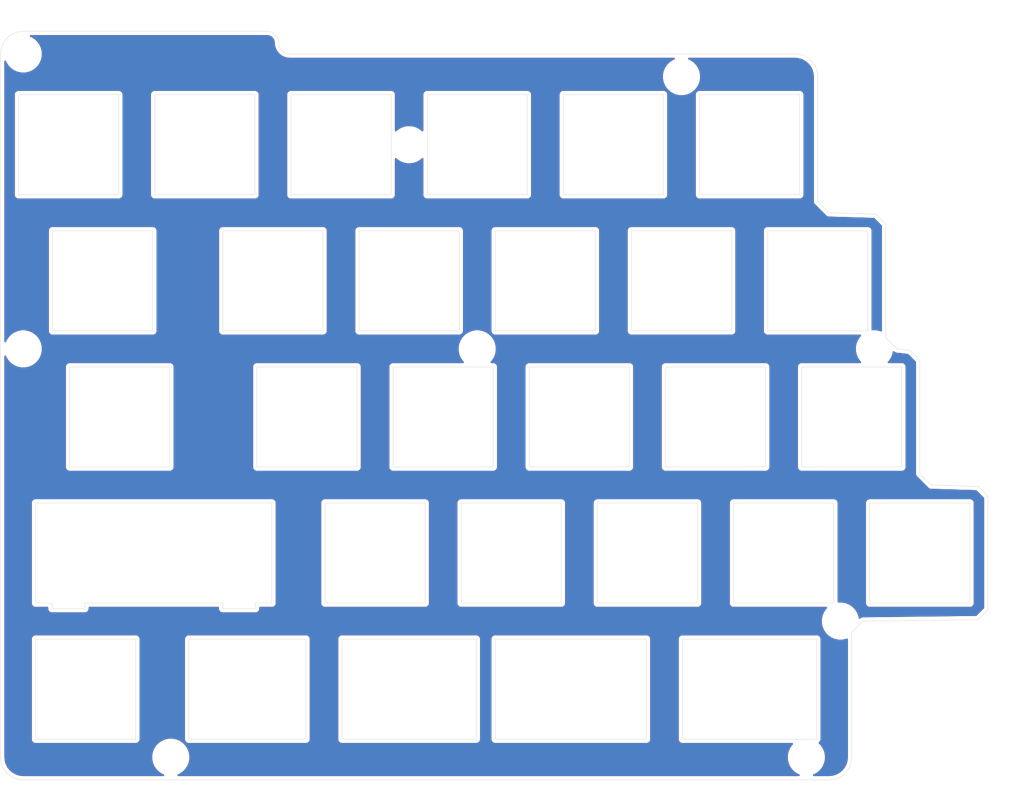
<source format=kicad_pcb>
(kicad_pcb (version 20171130) (host pcbnew "(5.1.5)-3")

  (general
    (thickness 1.6)
    (drawings 20)
    (tracks 0)
    (zones 0)
    (modules 39)
    (nets 1)
  )

  (page A3)
  (layers
    (0 F.Cu signal)
    (31 B.Cu signal)
    (32 B.Adhes user)
    (33 F.Adhes user)
    (34 B.Paste user)
    (35 F.Paste user)
    (36 B.SilkS user)
    (37 F.SilkS user)
    (38 B.Mask user)
    (39 F.Mask user)
    (40 Dwgs.User user)
    (41 Cmts.User user)
    (42 Eco1.User user)
    (43 Eco2.User user)
    (44 Edge.Cuts user)
    (45 Margin user)
    (46 B.CrtYd user)
    (47 F.CrtYd user)
    (48 B.Fab user)
    (49 F.Fab user)
  )

  (setup
    (last_trace_width 0.25)
    (trace_clearance 0.2)
    (zone_clearance 0.508)
    (zone_45_only no)
    (trace_min 0.2)
    (via_size 0.8)
    (via_drill 0.4)
    (via_min_size 0.4)
    (via_min_drill 0.3)
    (uvia_size 0.3)
    (uvia_drill 0.1)
    (uvias_allowed no)
    (uvia_min_size 0.2)
    (uvia_min_drill 0.1)
    (edge_width 0.05)
    (segment_width 0.2)
    (pcb_text_width 0.3)
    (pcb_text_size 1.5 1.5)
    (mod_edge_width 0.12)
    (mod_text_size 1 1)
    (mod_text_width 0.15)
    (pad_size 4.8 4.8)
    (pad_drill 4.8)
    (pad_to_mask_clearance 0.051)
    (solder_mask_min_width 0.25)
    (aux_axis_origin 0 0)
    (visible_elements 7FFFFFFF)
    (pcbplotparams
      (layerselection 0x010f0_ffffffff)
      (usegerberextensions true)
      (usegerberattributes false)
      (usegerberadvancedattributes false)
      (creategerberjobfile false)
      (excludeedgelayer true)
      (linewidth 0.100000)
      (plotframeref false)
      (viasonmask false)
      (mode 1)
      (useauxorigin false)
      (hpglpennumber 1)
      (hpglpenspeed 20)
      (hpglpendiameter 15.000000)
      (psnegative false)
      (psa4output false)
      (plotreference true)
      (plotvalue true)
      (plotinvisibletext false)
      (padsonsilk false)
      (subtractmaskfromsilk true)
      (outputformat 1)
      (mirror false)
      (drillshape 0)
      (scaleselection 1)
      (outputdirectory "../GERBER/Ipomoea-cairica-top_LEFT"))
  )

  (net 0 "")

  (net_class Default "これはデフォルトのネット クラスです。"
    (clearance 0.2)
    (trace_width 0.25)
    (via_dia 0.8)
    (via_drill 0.4)
    (uvia_dia 0.3)
    (uvia_drill 0.1)
  )

  (module Ipomoea-cairica:M2_SCREW_HOLE_CL (layer F.Cu) (tedit 5E5669A5) (tstamp 5E553922)
    (at 15.875 19.05)
    (attr virtual)
    (fp_text reference M2_SPACER_HOLE_014 (at -0.95 -0.55) (layer F.Fab) hide
      (effects (font (size 1 1) (thickness 0.15)))
    )
    (fp_text value Val** (at 0 0.55) (layer F.Fab) hide
      (effects (font (size 1 1) (thickness 0.15)))
    )
    (pad "" np_thru_hole circle (at 0 0) (size 2.2 2.2) (drill 2.2) (layers *.Cu *.Mask)
      (clearance 1.5))
  )

  (module Ipomoea-cairica:M2_SCREW_HOLE_CL (layer F.Cu) (tedit 5E5669A5) (tstamp 5E525633)
    (at 125.4125 117.475)
    (attr virtual)
    (fp_text reference M2_SPACER_HOLE_001 (at -0.95 -0.55) (layer F.Fab) hide
      (effects (font (size 1 1) (thickness 0.15)))
    )
    (fp_text value Val** (at 0 0.55) (layer F.Fab) hide
      (effects (font (size 1 1) (thickness 0.15)))
    )
    (pad "" np_thru_hole circle (at 0 0) (size 2.2 2.2) (drill 2.2) (layers *.Cu *.Mask)
      (clearance 1.5))
  )

  (module Ipomoea-cairica:M2_SCREW_HOLE_CL (layer F.Cu) (tedit 5E5669A5) (tstamp 5E530EA5)
    (at 69.85 31.75)
    (attr virtual)
    (fp_text reference M2_SPACER_HOLE_005 (at -0.95 -0.55) (layer F.Fab) hide
      (effects (font (size 1 1) (thickness 0.15)))
    )
    (fp_text value Val** (at 0 0.55) (layer F.Fab) hide
      (effects (font (size 1 1) (thickness 0.15)))
    )
    (pad "" np_thru_hole circle (at 0 0) (size 2.2 2.2) (drill 2.2) (layers *.Cu *.Mask)
      (clearance 1.5))
  )

  (module Ipomoea-cairica:M2_SCREW_HOLE_CL (layer F.Cu) (tedit 5E5669A5) (tstamp 5E530657)
    (at 107.95 22.225)
    (attr virtual)
    (fp_text reference M2_SPACER_HOLE_006 (at -0.95 -0.55) (layer F.Fab) hide
      (effects (font (size 1 1) (thickness 0.15)))
    )
    (fp_text value Val** (at 0 0.55) (layer F.Fab) hide
      (effects (font (size 1 1) (thickness 0.15)))
    )
    (pad "" np_thru_hole circle (at 0 0) (size 2.2 2.2) (drill 2.2) (layers *.Cu *.Mask)
      (clearance 1.5))
  )

  (module Ipomoea-cairica:M2_SCREW_HOLE_CL (layer F.Cu) (tedit 5E5669A5) (tstamp 5E5301F4)
    (at 36.5125 117.475)
    (attr virtual)
    (fp_text reference M2_SPACER_HOLE_008 (at -0.95 -0.55) (layer F.Fab) hide
      (effects (font (size 1 1) (thickness 0.15)))
    )
    (fp_text value Val** (at 0 0.55) (layer F.Fab) hide
      (effects (font (size 1 1) (thickness 0.15)))
    )
    (pad "" np_thru_hole circle (at 0 0) (size 2.2 2.2) (drill 2.2) (layers *.Cu *.Mask)
      (clearance 1.5))
  )

  (module Ipomoea-cairica:M2_SCREW_HOLE_CL (layer F.Cu) (tedit 5E5669A5) (tstamp 5E52F98F)
    (at 15.875 60.325)
    (attr virtual)
    (fp_text reference M2_SPACER_HOLE_015 (at -0.95 -0.55) (layer F.Fab) hide
      (effects (font (size 1 1) (thickness 0.15)))
    )
    (fp_text value Val** (at 0 0.55) (layer F.Fab) hide
      (effects (font (size 1 1) (thickness 0.15)))
    )
    (pad "" np_thru_hole circle (at 0 0) (size 2.2 2.2) (drill 2.2) (layers *.Cu *.Mask)
      (clearance 1.5))
  )

  (module Ipomoea-cairica:M2_SCREW_HOLE_CL (layer F.Cu) (tedit 5E5669A5) (tstamp 5E52F987)
    (at 79.375 60.325)
    (attr virtual)
    (fp_text reference M2_SPACER_HOLE_016 (at -0.95 -0.55) (layer F.Fab) hide
      (effects (font (size 1 1) (thickness 0.15)))
    )
    (fp_text value Val** (at 0 0.55) (layer F.Fab) hide
      (effects (font (size 1 1) (thickness 0.15)))
    )
    (pad "" np_thru_hole circle (at 0 0) (size 2.2 2.2) (drill 2.2) (layers *.Cu *.Mask)
      (clearance 1.5))
  )

  (module Ipomoea-cairica:M2_SCREW_HOLE_CL (layer F.Cu) (tedit 5E5669A5) (tstamp 5E52EBCC)
    (at 134.9375 60.325)
    (attr virtual)
    (fp_text reference M2_SPACER_HOLE_018 (at -0.95 -0.55) (layer F.Fab) hide
      (effects (font (size 1 1) (thickness 0.15)))
    )
    (fp_text value Val** (at 0 0.55) (layer F.Fab) hide
      (effects (font (size 1 1) (thickness 0.15)))
    )
    (pad "" np_thru_hole circle (at 0 0) (size 2.2 2.2) (drill 2.2) (layers *.Cu *.Mask)
      (clearance 1.5))
  )

  (module Ipomoea-cairica:M2_SCREW_HOLE_CL (layer F.Cu) (tedit 5E5669A5) (tstamp 5E52F33E)
    (at 130.175 98.425)
    (attr virtual)
    (fp_text reference M2_SPACER_HOLE_020 (at -0.95 -0.55) (layer F.Fab) hide
      (effects (font (size 1 1) (thickness 0.15)))
    )
    (fp_text value Val** (at 0 0.55) (layer F.Fab) hide
      (effects (font (size 1 1) (thickness 0.15)))
    )
    (pad "" np_thru_hole circle (at 0 0) (size 2.2 2.2) (drill 2.2) (layers *.Cu *.Mask)
      (clearance 1.5))
  )

  (module Ipomoea-cairica:CUT_HOLE_CENTER_LEFT (layer F.Cu) (tedit 5E566026) (tstamp 5E52B174)
    (at 141.2875 69.85)
    (fp_text reference CUT_HOLE_CENTER (at 0 1.5875) (layer Dwgs.User)
      (effects (font (size 1 1) (thickness 0.15)))
    )
    (fp_text value CUT_HOLE_CENTER_LEFT (at 0 -1.5875) (layer Dwgs.User)
      (effects (font (size 1 1) (thickness 0.15)))
    )
    (fp_line (start -6.1495 -28.375) (end -4.7625 -26.9875) (layer Edge.Cuts) (width 0.05))
    (fp_line (start -1.387 -9.325) (end 0 -7.9375) (layer Edge.Cuts) (width 0.05))
    (fp_line (start 8.1375 28.3745) (end 9.525 26.9875) (layer Edge.Cuts) (width 0.05))
    (fp_line (start -9.525 30.1625) (end -7.9375 28.575) (layer Edge.Cuts) (width 0.05))
    (fp_line (start -14.2875 -30.1625) (end -12.7 -28.575) (layer Edge.Cuts) (width 0.05))
    (fp_line (start 8.138 9.725) (end 9.525 11.1125) (layer Edge.Cuts) (width 0.05))
    (fp_line (start -4.7625 -11.1125) (end -3.175 -9.525) (layer Edge.Cuts) (width 0.05))
    (fp_line (start -9.525 30.1625) (end -9.525 47.625) (layer Edge.Cuts) (width 0.05))
    (fp_line (start 8.1375 28.3745) (end -7.9375 28.575) (layer Edge.Cuts) (width 0.05))
    (fp_line (start 9.525 11.1125) (end 9.525 26.9875) (layer Edge.Cuts) (width 0.05))
    (fp_line (start 1.5875 9.525) (end 8.138 9.725) (layer Edge.Cuts) (width 0.05))
    (fp_line (start 0 7.9375) (end 1.5875 9.525) (layer Edge.Cuts) (width 0.05))
    (fp_line (start 0 -7.9375) (end 0 7.9375) (layer Edge.Cuts) (width 0.05))
    (fp_line (start -3.175 -9.525) (end -1.387 -9.325) (layer Edge.Cuts) (width 0.05))
    (fp_line (start -4.7625 -26.9875) (end -4.7625 -11.1125) (layer Edge.Cuts) (width 0.05))
    (fp_line (start -12.7 -28.575) (end -6.1495 -28.375) (layer Edge.Cuts) (width 0.05))
    (fp_line (start -14.2875 -47.625) (end -14.2875 -30.1625) (layer Edge.Cuts) (width 0.05))
  )

  (module Ipomoea-cairica:CherryMX-Top_MHEN (layer F.Cu) (tedit 5E52557D) (tstamp 5E5382A3)
    (at 93.6625 107.95)
    (fp_text reference REF** (at 0 11.1125) (layer Dwgs.User)
      (effects (font (size 1 1) (thickness 0.15)))
    )
    (fp_text value CherryMX-Top_MHEN (at 0 -11.1125) (layer F.Fab)
      (effects (font (size 1 1) (thickness 0.15)))
    )
    (fp_line (start 9.38125 -7) (end -11.7625 -7) (layer Edge.Cuts) (width 0.05))
    (fp_line (start 9.38125 7) (end -11.7625 7) (layer Edge.Cuts) (width 0.05))
    (fp_line (start 14.2875 9.525) (end 14.2875 -9.525) (layer Dwgs.User) (width 0.15))
    (fp_line (start 14.2875 9.525) (end -9.525 9.525) (layer Dwgs.User) (width 0.15))
    (fp_line (start 9.38125 7) (end 9.38125 -7) (layer Edge.Cuts) (width 0.05))
    (fp_line (start 14.2875 -9.525) (end -9.525 -9.525) (layer Dwgs.User) (width 0.15))
    (fp_line (start 14.2875 9.525) (end 14.2875 -9.525) (layer Dwgs.User) (width 0.15))
    (fp_line (start -11.7625 7) (end -11.7625 -7) (layer Edge.Cuts) (width 0.05))
    (fp_line (start -14.2875 9.525) (end -14.2875 -9.525) (layer Dwgs.User) (width 0.15))
    (fp_line (start -14.2875 -9.525) (end 4.7625 -9.525) (layer Dwgs.User) (width 0.15))
    (fp_line (start 4.7625 9.525) (end -14.2875 9.525) (layer Dwgs.User) (width 0.15))
    (fp_line (start -14.2875 9.525) (end -14.2875 -9.525) (layer Dwgs.User) (width 0.15))
  )

  (module Ipomoea-cairica:CherryMX-Top_LSPACE (layer F.Cu) (tedit 5E5255D6) (tstamp 5E538998)
    (at 114.3 107.95)
    (fp_text reference REF** (at 0 11.1125) (layer Dwgs.User)
      (effects (font (size 1 1) (thickness 0.15)))
    )
    (fp_text value CherryMX-Top_LSPACE (at 0 -11.1125) (layer F.Fab)
      (effects (font (size 1 1) (thickness 0.15)))
    )
    (fp_line (start 12.55625 -7) (end -6.20625 -7) (layer Edge.Cuts) (width 0.05))
    (fp_line (start 12.55625 7) (end -6.20625 7) (layer Edge.Cuts) (width 0.05))
    (fp_line (start 17.4625 9.525) (end 17.4625 -9.525) (layer Dwgs.User) (width 0.15))
    (fp_line (start 12.55625 7) (end 12.55625 -7) (layer Edge.Cuts) (width 0.05))
    (fp_line (start 17.4625 -9.525) (end -6.35 -9.525) (layer Dwgs.User) (width 0.15))
    (fp_line (start 17.4625 9.525) (end -6.35 9.525) (layer Dwgs.User) (width 0.15))
    (fp_line (start 17.4625 -9.525) (end -15.875 -9.525) (layer Dwgs.User) (width 0.15))
    (fp_line (start -15.875 9.525) (end -15.875 -9.525) (layer Dwgs.User) (width 0.15))
    (fp_line (start 17.4625 -9.525) (end 17.4625 9.525) (layer Dwgs.User) (width 0.15))
    (fp_line (start -6.20625 7) (end -6.20625 -7) (layer Edge.Cuts) (width 0.05))
    (fp_line (start 17.4625 9.525) (end -15.875 9.525) (layer Dwgs.User) (width 0.15))
    (fp_line (start -15.875 -9.525) (end -15.875 9.525) (layer Dwgs.User) (width 0.15))
  )

  (module Ipomoea-cairica:CherryMX-Top_LALT (layer F.Cu) (tedit 5E525491) (tstamp 5E535971)
    (at 69.85 107.95)
    (fp_text reference REF** (at 0 11.1125) (layer Dwgs.User)
      (effects (font (size 1 1) (thickness 0.15)))
    )
    (fp_text value CherryMX-Top_LALT (at 0 -11.1125) (layer F.Fab)
      (effects (font (size 1 1) (thickness 0.15)))
    )
    (fp_line (start 14.2875 9.525) (end 14.2875 -9.525) (layer Dwgs.User) (width 0.15))
    (fp_line (start 9.38125 7) (end 9.38125 -7) (layer Edge.Cuts) (width 0.05))
    (fp_line (start 14.2875 -9.525) (end -14.2875 -9.525) (layer Dwgs.User) (width 0.15))
    (fp_line (start 14.2875 9.525) (end -14.2875 9.525) (layer Dwgs.User) (width 0.15))
    (fp_line (start -9.38125 7) (end -9.38125 -7) (layer Edge.Cuts) (width 0.05))
    (fp_line (start 9.38125 7) (end -9.38125 7) (layer Edge.Cuts) (width 0.05))
    (fp_line (start -9.38125 -7) (end 9.38125 -7) (layer Edge.Cuts) (width 0.05))
    (fp_line (start -14.2875 -9.525) (end -14.2875 9.525) (layer Dwgs.User) (width 0.15))
  )

  (module Ipomoea-cairica:CherryMX-Top_GUI (layer F.Cu) (tedit 5E5252A7) (tstamp 5E534C30)
    (at 46.0375 107.95)
    (fp_text reference REF** (at 0 11.1125) (layer Dwgs.User)
      (effects (font (size 1 1) (thickness 0.15)))
    )
    (fp_text value CherryMX-Top_GUI (at 0 -11.1125) (layer F.Fab)
      (effects (font (size 1 1) (thickness 0.15)))
    )
    (fp_line (start 9.38125 7) (end 9.38125 -7) (layer Edge.Cuts) (width 0.05))
    (fp_line (start -9.525 9.525) (end -9.525 -9.525) (layer Dwgs.User) (width 0.15))
    (fp_line (start -7 -7) (end 9.38125 -7) (layer Edge.Cuts) (width 0.05))
    (fp_line (start 9.38125 7) (end -7 7) (layer Edge.Cuts) (width 0.05))
    (fp_line (start 14.2875 9.525) (end 14.2875 -9.525) (layer Dwgs.User) (width 0.15))
    (fp_line (start -9.525 -9.525) (end 14.2875 -9.525) (layer Dwgs.User) (width 0.15))
    (fp_line (start 14.2875 9.525) (end -9.525 9.525) (layer Dwgs.User) (width 0.15))
    (fp_line (start -9.525 9.525) (end -9.525 -9.525) (layer Dwgs.User) (width 0.15))
    (fp_line (start -7 7) (end -7 -7) (layer Edge.Cuts) (width 0.05))
  )

  (module Ipomoea-cairica:CherryMX-Top_1u (layer F.Cu) (tedit 5E52463B) (tstamp 5E52D37E)
    (at 22.225 31.75 180)
    (path /5E511F72)
    (fp_text reference SW1 (at 0 3.175) (layer Dwgs.User)
      (effects (font (size 1 1) (thickness 0.15)))
    )
    (fp_text value SW_PUSH (at 0 4.7625) (layer Dwgs.User)
      (effects (font (size 1 1) (thickness 0.15)))
    )
    (fp_line (start -7 -7) (end 7 -7) (layer Edge.Cuts) (width 0.05))
    (fp_line (start 7 7) (end -7 7) (layer Edge.Cuts) (width 0.05))
    (fp_line (start 7 7) (end 7 -7) (layer Edge.Cuts) (width 0.05))
    (fp_line (start -7 7) (end -7 -7) (layer Edge.Cuts) (width 0.05))
    (fp_text user 1u (at 0 -7.9375) (layer Dwgs.User)
      (effects (font (size 1 1) (thickness 0.15)))
    )
    (fp_line (start -9.525 9.525) (end -9.525 -9.525) (layer Dwgs.User) (width 0.15))
    (fp_line (start 9.525 9.525) (end -9.525 9.525) (layer Dwgs.User) (width 0.15))
    (fp_line (start 9.525 -9.525) (end 9.525 9.525) (layer Dwgs.User) (width 0.15))
    (fp_line (start -9.525 -9.525) (end 9.525 -9.525) (layer Dwgs.User) (width 0.15))
    (fp_line (start -7 -7) (end -7 -5) (layer Dwgs.User) (width 0.15))
    (fp_line (start -5 -7) (end -7 -7) (layer Dwgs.User) (width 0.15))
    (fp_line (start -7 7) (end -5 7) (layer Dwgs.User) (width 0.15))
    (fp_line (start -7 5) (end -7 7) (layer Dwgs.User) (width 0.15))
    (fp_line (start 7 7) (end 7 5) (layer Dwgs.User) (width 0.15))
    (fp_line (start 5 7) (end 7 7) (layer Dwgs.User) (width 0.15))
    (fp_line (start 7 -7) (end 7 -5) (layer Dwgs.User) (width 0.15))
    (fp_line (start 5 -7) (end 7 -7) (layer Dwgs.User) (width 0.15))
  )

  (module Ipomoea-cairica:CherryMX-Top_1u (layer F.Cu) (tedit 5E52463B) (tstamp 5E52D39D)
    (at 41.275 31.75 180)
    (path /5E5157A4)
    (fp_text reference SW2 (at 0 3.175) (layer Dwgs.User)
      (effects (font (size 1 1) (thickness 0.15)))
    )
    (fp_text value SW_PUSH (at 0 4.7625) (layer Dwgs.User)
      (effects (font (size 1 1) (thickness 0.15)))
    )
    (fp_line (start -7 -7) (end 7 -7) (layer Edge.Cuts) (width 0.05))
    (fp_line (start 7 7) (end -7 7) (layer Edge.Cuts) (width 0.05))
    (fp_line (start 7 7) (end 7 -7) (layer Edge.Cuts) (width 0.05))
    (fp_line (start -7 7) (end -7 -7) (layer Edge.Cuts) (width 0.05))
    (fp_text user 1u (at 0 -7.9375) (layer Dwgs.User)
      (effects (font (size 1 1) (thickness 0.15)))
    )
    (fp_line (start -9.525 9.525) (end -9.525 -9.525) (layer Dwgs.User) (width 0.15))
    (fp_line (start 9.525 9.525) (end -9.525 9.525) (layer Dwgs.User) (width 0.15))
    (fp_line (start 9.525 -9.525) (end 9.525 9.525) (layer Dwgs.User) (width 0.15))
    (fp_line (start -9.525 -9.525) (end 9.525 -9.525) (layer Dwgs.User) (width 0.15))
    (fp_line (start -7 -7) (end -7 -5) (layer Dwgs.User) (width 0.15))
    (fp_line (start -5 -7) (end -7 -7) (layer Dwgs.User) (width 0.15))
    (fp_line (start -7 7) (end -5 7) (layer Dwgs.User) (width 0.15))
    (fp_line (start -7 5) (end -7 7) (layer Dwgs.User) (width 0.15))
    (fp_line (start 7 7) (end 7 5) (layer Dwgs.User) (width 0.15))
    (fp_line (start 5 7) (end 7 7) (layer Dwgs.User) (width 0.15))
    (fp_line (start 7 -7) (end 7 -5) (layer Dwgs.User) (width 0.15))
    (fp_line (start 5 -7) (end 7 -7) (layer Dwgs.User) (width 0.15))
  )

  (module Ipomoea-cairica:CherryMX-Top_1.25u (layer F.Cu) (tedit 5E524B93) (tstamp 5E54D248)
    (at 24.6059 107.95)
    (path /5E61DA9F)
    (fp_text reference SW74 (at 0 3.175) (layer Dwgs.User)
      (effects (font (size 1 1) (thickness 0.15)))
    )
    (fp_text value SW_PUSH (at 0 4.7625) (layer Dwgs.User)
      (effects (font (size 1 1) (thickness 0.15)))
    )
    (fp_line (start -7 -7) (end 7 -7) (layer Edge.Cuts) (width 0.05))
    (fp_line (start -7 7) (end -7 -7) (layer Edge.Cuts) (width 0.05))
    (fp_line (start 7 7) (end 7 -7) (layer Edge.Cuts) (width 0.05))
    (fp_line (start 7 7) (end -7 7) (layer Edge.Cuts) (width 0.05))
    (fp_text user 1.25u (at 0 -7.9375) (layer Dwgs.User)
      (effects (font (size 1 1) (thickness 0.15)))
    )
    (fp_line (start -7 -7) (end -7 -5) (layer Dwgs.User) (width 0.15))
    (fp_line (start -5 -7) (end -7 -7) (layer Dwgs.User) (width 0.15))
    (fp_line (start -7 7) (end -5 7) (layer Dwgs.User) (width 0.15))
    (fp_line (start -7 5) (end -7 7) (layer Dwgs.User) (width 0.15))
    (fp_line (start 7 7) (end 7 5) (layer Dwgs.User) (width 0.15))
    (fp_line (start 5 7) (end 7 7) (layer Dwgs.User) (width 0.15))
    (fp_line (start 7 -7) (end 7 -5) (layer Dwgs.User) (width 0.15))
    (fp_line (start 5 -7) (end 7 -7) (layer Dwgs.User) (width 0.15))
    (fp_line (start -11.90625 9.525) (end -11.90625 -9.525) (layer Dwgs.User) (width 0.15))
    (fp_line (start 11.90625 9.525) (end -11.90625 9.525) (layer Dwgs.User) (width 0.15))
    (fp_line (start 11.90625 9.525) (end 11.90625 -9.525) (layer Dwgs.User) (width 0.15))
    (fp_line (start 11.90625 -9.525) (end -11.90625 -9.525) (layer Dwgs.User) (width 0.15))
  )

  (module Ipomoea-cairica:CherryMX-Top_1u (layer F.Cu) (tedit 5E52463B) (tstamp 5E51D4F5)
    (at 60.325 31.75)
    (path /5E519BBC)
    (fp_text reference SW3 (at 0 3.175) (layer Dwgs.User)
      (effects (font (size 1 1) (thickness 0.15)))
    )
    (fp_text value SW_PUSH (at 0 4.7625) (layer Dwgs.User)
      (effects (font (size 1 1) (thickness 0.15)))
    )
    (fp_line (start -7 -7) (end 7 -7) (layer Edge.Cuts) (width 0.05))
    (fp_line (start 7 7) (end -7 7) (layer Edge.Cuts) (width 0.05))
    (fp_line (start 7 7) (end 7 -7) (layer Edge.Cuts) (width 0.05))
    (fp_line (start -7 7) (end -7 -7) (layer Edge.Cuts) (width 0.05))
    (fp_text user 1u (at 0 -7.9375) (layer Dwgs.User)
      (effects (font (size 1 1) (thickness 0.15)))
    )
    (fp_line (start -9.525 9.525) (end -9.525 -9.525) (layer Dwgs.User) (width 0.15))
    (fp_line (start 9.525 9.525) (end -9.525 9.525) (layer Dwgs.User) (width 0.15))
    (fp_line (start 9.525 -9.525) (end 9.525 9.525) (layer Dwgs.User) (width 0.15))
    (fp_line (start -9.525 -9.525) (end 9.525 -9.525) (layer Dwgs.User) (width 0.15))
    (fp_line (start -7 -7) (end -7 -5) (layer Dwgs.User) (width 0.15))
    (fp_line (start -5 -7) (end -7 -7) (layer Dwgs.User) (width 0.15))
    (fp_line (start -7 7) (end -5 7) (layer Dwgs.User) (width 0.15))
    (fp_line (start -7 5) (end -7 7) (layer Dwgs.User) (width 0.15))
    (fp_line (start 7 7) (end 7 5) (layer Dwgs.User) (width 0.15))
    (fp_line (start 5 7) (end 7 7) (layer Dwgs.User) (width 0.15))
    (fp_line (start 7 -7) (end 7 -5) (layer Dwgs.User) (width 0.15))
    (fp_line (start 5 -7) (end 7 -7) (layer Dwgs.User) (width 0.15))
  )

  (module Ipomoea-cairica:CherryMX-Top_1u (layer F.Cu) (tedit 5E52463B) (tstamp 5E51D525)
    (at 79.375 31.75 180)
    (path /5E519BC8)
    (fp_text reference SW4 (at 0 3.175) (layer Dwgs.User)
      (effects (font (size 1 1) (thickness 0.15)))
    )
    (fp_text value SW_PUSH (at 0 4.7625) (layer Dwgs.User)
      (effects (font (size 1 1) (thickness 0.15)))
    )
    (fp_line (start -7 -7) (end 7 -7) (layer Edge.Cuts) (width 0.05))
    (fp_line (start 7 7) (end -7 7) (layer Edge.Cuts) (width 0.05))
    (fp_line (start 7 7) (end 7 -7) (layer Edge.Cuts) (width 0.05))
    (fp_line (start -7 7) (end -7 -7) (layer Edge.Cuts) (width 0.05))
    (fp_text user 1u (at 0 -7.9375) (layer Dwgs.User)
      (effects (font (size 1 1) (thickness 0.15)))
    )
    (fp_line (start -9.525 9.525) (end -9.525 -9.525) (layer Dwgs.User) (width 0.15))
    (fp_line (start 9.525 9.525) (end -9.525 9.525) (layer Dwgs.User) (width 0.15))
    (fp_line (start 9.525 -9.525) (end 9.525 9.525) (layer Dwgs.User) (width 0.15))
    (fp_line (start -9.525 -9.525) (end 9.525 -9.525) (layer Dwgs.User) (width 0.15))
    (fp_line (start -7 -7) (end -7 -5) (layer Dwgs.User) (width 0.15))
    (fp_line (start -5 -7) (end -7 -7) (layer Dwgs.User) (width 0.15))
    (fp_line (start -7 7) (end -5 7) (layer Dwgs.User) (width 0.15))
    (fp_line (start -7 5) (end -7 7) (layer Dwgs.User) (width 0.15))
    (fp_line (start 7 7) (end 7 5) (layer Dwgs.User) (width 0.15))
    (fp_line (start 5 7) (end 7 7) (layer Dwgs.User) (width 0.15))
    (fp_line (start 7 -7) (end 7 -5) (layer Dwgs.User) (width 0.15))
    (fp_line (start 5 -7) (end 7 -7) (layer Dwgs.User) (width 0.15))
  )

  (module Ipomoea-cairica:CherryMX-Top_1u (layer F.Cu) (tedit 5E52463B) (tstamp 5E51D555)
    (at 98.425 31.75 180)
    (path /5E5212D4)
    (fp_text reference SW5 (at 0 3.175) (layer Dwgs.User)
      (effects (font (size 1 1) (thickness 0.15)))
    )
    (fp_text value SW_PUSH (at 0 4.7625) (layer Dwgs.User)
      (effects (font (size 1 1) (thickness 0.15)))
    )
    (fp_line (start -7 -7) (end 7 -7) (layer Edge.Cuts) (width 0.05))
    (fp_line (start 7 7) (end -7 7) (layer Edge.Cuts) (width 0.05))
    (fp_line (start 7 7) (end 7 -7) (layer Edge.Cuts) (width 0.05))
    (fp_line (start -7 7) (end -7 -7) (layer Edge.Cuts) (width 0.05))
    (fp_text user 1u (at 0 -7.9375) (layer Dwgs.User)
      (effects (font (size 1 1) (thickness 0.15)))
    )
    (fp_line (start -9.525 9.525) (end -9.525 -9.525) (layer Dwgs.User) (width 0.15))
    (fp_line (start 9.525 9.525) (end -9.525 9.525) (layer Dwgs.User) (width 0.15))
    (fp_line (start 9.525 -9.525) (end 9.525 9.525) (layer Dwgs.User) (width 0.15))
    (fp_line (start -9.525 -9.525) (end 9.525 -9.525) (layer Dwgs.User) (width 0.15))
    (fp_line (start -7 -7) (end -7 -5) (layer Dwgs.User) (width 0.15))
    (fp_line (start -5 -7) (end -7 -7) (layer Dwgs.User) (width 0.15))
    (fp_line (start -7 7) (end -5 7) (layer Dwgs.User) (width 0.15))
    (fp_line (start -7 5) (end -7 7) (layer Dwgs.User) (width 0.15))
    (fp_line (start 7 7) (end 7 5) (layer Dwgs.User) (width 0.15))
    (fp_line (start 5 7) (end 7 7) (layer Dwgs.User) (width 0.15))
    (fp_line (start 7 -7) (end 7 -5) (layer Dwgs.User) (width 0.15))
    (fp_line (start 5 -7) (end 7 -7) (layer Dwgs.User) (width 0.15))
  )

  (module Ipomoea-cairica:CherryMX-Top_1u (layer F.Cu) (tedit 5E52463B) (tstamp 5E51D585)
    (at 117.475 31.75)
    (path /5E5212E0)
    (fp_text reference SW6 (at 0 3.175) (layer Dwgs.User)
      (effects (font (size 1 1) (thickness 0.15)))
    )
    (fp_text value SW_PUSH (at 0 4.7625) (layer Dwgs.User)
      (effects (font (size 1 1) (thickness 0.15)))
    )
    (fp_line (start -7 -7) (end 7 -7) (layer Edge.Cuts) (width 0.05))
    (fp_line (start 7 7) (end -7 7) (layer Edge.Cuts) (width 0.05))
    (fp_line (start 7 7) (end 7 -7) (layer Edge.Cuts) (width 0.05))
    (fp_line (start -7 7) (end -7 -7) (layer Edge.Cuts) (width 0.05))
    (fp_text user 1u (at 0 -7.9375) (layer Dwgs.User)
      (effects (font (size 1 1) (thickness 0.15)))
    )
    (fp_line (start -9.525 9.525) (end -9.525 -9.525) (layer Dwgs.User) (width 0.15))
    (fp_line (start 9.525 9.525) (end -9.525 9.525) (layer Dwgs.User) (width 0.15))
    (fp_line (start 9.525 -9.525) (end 9.525 9.525) (layer Dwgs.User) (width 0.15))
    (fp_line (start -9.525 -9.525) (end 9.525 -9.525) (layer Dwgs.User) (width 0.15))
    (fp_line (start -7 -7) (end -7 -5) (layer Dwgs.User) (width 0.15))
    (fp_line (start -5 -7) (end -7 -7) (layer Dwgs.User) (width 0.15))
    (fp_line (start -7 7) (end -5 7) (layer Dwgs.User) (width 0.15))
    (fp_line (start -7 5) (end -7 7) (layer Dwgs.User) (width 0.15))
    (fp_line (start 7 7) (end 7 5) (layer Dwgs.User) (width 0.15))
    (fp_line (start 5 7) (end 7 7) (layer Dwgs.User) (width 0.15))
    (fp_line (start 7 -7) (end 7 -5) (layer Dwgs.User) (width 0.15))
    (fp_line (start 5 -7) (end 7 -7) (layer Dwgs.User) (width 0.15))
  )

  (module Ipomoea-cairica:CherryMX-Top_1u (layer F.Cu) (tedit 5E52463B) (tstamp 5E51D7C5)
    (at 50.8 50.8)
    (path /5E58B35B)
    (fp_text reference SW18 (at 0 3.175) (layer Dwgs.User)
      (effects (font (size 1 1) (thickness 0.15)))
    )
    (fp_text value SW_PUSH (at 0 4.7625) (layer Dwgs.User)
      (effects (font (size 1 1) (thickness 0.15)))
    )
    (fp_line (start -7 -7) (end 7 -7) (layer Edge.Cuts) (width 0.05))
    (fp_line (start 7 7) (end -7 7) (layer Edge.Cuts) (width 0.05))
    (fp_line (start 7 7) (end 7 -7) (layer Edge.Cuts) (width 0.05))
    (fp_line (start -7 7) (end -7 -7) (layer Edge.Cuts) (width 0.05))
    (fp_text user 1u (at 0 -7.9375) (layer Dwgs.User)
      (effects (font (size 1 1) (thickness 0.15)))
    )
    (fp_line (start -9.525 9.525) (end -9.525 -9.525) (layer Dwgs.User) (width 0.15))
    (fp_line (start 9.525 9.525) (end -9.525 9.525) (layer Dwgs.User) (width 0.15))
    (fp_line (start 9.525 -9.525) (end 9.525 9.525) (layer Dwgs.User) (width 0.15))
    (fp_line (start -9.525 -9.525) (end 9.525 -9.525) (layer Dwgs.User) (width 0.15))
    (fp_line (start -7 -7) (end -7 -5) (layer Dwgs.User) (width 0.15))
    (fp_line (start -5 -7) (end -7 -7) (layer Dwgs.User) (width 0.15))
    (fp_line (start -7 7) (end -5 7) (layer Dwgs.User) (width 0.15))
    (fp_line (start -7 5) (end -7 7) (layer Dwgs.User) (width 0.15))
    (fp_line (start 7 7) (end 7 5) (layer Dwgs.User) (width 0.15))
    (fp_line (start 5 7) (end 7 7) (layer Dwgs.User) (width 0.15))
    (fp_line (start 7 -7) (end 7 -5) (layer Dwgs.User) (width 0.15))
    (fp_line (start 5 -7) (end 7 -7) (layer Dwgs.User) (width 0.15))
  )

  (module Ipomoea-cairica:CherryMX-Top_1u (layer F.Cu) (tedit 5E52463B) (tstamp 5E51D7F5)
    (at 69.85 50.8)
    (path /5E58B367)
    (fp_text reference SW19 (at 0 3.175) (layer Dwgs.User)
      (effects (font (size 1 1) (thickness 0.15)))
    )
    (fp_text value SW_PUSH (at 0 4.7625) (layer Dwgs.User)
      (effects (font (size 1 1) (thickness 0.15)))
    )
    (fp_line (start -7 -7) (end 7 -7) (layer Edge.Cuts) (width 0.05))
    (fp_line (start 7 7) (end -7 7) (layer Edge.Cuts) (width 0.05))
    (fp_line (start 7 7) (end 7 -7) (layer Edge.Cuts) (width 0.05))
    (fp_line (start -7 7) (end -7 -7) (layer Edge.Cuts) (width 0.05))
    (fp_text user 1u (at 0 -7.9375) (layer Dwgs.User)
      (effects (font (size 1 1) (thickness 0.15)))
    )
    (fp_line (start -9.525 9.525) (end -9.525 -9.525) (layer Dwgs.User) (width 0.15))
    (fp_line (start 9.525 9.525) (end -9.525 9.525) (layer Dwgs.User) (width 0.15))
    (fp_line (start 9.525 -9.525) (end 9.525 9.525) (layer Dwgs.User) (width 0.15))
    (fp_line (start -9.525 -9.525) (end 9.525 -9.525) (layer Dwgs.User) (width 0.15))
    (fp_line (start -7 -7) (end -7 -5) (layer Dwgs.User) (width 0.15))
    (fp_line (start -5 -7) (end -7 -7) (layer Dwgs.User) (width 0.15))
    (fp_line (start -7 7) (end -5 7) (layer Dwgs.User) (width 0.15))
    (fp_line (start -7 5) (end -7 7) (layer Dwgs.User) (width 0.15))
    (fp_line (start 7 7) (end 7 5) (layer Dwgs.User) (width 0.15))
    (fp_line (start 5 7) (end 7 7) (layer Dwgs.User) (width 0.15))
    (fp_line (start 7 -7) (end 7 -5) (layer Dwgs.User) (width 0.15))
    (fp_line (start 5 -7) (end 7 -7) (layer Dwgs.User) (width 0.15))
  )

  (module Ipomoea-cairica:CherryMX-Top_1u (layer F.Cu) (tedit 5E52463B) (tstamp 5E51D825)
    (at 88.9 50.8)
    (path /5E58B373)
    (fp_text reference SW20 (at 0 3.175) (layer Dwgs.User)
      (effects (font (size 1 1) (thickness 0.15)))
    )
    (fp_text value SW_PUSH (at 0 4.7625) (layer Dwgs.User)
      (effects (font (size 1 1) (thickness 0.15)))
    )
    (fp_line (start -7 -7) (end 7 -7) (layer Edge.Cuts) (width 0.05))
    (fp_line (start 7 7) (end -7 7) (layer Edge.Cuts) (width 0.05))
    (fp_line (start 7 7) (end 7 -7) (layer Edge.Cuts) (width 0.05))
    (fp_line (start -7 7) (end -7 -7) (layer Edge.Cuts) (width 0.05))
    (fp_text user 1u (at 0 -7.9375) (layer Dwgs.User)
      (effects (font (size 1 1) (thickness 0.15)))
    )
    (fp_line (start -9.525 9.525) (end -9.525 -9.525) (layer Dwgs.User) (width 0.15))
    (fp_line (start 9.525 9.525) (end -9.525 9.525) (layer Dwgs.User) (width 0.15))
    (fp_line (start 9.525 -9.525) (end 9.525 9.525) (layer Dwgs.User) (width 0.15))
    (fp_line (start -9.525 -9.525) (end 9.525 -9.525) (layer Dwgs.User) (width 0.15))
    (fp_line (start -7 -7) (end -7 -5) (layer Dwgs.User) (width 0.15))
    (fp_line (start -5 -7) (end -7 -7) (layer Dwgs.User) (width 0.15))
    (fp_line (start -7 7) (end -5 7) (layer Dwgs.User) (width 0.15))
    (fp_line (start -7 5) (end -7 7) (layer Dwgs.User) (width 0.15))
    (fp_line (start 7 7) (end 7 5) (layer Dwgs.User) (width 0.15))
    (fp_line (start 5 7) (end 7 7) (layer Dwgs.User) (width 0.15))
    (fp_line (start 7 -7) (end 7 -5) (layer Dwgs.User) (width 0.15))
    (fp_line (start 5 -7) (end 7 -7) (layer Dwgs.User) (width 0.15))
  )

  (module Ipomoea-cairica:CherryMX-Top_1u (layer F.Cu) (tedit 5E52463B) (tstamp 5E51D855)
    (at 107.95 50.8)
    (path /5E58B37F)
    (fp_text reference SW21 (at 0 3.175) (layer Dwgs.User)
      (effects (font (size 1 1) (thickness 0.15)))
    )
    (fp_text value SW_PUSH (at 0 4.7625) (layer Dwgs.User)
      (effects (font (size 1 1) (thickness 0.15)))
    )
    (fp_line (start -7 -7) (end 7 -7) (layer Edge.Cuts) (width 0.05))
    (fp_line (start 7 7) (end -7 7) (layer Edge.Cuts) (width 0.05))
    (fp_line (start 7 7) (end 7 -7) (layer Edge.Cuts) (width 0.05))
    (fp_line (start -7 7) (end -7 -7) (layer Edge.Cuts) (width 0.05))
    (fp_text user 1u (at 0 -7.9375) (layer Dwgs.User)
      (effects (font (size 1 1) (thickness 0.15)))
    )
    (fp_line (start -9.525 9.525) (end -9.525 -9.525) (layer Dwgs.User) (width 0.15))
    (fp_line (start 9.525 9.525) (end -9.525 9.525) (layer Dwgs.User) (width 0.15))
    (fp_line (start 9.525 -9.525) (end 9.525 9.525) (layer Dwgs.User) (width 0.15))
    (fp_line (start -9.525 -9.525) (end 9.525 -9.525) (layer Dwgs.User) (width 0.15))
    (fp_line (start -7 -7) (end -7 -5) (layer Dwgs.User) (width 0.15))
    (fp_line (start -5 -7) (end -7 -7) (layer Dwgs.User) (width 0.15))
    (fp_line (start -7 7) (end -5 7) (layer Dwgs.User) (width 0.15))
    (fp_line (start -7 5) (end -7 7) (layer Dwgs.User) (width 0.15))
    (fp_line (start 7 7) (end 7 5) (layer Dwgs.User) (width 0.15))
    (fp_line (start 5 7) (end 7 7) (layer Dwgs.User) (width 0.15))
    (fp_line (start 7 -7) (end 7 -5) (layer Dwgs.User) (width 0.15))
    (fp_line (start 5 -7) (end 7 -7) (layer Dwgs.User) (width 0.15))
  )

  (module Ipomoea-cairica:CherryMX-Top_1u (layer F.Cu) (tedit 5E52463B) (tstamp 5E51D885)
    (at 127 50.8)
    (path /5E58B38B)
    (fp_text reference SW22 (at 0 3.175) (layer Dwgs.User)
      (effects (font (size 1 1) (thickness 0.15)))
    )
    (fp_text value SW_PUSH (at 0 4.7625) (layer Dwgs.User)
      (effects (font (size 1 1) (thickness 0.15)))
    )
    (fp_line (start -7 -7) (end 7 -7) (layer Edge.Cuts) (width 0.05))
    (fp_line (start 7 7) (end -7 7) (layer Edge.Cuts) (width 0.05))
    (fp_line (start 7 7) (end 7 -7) (layer Edge.Cuts) (width 0.05))
    (fp_line (start -7 7) (end -7 -7) (layer Edge.Cuts) (width 0.05))
    (fp_text user 1u (at 0 -7.9375) (layer Dwgs.User)
      (effects (font (size 1 1) (thickness 0.15)))
    )
    (fp_line (start -9.525 9.525) (end -9.525 -9.525) (layer Dwgs.User) (width 0.15))
    (fp_line (start 9.525 9.525) (end -9.525 9.525) (layer Dwgs.User) (width 0.15))
    (fp_line (start 9.525 -9.525) (end 9.525 9.525) (layer Dwgs.User) (width 0.15))
    (fp_line (start -9.525 -9.525) (end 9.525 -9.525) (layer Dwgs.User) (width 0.15))
    (fp_line (start -7 -7) (end -7 -5) (layer Dwgs.User) (width 0.15))
    (fp_line (start -5 -7) (end -7 -7) (layer Dwgs.User) (width 0.15))
    (fp_line (start -7 7) (end -5 7) (layer Dwgs.User) (width 0.15))
    (fp_line (start -7 5) (end -7 7) (layer Dwgs.User) (width 0.15))
    (fp_line (start 7 7) (end 7 5) (layer Dwgs.User) (width 0.15))
    (fp_line (start 5 7) (end 7 7) (layer Dwgs.User) (width 0.15))
    (fp_line (start 7 -7) (end 7 -5) (layer Dwgs.User) (width 0.15))
    (fp_line (start 5 -7) (end 7 -7) (layer Dwgs.User) (width 0.15))
  )

  (module Ipomoea-cairica:CherryMX-Top_1u (layer F.Cu) (tedit 5E52463B) (tstamp 5E51DB25)
    (at 55.5625 69.85)
    (path /5E5A0BF5)
    (fp_text reference SW36 (at 0 3.175) (layer Dwgs.User)
      (effects (font (size 1 1) (thickness 0.15)))
    )
    (fp_text value SW_PUSH (at 0 4.7625) (layer Dwgs.User)
      (effects (font (size 1 1) (thickness 0.15)))
    )
    (fp_line (start -7 -7) (end 7 -7) (layer Edge.Cuts) (width 0.05))
    (fp_line (start 7 7) (end -7 7) (layer Edge.Cuts) (width 0.05))
    (fp_line (start 7 7) (end 7 -7) (layer Edge.Cuts) (width 0.05))
    (fp_line (start -7 7) (end -7 -7) (layer Edge.Cuts) (width 0.05))
    (fp_text user 1u (at 0 -7.9375) (layer Dwgs.User)
      (effects (font (size 1 1) (thickness 0.15)))
    )
    (fp_line (start -9.525 9.525) (end -9.525 -9.525) (layer Dwgs.User) (width 0.15))
    (fp_line (start 9.525 9.525) (end -9.525 9.525) (layer Dwgs.User) (width 0.15))
    (fp_line (start 9.525 -9.525) (end 9.525 9.525) (layer Dwgs.User) (width 0.15))
    (fp_line (start -9.525 -9.525) (end 9.525 -9.525) (layer Dwgs.User) (width 0.15))
    (fp_line (start -7 -7) (end -7 -5) (layer Dwgs.User) (width 0.15))
    (fp_line (start -5 -7) (end -7 -7) (layer Dwgs.User) (width 0.15))
    (fp_line (start -7 7) (end -5 7) (layer Dwgs.User) (width 0.15))
    (fp_line (start -7 5) (end -7 7) (layer Dwgs.User) (width 0.15))
    (fp_line (start 7 7) (end 7 5) (layer Dwgs.User) (width 0.15))
    (fp_line (start 5 7) (end 7 7) (layer Dwgs.User) (width 0.15))
    (fp_line (start 7 -7) (end 7 -5) (layer Dwgs.User) (width 0.15))
    (fp_line (start 5 -7) (end 7 -7) (layer Dwgs.User) (width 0.15))
  )

  (module Ipomoea-cairica:CherryMX-Top_1u (layer F.Cu) (tedit 5E52463B) (tstamp 5E51DB55)
    (at 74.6125 69.85)
    (path /5E5A0C01)
    (fp_text reference SW37 (at 0 3.175) (layer Dwgs.User)
      (effects (font (size 1 1) (thickness 0.15)))
    )
    (fp_text value SW_PUSH (at 0 4.7625) (layer Dwgs.User)
      (effects (font (size 1 1) (thickness 0.15)))
    )
    (fp_line (start -7 -7) (end 7 -7) (layer Edge.Cuts) (width 0.05))
    (fp_line (start 7 7) (end -7 7) (layer Edge.Cuts) (width 0.05))
    (fp_line (start 7 7) (end 7 -7) (layer Edge.Cuts) (width 0.05))
    (fp_line (start -7 7) (end -7 -7) (layer Edge.Cuts) (width 0.05))
    (fp_text user 1u (at 0 -7.9375) (layer Dwgs.User)
      (effects (font (size 1 1) (thickness 0.15)))
    )
    (fp_line (start -9.525 9.525) (end -9.525 -9.525) (layer Dwgs.User) (width 0.15))
    (fp_line (start 9.525 9.525) (end -9.525 9.525) (layer Dwgs.User) (width 0.15))
    (fp_line (start 9.525 -9.525) (end 9.525 9.525) (layer Dwgs.User) (width 0.15))
    (fp_line (start -9.525 -9.525) (end 9.525 -9.525) (layer Dwgs.User) (width 0.15))
    (fp_line (start -7 -7) (end -7 -5) (layer Dwgs.User) (width 0.15))
    (fp_line (start -5 -7) (end -7 -7) (layer Dwgs.User) (width 0.15))
    (fp_line (start -7 7) (end -5 7) (layer Dwgs.User) (width 0.15))
    (fp_line (start -7 5) (end -7 7) (layer Dwgs.User) (width 0.15))
    (fp_line (start 7 7) (end 7 5) (layer Dwgs.User) (width 0.15))
    (fp_line (start 5 7) (end 7 7) (layer Dwgs.User) (width 0.15))
    (fp_line (start 7 -7) (end 7 -5) (layer Dwgs.User) (width 0.15))
    (fp_line (start 5 -7) (end 7 -7) (layer Dwgs.User) (width 0.15))
  )

  (module Ipomoea-cairica:CherryMX-Top_1u (layer F.Cu) (tedit 5E52463B) (tstamp 5E51DB85)
    (at 93.662 69.85)
    (path /5E5A0C0D)
    (fp_text reference SW38 (at 0 3.175) (layer Dwgs.User)
      (effects (font (size 1 1) (thickness 0.15)))
    )
    (fp_text value SW_PUSH (at 0 4.7625) (layer Dwgs.User)
      (effects (font (size 1 1) (thickness 0.15)))
    )
    (fp_line (start -7 -7) (end 7 -7) (layer Edge.Cuts) (width 0.05))
    (fp_line (start 7 7) (end -7 7) (layer Edge.Cuts) (width 0.05))
    (fp_line (start 7 7) (end 7 -7) (layer Edge.Cuts) (width 0.05))
    (fp_line (start -7 7) (end -7 -7) (layer Edge.Cuts) (width 0.05))
    (fp_text user 1u (at 0 -7.9375) (layer Dwgs.User)
      (effects (font (size 1 1) (thickness 0.15)))
    )
    (fp_line (start -9.525 9.525) (end -9.525 -9.525) (layer Dwgs.User) (width 0.15))
    (fp_line (start 9.525 9.525) (end -9.525 9.525) (layer Dwgs.User) (width 0.15))
    (fp_line (start 9.525 -9.525) (end 9.525 9.525) (layer Dwgs.User) (width 0.15))
    (fp_line (start -9.525 -9.525) (end 9.525 -9.525) (layer Dwgs.User) (width 0.15))
    (fp_line (start -7 -7) (end -7 -5) (layer Dwgs.User) (width 0.15))
    (fp_line (start -5 -7) (end -7 -7) (layer Dwgs.User) (width 0.15))
    (fp_line (start -7 7) (end -5 7) (layer Dwgs.User) (width 0.15))
    (fp_line (start -7 5) (end -7 7) (layer Dwgs.User) (width 0.15))
    (fp_line (start 7 7) (end 7 5) (layer Dwgs.User) (width 0.15))
    (fp_line (start 5 7) (end 7 7) (layer Dwgs.User) (width 0.15))
    (fp_line (start 7 -7) (end 7 -5) (layer Dwgs.User) (width 0.15))
    (fp_line (start 5 -7) (end 7 -7) (layer Dwgs.User) (width 0.15))
  )

  (module Ipomoea-cairica:CherryMX-Top_1u (layer F.Cu) (tedit 5E52463B) (tstamp 5E51DBB5)
    (at 112.712 69.85)
    (path /5E5A0C19)
    (fp_text reference SW39 (at 0 3.175) (layer Dwgs.User)
      (effects (font (size 1 1) (thickness 0.15)))
    )
    (fp_text value SW_PUSH (at 0 4.7625) (layer Dwgs.User)
      (effects (font (size 1 1) (thickness 0.15)))
    )
    (fp_line (start -7 -7) (end 7 -7) (layer Edge.Cuts) (width 0.05))
    (fp_line (start 7 7) (end -7 7) (layer Edge.Cuts) (width 0.05))
    (fp_line (start 7 7) (end 7 -7) (layer Edge.Cuts) (width 0.05))
    (fp_line (start -7 7) (end -7 -7) (layer Edge.Cuts) (width 0.05))
    (fp_text user 1u (at 0 -7.9375) (layer Dwgs.User)
      (effects (font (size 1 1) (thickness 0.15)))
    )
    (fp_line (start -9.525 9.525) (end -9.525 -9.525) (layer Dwgs.User) (width 0.15))
    (fp_line (start 9.525 9.525) (end -9.525 9.525) (layer Dwgs.User) (width 0.15))
    (fp_line (start 9.525 -9.525) (end 9.525 9.525) (layer Dwgs.User) (width 0.15))
    (fp_line (start -9.525 -9.525) (end 9.525 -9.525) (layer Dwgs.User) (width 0.15))
    (fp_line (start -7 -7) (end -7 -5) (layer Dwgs.User) (width 0.15))
    (fp_line (start -5 -7) (end -7 -7) (layer Dwgs.User) (width 0.15))
    (fp_line (start -7 7) (end -5 7) (layer Dwgs.User) (width 0.15))
    (fp_line (start -7 5) (end -7 7) (layer Dwgs.User) (width 0.15))
    (fp_line (start 7 7) (end 7 5) (layer Dwgs.User) (width 0.15))
    (fp_line (start 5 7) (end 7 7) (layer Dwgs.User) (width 0.15))
    (fp_line (start 7 -7) (end 7 -5) (layer Dwgs.User) (width 0.15))
    (fp_line (start 5 -7) (end 7 -7) (layer Dwgs.User) (width 0.15))
  )

  (module Ipomoea-cairica:CherryMX-Top_1u (layer F.Cu) (tedit 5E52463B) (tstamp 5E51DBE5)
    (at 131.762 69.85)
    (path /5E5A0C25)
    (fp_text reference SW40 (at 0 3.175) (layer Dwgs.User)
      (effects (font (size 1 1) (thickness 0.15)))
    )
    (fp_text value SW_PUSH (at 0 4.7625) (layer Dwgs.User)
      (effects (font (size 1 1) (thickness 0.15)))
    )
    (fp_line (start -7 -7) (end 7 -7) (layer Edge.Cuts) (width 0.05))
    (fp_line (start 7 7) (end -7 7) (layer Edge.Cuts) (width 0.05))
    (fp_line (start 7 7) (end 7 -7) (layer Edge.Cuts) (width 0.05))
    (fp_line (start -7 7) (end -7 -7) (layer Edge.Cuts) (width 0.05))
    (fp_text user 1u (at 0 -7.9375) (layer Dwgs.User)
      (effects (font (size 1 1) (thickness 0.15)))
    )
    (fp_line (start -9.525 9.525) (end -9.525 -9.525) (layer Dwgs.User) (width 0.15))
    (fp_line (start 9.525 9.525) (end -9.525 9.525) (layer Dwgs.User) (width 0.15))
    (fp_line (start 9.525 -9.525) (end 9.525 9.525) (layer Dwgs.User) (width 0.15))
    (fp_line (start -9.525 -9.525) (end 9.525 -9.525) (layer Dwgs.User) (width 0.15))
    (fp_line (start -7 -7) (end -7 -5) (layer Dwgs.User) (width 0.15))
    (fp_line (start -5 -7) (end -7 -7) (layer Dwgs.User) (width 0.15))
    (fp_line (start -7 7) (end -5 7) (layer Dwgs.User) (width 0.15))
    (fp_line (start -7 5) (end -7 7) (layer Dwgs.User) (width 0.15))
    (fp_line (start 7 7) (end 7 5) (layer Dwgs.User) (width 0.15))
    (fp_line (start 5 7) (end 7 7) (layer Dwgs.User) (width 0.15))
    (fp_line (start 7 -7) (end 7 -5) (layer Dwgs.User) (width 0.15))
    (fp_line (start 5 -7) (end 7 -7) (layer Dwgs.User) (width 0.15))
  )

  (module Ipomoea-cairica:CherryMX-Top_1u (layer F.Cu) (tedit 5E52463B) (tstamp 5E51DE25)
    (at 65.0875 88.9)
    (path /5E61D9F7)
    (fp_text reference SW51 (at 0 3.175) (layer Dwgs.User)
      (effects (font (size 1 1) (thickness 0.15)))
    )
    (fp_text value SW_PUSH (at 0 4.7625) (layer Dwgs.User)
      (effects (font (size 1 1) (thickness 0.15)))
    )
    (fp_line (start -7 -7) (end 7 -7) (layer Edge.Cuts) (width 0.05))
    (fp_line (start 7 7) (end -7 7) (layer Edge.Cuts) (width 0.05))
    (fp_line (start 7 7) (end 7 -7) (layer Edge.Cuts) (width 0.05))
    (fp_line (start -7 7) (end -7 -7) (layer Edge.Cuts) (width 0.05))
    (fp_text user 1u (at 0 -7.9375) (layer Dwgs.User)
      (effects (font (size 1 1) (thickness 0.15)))
    )
    (fp_line (start -9.525 9.525) (end -9.525 -9.525) (layer Dwgs.User) (width 0.15))
    (fp_line (start 9.525 9.525) (end -9.525 9.525) (layer Dwgs.User) (width 0.15))
    (fp_line (start 9.525 -9.525) (end 9.525 9.525) (layer Dwgs.User) (width 0.15))
    (fp_line (start -9.525 -9.525) (end 9.525 -9.525) (layer Dwgs.User) (width 0.15))
    (fp_line (start -7 -7) (end -7 -5) (layer Dwgs.User) (width 0.15))
    (fp_line (start -5 -7) (end -7 -7) (layer Dwgs.User) (width 0.15))
    (fp_line (start -7 7) (end -5 7) (layer Dwgs.User) (width 0.15))
    (fp_line (start -7 5) (end -7 7) (layer Dwgs.User) (width 0.15))
    (fp_line (start 7 7) (end 7 5) (layer Dwgs.User) (width 0.15))
    (fp_line (start 5 7) (end 7 7) (layer Dwgs.User) (width 0.15))
    (fp_line (start 7 -7) (end 7 -5) (layer Dwgs.User) (width 0.15))
    (fp_line (start 5 -7) (end 7 -7) (layer Dwgs.User) (width 0.15))
  )

  (module Ipomoea-cairica:CherryMX-Top_1u (layer F.Cu) (tedit 5E52463B) (tstamp 5E51DE55)
    (at 84.1375 88.9)
    (path /5E61DA03)
    (fp_text reference SW52 (at 0 3.175) (layer Dwgs.User)
      (effects (font (size 1 1) (thickness 0.15)))
    )
    (fp_text value SW_PUSH (at 0 4.7625) (layer Dwgs.User)
      (effects (font (size 1 1) (thickness 0.15)))
    )
    (fp_line (start -7 -7) (end 7 -7) (layer Edge.Cuts) (width 0.05))
    (fp_line (start 7 7) (end -7 7) (layer Edge.Cuts) (width 0.05))
    (fp_line (start 7 7) (end 7 -7) (layer Edge.Cuts) (width 0.05))
    (fp_line (start -7 7) (end -7 -7) (layer Edge.Cuts) (width 0.05))
    (fp_text user 1u (at 0 -7.9375) (layer Dwgs.User)
      (effects (font (size 1 1) (thickness 0.15)))
    )
    (fp_line (start -9.525 9.525) (end -9.525 -9.525) (layer Dwgs.User) (width 0.15))
    (fp_line (start 9.525 9.525) (end -9.525 9.525) (layer Dwgs.User) (width 0.15))
    (fp_line (start 9.525 -9.525) (end 9.525 9.525) (layer Dwgs.User) (width 0.15))
    (fp_line (start -9.525 -9.525) (end 9.525 -9.525) (layer Dwgs.User) (width 0.15))
    (fp_line (start -7 -7) (end -7 -5) (layer Dwgs.User) (width 0.15))
    (fp_line (start -5 -7) (end -7 -7) (layer Dwgs.User) (width 0.15))
    (fp_line (start -7 7) (end -5 7) (layer Dwgs.User) (width 0.15))
    (fp_line (start -7 5) (end -7 7) (layer Dwgs.User) (width 0.15))
    (fp_line (start 7 7) (end 7 5) (layer Dwgs.User) (width 0.15))
    (fp_line (start 5 7) (end 7 7) (layer Dwgs.User) (width 0.15))
    (fp_line (start 7 -7) (end 7 -5) (layer Dwgs.User) (width 0.15))
    (fp_line (start 5 -7) (end 7 -7) (layer Dwgs.User) (width 0.15))
  )

  (module Ipomoea-cairica:CherryMX-Top_1u (layer F.Cu) (tedit 5E52463B) (tstamp 5E51DE85)
    (at 103.188 88.9)
    (path /5E61DA0F)
    (fp_text reference SW53 (at 0 3.175) (layer Dwgs.User)
      (effects (font (size 1 1) (thickness 0.15)))
    )
    (fp_text value SW_PUSH (at 0 4.7625) (layer Dwgs.User)
      (effects (font (size 1 1) (thickness 0.15)))
    )
    (fp_line (start -7 -7) (end 7 -7) (layer Edge.Cuts) (width 0.05))
    (fp_line (start 7 7) (end -7 7) (layer Edge.Cuts) (width 0.05))
    (fp_line (start 7 7) (end 7 -7) (layer Edge.Cuts) (width 0.05))
    (fp_line (start -7 7) (end -7 -7) (layer Edge.Cuts) (width 0.05))
    (fp_text user 1u (at 0 -7.9375) (layer Dwgs.User)
      (effects (font (size 1 1) (thickness 0.15)))
    )
    (fp_line (start -9.525 9.525) (end -9.525 -9.525) (layer Dwgs.User) (width 0.15))
    (fp_line (start 9.525 9.525) (end -9.525 9.525) (layer Dwgs.User) (width 0.15))
    (fp_line (start 9.525 -9.525) (end 9.525 9.525) (layer Dwgs.User) (width 0.15))
    (fp_line (start -9.525 -9.525) (end 9.525 -9.525) (layer Dwgs.User) (width 0.15))
    (fp_line (start -7 -7) (end -7 -5) (layer Dwgs.User) (width 0.15))
    (fp_line (start -5 -7) (end -7 -7) (layer Dwgs.User) (width 0.15))
    (fp_line (start -7 7) (end -5 7) (layer Dwgs.User) (width 0.15))
    (fp_line (start -7 5) (end -7 7) (layer Dwgs.User) (width 0.15))
    (fp_line (start 7 7) (end 7 5) (layer Dwgs.User) (width 0.15))
    (fp_line (start 5 7) (end 7 7) (layer Dwgs.User) (width 0.15))
    (fp_line (start 7 -7) (end 7 -5) (layer Dwgs.User) (width 0.15))
    (fp_line (start 5 -7) (end 7 -7) (layer Dwgs.User) (width 0.15))
  )

  (module Ipomoea-cairica:CherryMX-Top_1u (layer F.Cu) (tedit 5E52463B) (tstamp 5E51DEB5)
    (at 122.238 88.9)
    (path /5E61DA1B)
    (fp_text reference SW54 (at 0 3.175) (layer Dwgs.User)
      (effects (font (size 1 1) (thickness 0.15)))
    )
    (fp_text value SW_PUSH (at 0 4.7625) (layer Dwgs.User)
      (effects (font (size 1 1) (thickness 0.15)))
    )
    (fp_line (start -7 -7) (end 7 -7) (layer Edge.Cuts) (width 0.05))
    (fp_line (start 7 7) (end -7 7) (layer Edge.Cuts) (width 0.05))
    (fp_line (start 7 7) (end 7 -7) (layer Edge.Cuts) (width 0.05))
    (fp_line (start -7 7) (end -7 -7) (layer Edge.Cuts) (width 0.05))
    (fp_text user 1u (at 0 -7.9375) (layer Dwgs.User)
      (effects (font (size 1 1) (thickness 0.15)))
    )
    (fp_line (start -9.525 9.525) (end -9.525 -9.525) (layer Dwgs.User) (width 0.15))
    (fp_line (start 9.525 9.525) (end -9.525 9.525) (layer Dwgs.User) (width 0.15))
    (fp_line (start 9.525 -9.525) (end 9.525 9.525) (layer Dwgs.User) (width 0.15))
    (fp_line (start -9.525 -9.525) (end 9.525 -9.525) (layer Dwgs.User) (width 0.15))
    (fp_line (start -7 -7) (end -7 -5) (layer Dwgs.User) (width 0.15))
    (fp_line (start -5 -7) (end -7 -7) (layer Dwgs.User) (width 0.15))
    (fp_line (start -7 7) (end -5 7) (layer Dwgs.User) (width 0.15))
    (fp_line (start -7 5) (end -7 7) (layer Dwgs.User) (width 0.15))
    (fp_line (start 7 7) (end 7 5) (layer Dwgs.User) (width 0.15))
    (fp_line (start 5 7) (end 7 7) (layer Dwgs.User) (width 0.15))
    (fp_line (start 7 -7) (end 7 -5) (layer Dwgs.User) (width 0.15))
    (fp_line (start 5 -7) (end 7 -7) (layer Dwgs.User) (width 0.15))
  )

  (module Ipomoea-cairica:CherryMX-Top_1u (layer F.Cu) (tedit 5E52463B) (tstamp 5E51DEE5)
    (at 141.288 88.9)
    (path /5E61DA27)
    (fp_text reference SW55 (at 0 3.175) (layer Dwgs.User)
      (effects (font (size 1 1) (thickness 0.15)))
    )
    (fp_text value SW_PUSH (at 0 4.7625) (layer Dwgs.User)
      (effects (font (size 1 1) (thickness 0.15)))
    )
    (fp_line (start -7 -7) (end 7 -7) (layer Edge.Cuts) (width 0.05))
    (fp_line (start 7 7) (end -7 7) (layer Edge.Cuts) (width 0.05))
    (fp_line (start 7 7) (end 7 -7) (layer Edge.Cuts) (width 0.05))
    (fp_line (start -7 7) (end -7 -7) (layer Edge.Cuts) (width 0.05))
    (fp_text user 1u (at 0 -7.9375) (layer Dwgs.User)
      (effects (font (size 1 1) (thickness 0.15)))
    )
    (fp_line (start -9.525 9.525) (end -9.525 -9.525) (layer Dwgs.User) (width 0.15))
    (fp_line (start 9.525 9.525) (end -9.525 9.525) (layer Dwgs.User) (width 0.15))
    (fp_line (start 9.525 -9.525) (end 9.525 9.525) (layer Dwgs.User) (width 0.15))
    (fp_line (start -9.525 -9.525) (end 9.525 -9.525) (layer Dwgs.User) (width 0.15))
    (fp_line (start -7 -7) (end -7 -5) (layer Dwgs.User) (width 0.15))
    (fp_line (start -5 -7) (end -7 -7) (layer Dwgs.User) (width 0.15))
    (fp_line (start -7 7) (end -5 7) (layer Dwgs.User) (width 0.15))
    (fp_line (start -7 5) (end -7 7) (layer Dwgs.User) (width 0.15))
    (fp_line (start 7 7) (end 7 5) (layer Dwgs.User) (width 0.15))
    (fp_line (start 5 7) (end 7 7) (layer Dwgs.User) (width 0.15))
    (fp_line (start 7 -7) (end 7 -5) (layer Dwgs.User) (width 0.15))
    (fp_line (start 5 -7) (end 7 -7) (layer Dwgs.User) (width 0.15))
  )

  (module Ipomoea-cairica:CherryMX-Top_1.5u (layer F.Cu) (tedit 5E524BBB) (tstamp 5E52F384)
    (at 26.9875 50.8)
    (path /5E58B34F)
    (fp_text reference SW17 (at 0 3.175) (layer Dwgs.User)
      (effects (font (size 1 1) (thickness 0.15)))
    )
    (fp_text value SW_PUSH (at 0 4.7625) (layer Dwgs.User)
      (effects (font (size 1 1) (thickness 0.15)))
    )
    (fp_line (start -7 -7) (end 7 -7) (layer Edge.Cuts) (width 0.05))
    (fp_line (start -7 7) (end -7 -7) (layer Edge.Cuts) (width 0.05))
    (fp_line (start 7 7) (end 7 -7) (layer Edge.Cuts) (width 0.05))
    (fp_line (start 7 7) (end -7 7) (layer Edge.Cuts) (width 0.05))
    (fp_text user 1.5u (at 0 -7.9375) (layer Dwgs.User)
      (effects (font (size 1 1) (thickness 0.15)))
    )
    (fp_line (start 14.2875 -9.525) (end -14.2875 -9.525) (layer Dwgs.User) (width 0.15))
    (fp_line (start 14.2875 9.525) (end -14.2875 9.525) (layer Dwgs.User) (width 0.15))
    (fp_line (start -14.2875 9.525) (end -14.2875 -9.525) (layer Dwgs.User) (width 0.15))
    (fp_line (start 5 -7) (end 7 -7) (layer Dwgs.User) (width 0.15))
    (fp_line (start 7 -7) (end 7 -5) (layer Dwgs.User) (width 0.15))
    (fp_line (start 5 7) (end 7 7) (layer Dwgs.User) (width 0.15))
    (fp_line (start 7 7) (end 7 5) (layer Dwgs.User) (width 0.15))
    (fp_line (start -7 5) (end -7 7) (layer Dwgs.User) (width 0.15))
    (fp_line (start -7 7) (end -5 7) (layer Dwgs.User) (width 0.15))
    (fp_line (start -5 -7) (end -7 -7) (layer Dwgs.User) (width 0.15))
    (fp_line (start -7 -7) (end -7 -5) (layer Dwgs.User) (width 0.15))
    (fp_line (start 14.2875 -9.525) (end 14.2875 9.525) (layer Dwgs.User) (width 0.15))
  )

  (module Ipomoea-cairica:CherryMX-Top_1.75u (layer F.Cu) (tedit 5E524BAD) (tstamp 5E52F3B3)
    (at 29.3684 69.85)
    (path /5E5A0BE9)
    (fp_text reference SW35 (at 0 3.175) (layer Dwgs.User)
      (effects (font (size 1 1) (thickness 0.15)))
    )
    (fp_text value SW_PUSH (at 0 4.7625) (layer Dwgs.User)
      (effects (font (size 1 1) (thickness 0.15)))
    )
    (fp_line (start -7 -7) (end 7 -7) (layer Edge.Cuts) (width 0.05))
    (fp_line (start -7 7) (end -7 -7) (layer Edge.Cuts) (width 0.05))
    (fp_line (start 7 7) (end 7 -7) (layer Edge.Cuts) (width 0.05))
    (fp_line (start 7 7) (end -7 7) (layer Edge.Cuts) (width 0.05))
    (fp_text user 1.75u (at 0 -7.9375) (layer Dwgs.User)
      (effects (font (size 1 1) (thickness 0.15)))
    )
    (fp_line (start 16.66875 -9.525) (end -16.66875 -9.525) (layer Dwgs.User) (width 0.15))
    (fp_line (start 16.66875 -9.525) (end 16.66875 9.525) (layer Dwgs.User) (width 0.15))
    (fp_line (start -16.66875 9.525) (end -16.66875 -9.525) (layer Dwgs.User) (width 0.15))
    (fp_line (start 16.66875 9.525) (end -16.66875 9.525) (layer Dwgs.User) (width 0.15))
    (fp_line (start -7 -7) (end -7 -5) (layer Dwgs.User) (width 0.15))
    (fp_line (start -5 -7) (end -7 -7) (layer Dwgs.User) (width 0.15))
    (fp_line (start -7 7) (end -5 7) (layer Dwgs.User) (width 0.15))
    (fp_line (start -7 5) (end -7 7) (layer Dwgs.User) (width 0.15))
    (fp_line (start 7 7) (end 7 5) (layer Dwgs.User) (width 0.15))
    (fp_line (start 5 7) (end 7 7) (layer Dwgs.User) (width 0.15))
    (fp_line (start 7 -7) (end 7 -5) (layer Dwgs.User) (width 0.15))
    (fp_line (start 5 -7) (end 7 -7) (layer Dwgs.User) (width 0.15))
  )

  (module Ipomoea-cairica:CherryMX-Top_2.25u (layer F.Cu) (tedit 5E524C99) (tstamp 5E52F3E2)
    (at 34.1309 88.9)
    (path /5E61D9EB)
    (fp_text reference SW50 (at 0 3.175) (layer Dwgs.User)
      (effects (font (size 1 1) (thickness 0.15)))
    )
    (fp_text value SW_PUSH (at 0 4.7625) (layer Dwgs.User)
      (effects (font (size 1 1) (thickness 0.15)))
    )
    (fp_line (start 9.652 7) (end -9.652 7) (layer Edge.Cuts) (width 0.05))
    (fp_line (start -16.525 7) (end -16.525 -7) (layer Edge.Cuts) (width 0.05))
    (fp_line (start 9.652 7.7724) (end 14.224 7.7724) (layer Edge.Cuts) (width 0.05))
    (fp_line (start 14.224 7) (end 16.525 7) (layer Edge.Cuts) (width 0.05))
    (fp_line (start -9.652 7.7724) (end -14.224 7.7724) (layer Edge.Cuts) (width 0.05))
    (fp_line (start -14.224 7) (end -16.525 7) (layer Edge.Cuts) (width 0.05))
    (fp_line (start -14.224 7) (end -14.224 7.7724) (layer Edge.Cuts) (width 0.05))
    (fp_line (start -16.525 -7) (end 16.525 -7) (layer Edge.Cuts) (width 0.05))
    (fp_line (start 9.652 7) (end 9.652 7.7724) (layer Edge.Cuts) (width 0.05))
    (fp_line (start -9.652 7) (end -9.652 7.7724) (layer Edge.Cuts) (width 0.05))
    (fp_line (start 16.525 7) (end 16.525 -7) (layer Edge.Cuts) (width 0.05))
    (fp_line (start 14.224 7) (end 14.224 7.7724) (layer Edge.Cuts) (width 0.05))
    (fp_text user 2.25u (at 0 -7.9375) (layer Dwgs.User)
      (effects (font (size 1 1) (thickness 0.15)))
    )
    (fp_line (start 21.43125 -9.525) (end -21.43125 -9.525) (layer Dwgs.User) (width 0.15))
    (fp_line (start 21.43125 -9.525) (end 21.43125 9.525) (layer Dwgs.User) (width 0.15))
    (fp_line (start -21.43125 9.525) (end -21.43125 -9.525) (layer Dwgs.User) (width 0.15))
    (fp_line (start 21.43125 9.525) (end -21.43125 9.525) (layer Dwgs.User) (width 0.15))
    (fp_line (start -7 -7) (end -7 -5) (layer Dwgs.User) (width 0.15))
    (fp_line (start -5 -7) (end -7 -7) (layer Dwgs.User) (width 0.15))
    (fp_line (start -7 7) (end -5 7) (layer Dwgs.User) (width 0.15))
    (fp_line (start -7 5) (end -7 7) (layer Dwgs.User) (width 0.15))
    (fp_line (start 7 7) (end 7 5) (layer Dwgs.User) (width 0.15))
    (fp_line (start 5 7) (end 7 7) (layer Dwgs.User) (width 0.15))
    (fp_line (start 7 -7) (end 7 -5) (layer Dwgs.User) (width 0.15))
    (fp_line (start 5 -7) (end 7 -7) (layer Dwgs.User) (width 0.15))
  )

  (dimension 104.775 (width 0.15) (layer Dwgs.User)
    (gr_text "104.775 mm" (at 154.49375 68.2625 270) (layer Dwgs.User)
      (effects (font (size 1 1) (thickness 0.15)))
    )
    (feature1 (pts (xy 150.8125 120.65) (xy 153.780171 120.65)))
    (feature2 (pts (xy 150.8125 15.875) (xy 153.780171 15.875)))
    (crossbar (pts (xy 153.19375 15.875) (xy 153.19375 120.65)))
    (arrow1a (pts (xy 153.19375 120.65) (xy 152.607329 119.523496)))
    (arrow1b (pts (xy 153.19375 120.65) (xy 153.780171 119.523496)))
    (arrow2a (pts (xy 153.19375 15.875) (xy 152.607329 17.001504)))
    (arrow2b (pts (xy 153.19375 15.875) (xy 153.780171 17.001504)))
  )
  (dimension 138.1125 (width 0.15) (layer Dwgs.User)
    (gr_text "138.113 mm" (at 81.75625 12.19375) (layer Dwgs.User)
      (effects (font (size 1 1) (thickness 0.15)))
    )
    (feature1 (pts (xy 150.8125 15.875) (xy 150.8125 12.907329)))
    (feature2 (pts (xy 12.7 15.875) (xy 12.7 12.907329)))
    (crossbar (pts (xy 12.7 13.49375) (xy 150.8125 13.49375)))
    (arrow1a (pts (xy 150.8125 13.49375) (xy 149.685996 14.080171)))
    (arrow1b (pts (xy 150.8125 13.49375) (xy 149.685996 12.907329)))
    (arrow2a (pts (xy 12.7 13.49375) (xy 13.826504 14.080171)))
    (arrow2b (pts (xy 12.7 13.49375) (xy 13.826504 12.907329)))
  )
  (gr_arc (start 15.875 19.05) (end 15.875 15.875) (angle -90) (layer Edge.Cuts) (width 0.05) (tstamp 5E55392B))
  (gr_arc (start 53.18125 17.4625) (end 51.59375 17.4625) (angle -90) (layer Edge.Cuts) (width 0.05) (tstamp 5E55392A))
  (gr_line (start 15.875 15.875) (end 50.00625 15.875) (layer Edge.Cuts) (width 0.05) (tstamp 5E553929))
  (gr_arc (start 50.00625 17.4625) (end 51.59375 17.4625) (angle -90) (layer Edge.Cuts) (width 0.05) (tstamp 5E553927))
  (gr_text Ipomoea-cairica (at 102.39375 117.475) (layer F.Mask) (tstamp 5E53897D)
    (effects (font (size 1.5 1.5) (thickness 0.3)))
  )
  (gr_text "Ipomoea-cairica-top.r.1 RIGHT" (at 102.39375 117.475) (layer B.Mask) (tstamp 5E538880)
    (effects (font (size 1.5 1.5) (thickness 0.3)) (justify mirror))
  )
  (gr_arc (start 123.825 22.225) (end 127 22.225) (angle -90) (layer Edge.Cuts) (width 0.05) (tstamp 5E5346B4))
  (gr_arc (start 128.5875 117.475) (end 128.5875 120.65) (angle -90) (layer Edge.Cuts) (width 0.05) (tstamp 5E59374F))
  (gr_arc (start 15.875 117.475) (end 12.7 117.475) (angle -90) (layer Edge.Cuts) (width 0.05) (tstamp 5E593724))
  (gr_line (start 15.875 120.65) (end 128.5875 120.65) (layer Edge.Cuts) (width 0.05) (tstamp 5E5935E2))
  (gr_line (start 53.18125 19.05) (end 123.825 19.05) (layer Edge.Cuts) (width 0.05))
  (gr_line (start 12.7 117.475) (end 12.7 19.05) (layer Edge.Cuts) (width 0.05) (tstamp 5E55DE12))
  (gr_text "00 2u" (at 141.2875 122.2375) (layer Dwgs.User) (tstamp 5E54222F)
    (effects (font (size 1.5 1.5) (thickness 0.3)) (justify left))
  )
  (gr_text "JIS RSFT 1.75u\nUS MENU 1.25u" (at 111.125 122.2375) (layer Dwgs.User) (tstamp 5E54222B)
    (effects (font (size 1.5 1.5) (thickness 0.3)) (justify left))
  )
  (gr_text "JIS MHEN 1u\nUS RCTRL 1.25u" (at 82.55 122.2375) (layer Dwgs.User) (tstamp 5E542227)
    (effects (font (size 1.5 1.5) (thickness 0.3)) (justify left))
  )
  (gr_text "JIS ALT 1.25u\nUS ALT 1.25u" (at 60.325 122.2375) (layer Dwgs.User) (tstamp 5E542223)
    (effects (font (size 1.5 1.5) (thickness 0.3)) (justify left))
  )
  (gr_text "JIS GUI 1u\nUS GUI 1.25u" (at 46.0375 122.2375) (layer Dwgs.User) (tstamp 5E54221F)
    (effects (font (size 1.5 1.5) (thickness 0.3)))
  )
  (gr_text CTRL (at 22.225 122.2375) (layer Dwgs.User) (tstamp 5E54221C)
    (effects (font (size 1.5 1.5) (thickness 0.3)))
  )

  (zone (net 0) (net_name "") (layer B.Cu) (tstamp 5E567256) (hatch edge 0.508)
    (connect_pads (clearance 0.508))
    (min_thickness 0.254)
    (fill yes (arc_segments 32) (thermal_gap 0.508) (thermal_bridge_width 0.508))
    (polygon
      (pts
        (xy 150.8125 120.65) (xy 12.7 120.65) (xy 12.7 15.875) (xy 150.8125 15.875)
      )
    )
    (filled_polygon
      (pts
        (xy 50.185788 16.555769) (xy 50.358487 16.60791) (xy 50.517768 16.692602) (xy 50.657569 16.806619) (xy 50.772558 16.945617)
        (xy 50.85836 17.104305) (xy 50.911705 17.276635) (xy 50.936641 17.51389) (xy 50.936505 17.533399) (xy 50.937404 17.542571)
        (xy 50.969789 17.850698) (xy 50.981819 17.909304) (xy 50.993026 17.968056) (xy 50.99569 17.976878) (xy 51.087308 18.272848)
        (xy 51.110496 18.328011) (xy 51.132898 18.383457) (xy 51.137224 18.391593) (xy 51.284585 18.664131) (xy 51.318018 18.713698)
        (xy 51.350789 18.763777) (xy 51.356614 18.770918) (xy 51.554104 19.009643) (xy 51.596522 19.051765) (xy 51.638404 19.094535)
        (xy 51.645505 19.100409) (xy 51.885603 19.296226) (xy 51.935411 19.329318) (xy 51.984783 19.363124) (xy 51.992889 19.367507)
        (xy 52.266449 19.512962) (xy 52.321767 19.535762) (xy 52.376738 19.559323) (xy 52.385541 19.562048) (xy 52.682142 19.651597)
        (xy 52.74083 19.663217) (xy 52.799333 19.675653) (xy 52.808498 19.676616) (xy 53.116845 19.70685) (xy 53.116848 19.70685)
        (xy 53.148831 19.71) (xy 106.895752 19.71) (xy 106.658281 19.808364) (xy 106.211639 20.106801) (xy 105.831801 20.486639)
        (xy 105.533364 20.933281) (xy 105.327797 21.429563) (xy 105.223 21.956414) (xy 105.223 22.493586) (xy 105.327797 23.020437)
        (xy 105.533364 23.516719) (xy 105.831801 23.963361) (xy 106.211639 24.343199) (xy 106.658281 24.641636) (xy 107.154563 24.847203)
        (xy 107.681414 24.952) (xy 108.218586 24.952) (xy 108.745437 24.847203) (xy 108.980105 24.75) (xy 109.811807 24.75)
        (xy 109.815001 24.782429) (xy 109.815 38.717581) (xy 109.811807 38.75) (xy 109.82455 38.879383) (xy 109.86229 39.003793)
        (xy 109.923575 39.11845) (xy 109.93804 39.136075) (xy 110.006052 39.218948) (xy 110.10655 39.301425) (xy 110.221207 39.36271)
        (xy 110.345617 39.40045) (xy 110.475 39.413193) (xy 110.507419 39.41) (xy 124.442581 39.41) (xy 124.475 39.413193)
        (xy 124.507419 39.41) (xy 124.604383 39.40045) (xy 124.728793 39.36271) (xy 124.84345 39.301425) (xy 124.943948 39.218948)
        (xy 125.026425 39.11845) (xy 125.08771 39.003793) (xy 125.12545 38.879383) (xy 125.138193 38.75) (xy 125.135 38.717581)
        (xy 125.135 24.782419) (xy 125.138193 24.75) (xy 125.12545 24.620617) (xy 125.08771 24.496207) (xy 125.026425 24.38155)
        (xy 124.943948 24.281052) (xy 124.84345 24.198575) (xy 124.728793 24.13729) (xy 124.604383 24.09955) (xy 124.507419 24.09)
        (xy 124.475 24.086807) (xy 124.442581 24.09) (xy 110.507419 24.09) (xy 110.475 24.086807) (xy 110.442581 24.09)
        (xy 110.345617 24.09955) (xy 110.221207 24.13729) (xy 110.10655 24.198575) (xy 110.006052 24.281052) (xy 109.923575 24.38155)
        (xy 109.86229 24.496207) (xy 109.82455 24.620617) (xy 109.811807 24.75) (xy 108.980105 24.75) (xy 109.241719 24.641636)
        (xy 109.688361 24.343199) (xy 110.068199 23.963361) (xy 110.366636 23.516719) (xy 110.572203 23.020437) (xy 110.677 22.493586)
        (xy 110.677 21.956414) (xy 110.572203 21.429563) (xy 110.366636 20.933281) (xy 110.068199 20.486639) (xy 109.688361 20.106801)
        (xy 109.241719 19.808364) (xy 109.004248 19.71) (xy 123.792722 19.71) (xy 124.312884 19.761002) (xy 124.782188 19.902694)
        (xy 125.215025 20.132837) (xy 125.594927 20.442678) (xy 125.907403 20.820397) (xy 126.140569 21.251627) (xy 126.285532 21.719928)
        (xy 126.34 22.238153) (xy 126.340001 39.655081) (xy 126.336808 39.6875) (xy 126.349551 39.816882) (xy 126.38729 39.941292)
        (xy 126.448575 40.05595) (xy 126.510386 40.131266) (xy 126.510389 40.131269) (xy 126.531053 40.156448) (xy 126.556232 40.177112)
        (xy 128.090746 41.711627) (xy 128.10446 41.729418) (xy 128.136585 41.757466) (xy 128.143733 41.764614) (xy 128.161047 41.778823)
        (xy 128.202394 41.814923) (xy 128.211192 41.819976) (xy 128.219049 41.826425) (xy 128.267526 41.852336) (xy 128.315127 41.879679)
        (xy 128.324748 41.882921) (xy 128.333707 41.88771) (xy 128.386274 41.903656) (xy 128.438327 41.921198) (xy 128.448401 41.922502)
        (xy 128.458117 41.925449) (xy 128.512766 41.930831) (xy 128.534955 41.933703) (xy 128.545051 41.934011) (xy 128.587499 41.938192)
        (xy 128.609857 41.93599) (xy 134.856257 42.126705) (xy 135.865 43.135811) (xy 135.865001 57.7575) (xy 135.732937 57.702797)
        (xy 135.206086 57.598) (xy 134.668914 57.598) (xy 134.66 57.599773) (xy 134.66 43.832419) (xy 134.663193 43.8)
        (xy 134.65045 43.670617) (xy 134.61271 43.546207) (xy 134.551425 43.43155) (xy 134.468948 43.331052) (xy 134.36845 43.248575)
        (xy 134.253793 43.18729) (xy 134.129383 43.14955) (xy 134.032419 43.14) (xy 134 43.136807) (xy 133.967581 43.14)
        (xy 120.032419 43.14) (xy 120 43.136807) (xy 119.967581 43.14) (xy 119.870617 43.14955) (xy 119.746207 43.18729)
        (xy 119.63155 43.248575) (xy 119.531052 43.331052) (xy 119.448575 43.43155) (xy 119.38729 43.546207) (xy 119.34955 43.670617)
        (xy 119.336807 43.8) (xy 119.340001 43.832429) (xy 119.34 57.767581) (xy 119.336807 57.8) (xy 119.34955 57.929383)
        (xy 119.38729 58.053793) (xy 119.448575 58.16845) (xy 119.513767 58.247886) (xy 119.531052 58.268948) (xy 119.63155 58.351425)
        (xy 119.746207 58.41271) (xy 119.870617 58.45045) (xy 120 58.463193) (xy 120.032419 58.46) (xy 132.94594 58.46)
        (xy 132.819301 58.586639) (xy 132.520864 59.033281) (xy 132.315297 59.529563) (xy 132.2105 60.056414) (xy 132.2105 60.593586)
        (xy 132.315297 61.120437) (xy 132.520864 61.616719) (xy 132.819301 62.063361) (xy 132.94594 62.19) (xy 124.794419 62.19)
        (xy 124.762 62.186807) (xy 124.729581 62.19) (xy 124.632617 62.19955) (xy 124.508207 62.23729) (xy 124.39355 62.298575)
        (xy 124.293052 62.381052) (xy 124.210575 62.48155) (xy 124.14929 62.596207) (xy 124.11155 62.720617) (xy 124.098807 62.85)
        (xy 124.102001 62.882429) (xy 124.102 76.817581) (xy 124.098807 76.85) (xy 124.11155 76.979383) (xy 124.14929 77.103793)
        (xy 124.210575 77.21845) (xy 124.22504 77.236075) (xy 124.293052 77.318948) (xy 124.39355 77.401425) (xy 124.508207 77.46271)
        (xy 124.632617 77.50045) (xy 124.762 77.513193) (xy 124.794419 77.51) (xy 138.729581 77.51) (xy 138.762 77.513193)
        (xy 138.794419 77.51) (xy 138.891383 77.50045) (xy 139.015793 77.46271) (xy 139.13045 77.401425) (xy 139.230948 77.318948)
        (xy 139.313425 77.21845) (xy 139.37471 77.103793) (xy 139.41245 76.979383) (xy 139.425193 76.85) (xy 139.422 76.817581)
        (xy 139.422 62.882419) (xy 139.425193 62.85) (xy 139.41245 62.720617) (xy 139.37471 62.596207) (xy 139.313425 62.48155)
        (xy 139.230948 62.381052) (xy 139.13045 62.298575) (xy 139.015793 62.23729) (xy 138.891383 62.19955) (xy 138.794419 62.19)
        (xy 138.762 62.186807) (xy 138.729581 62.19) (xy 136.92906 62.19) (xy 137.055699 62.063361) (xy 137.354136 61.616719)
        (xy 137.559703 61.120437) (xy 137.628531 60.774412) (xy 137.642798 60.788678) (xy 137.685036 60.832049) (xy 137.715475 60.852975)
        (xy 137.744049 60.876425) (xy 137.768936 60.889727) (xy 137.792169 60.905699) (xy 137.826107 60.920285) (xy 137.858707 60.93771)
        (xy 137.885703 60.945899) (xy 137.911613 60.957035) (xy 137.947756 60.964722) (xy 137.983117 60.975449) (xy 138.04341 60.981387)
        (xy 139.597257 61.155196) (xy 140.6275 62.185811) (xy 140.627501 77.755081) (xy 140.624308 77.7875) (xy 140.637051 77.916882)
        (xy 140.67479 78.041292) (xy 140.736075 78.15595) (xy 140.797886 78.231266) (xy 140.797889 78.231269) (xy 140.818553 78.256448)
        (xy 140.843732 78.277112) (xy 142.378246 79.811627) (xy 142.39196 79.829418) (xy 142.424085 79.857466) (xy 142.431233 79.864614)
        (xy 142.448547 79.878823) (xy 142.489894 79.914923) (xy 142.498692 79.919976) (xy 142.506549 79.926425) (xy 142.555026 79.952336)
        (xy 142.602627 79.979679) (xy 142.612248 79.982921) (xy 142.621207 79.98771) (xy 142.673774 80.003656) (xy 142.725827 80.021198)
        (xy 142.735901 80.022502) (xy 142.745617 80.025449) (xy 142.800266 80.030831) (xy 142.822455 80.033703) (xy 142.832551 80.034011)
        (xy 142.874999 80.038192) (xy 142.897357 80.03599) (xy 149.143757 80.226705) (xy 150.1525 81.235811) (xy 150.152501 96.564048)
        (xy 149.148287 97.567901) (xy 133.378306 97.764596) (xy 133.349999 97.761808) (xy 133.313483 97.765404) (xy 133.309353 97.765456)
        (xy 133.281183 97.768586) (xy 133.220617 97.774551) (xy 133.216644 97.775756) (xy 133.212515 97.776215) (xy 133.154482 97.794613)
        (xy 133.096207 97.81229) (xy 133.092542 97.814249) (xy 133.088586 97.815503) (xy 133.035322 97.844833) (xy 132.981549 97.873575)
        (xy 132.978332 97.876215) (xy 132.974702 97.878214) (xy 132.9282 97.917358) (xy 132.906233 97.935386) (xy 132.903307 97.938312)
        (xy 132.87524 97.961938) (xy 132.865691 97.973874) (xy 132.797203 97.629563) (xy 132.591636 97.133281) (xy 132.293199 96.686639)
        (xy 131.913361 96.306801) (xy 131.466719 96.008364) (xy 130.970437 95.802797) (xy 130.443586 95.698) (xy 129.906414 95.698)
        (xy 129.898 95.699674) (xy 129.898 81.932419) (xy 129.901193 81.9) (xy 133.624807 81.9) (xy 133.628001 81.932429)
        (xy 133.628 95.867581) (xy 133.624807 95.9) (xy 133.63755 96.029383) (xy 133.67529 96.153793) (xy 133.736575 96.26845)
        (xy 133.801701 96.347806) (xy 133.819052 96.368948) (xy 133.91955 96.451425) (xy 134.034207 96.51271) (xy 134.158617 96.55045)
        (xy 134.288 96.563193) (xy 134.320419 96.56) (xy 148.255581 96.56) (xy 148.288 96.563193) (xy 148.320419 96.56)
        (xy 148.417383 96.55045) (xy 148.541793 96.51271) (xy 148.65645 96.451425) (xy 148.756948 96.368948) (xy 148.839425 96.26845)
        (xy 148.90071 96.153793) (xy 148.93845 96.029383) (xy 148.951193 95.9) (xy 148.948 95.867581) (xy 148.948 81.932419)
        (xy 148.951193 81.9) (xy 148.93845 81.770617) (xy 148.90071 81.646207) (xy 148.839425 81.53155) (xy 148.756948 81.431052)
        (xy 148.65645 81.348575) (xy 148.541793 81.28729) (xy 148.417383 81.24955) (xy 148.320419 81.24) (xy 148.288 81.236807)
        (xy 148.255581 81.24) (xy 134.320419 81.24) (xy 134.288 81.236807) (xy 134.255581 81.24) (xy 134.158617 81.24955)
        (xy 134.034207 81.28729) (xy 133.91955 81.348575) (xy 133.819052 81.431052) (xy 133.736575 81.53155) (xy 133.67529 81.646207)
        (xy 133.63755 81.770617) (xy 133.624807 81.9) (xy 129.901193 81.9) (xy 129.88845 81.770617) (xy 129.85071 81.646207)
        (xy 129.789425 81.53155) (xy 129.706948 81.431052) (xy 129.60645 81.348575) (xy 129.491793 81.28729) (xy 129.367383 81.24955)
        (xy 129.270419 81.24) (xy 129.238 81.236807) (xy 129.205581 81.24) (xy 115.270419 81.24) (xy 115.238 81.236807)
        (xy 115.205581 81.24) (xy 115.108617 81.24955) (xy 114.984207 81.28729) (xy 114.86955 81.348575) (xy 114.769052 81.431052)
        (xy 114.686575 81.53155) (xy 114.62529 81.646207) (xy 114.58755 81.770617) (xy 114.574807 81.9) (xy 114.578001 81.932429)
        (xy 114.578 95.867581) (xy 114.574807 95.9) (xy 114.58755 96.029383) (xy 114.62529 96.153793) (xy 114.686575 96.26845)
        (xy 114.751701 96.347806) (xy 114.769052 96.368948) (xy 114.86955 96.451425) (xy 114.984207 96.51271) (xy 115.108617 96.55045)
        (xy 115.238 96.563193) (xy 115.270419 96.56) (xy 128.18344 96.56) (xy 128.056801 96.686639) (xy 127.758364 97.133281)
        (xy 127.552797 97.629563) (xy 127.448 98.156414) (xy 127.448 98.693586) (xy 127.552797 99.220437) (xy 127.758364 99.716719)
        (xy 128.056801 100.163361) (xy 128.436639 100.543199) (xy 128.883281 100.841636) (xy 129.379563 101.047203) (xy 129.906414 101.152)
        (xy 130.443586 101.152) (xy 130.970437 101.047203) (xy 131.1025 100.992501) (xy 131.102501 117.442712) (xy 131.051498 117.962883)
        (xy 130.909807 118.432186) (xy 130.679661 118.865028) (xy 130.369823 119.244927) (xy 129.9921 119.557406) (xy 129.560873 119.790569)
        (xy 129.092573 119.935532) (xy 128.574347 119.99) (xy 126.466748 119.99) (xy 126.704219 119.891636) (xy 127.150861 119.593199)
        (xy 127.530699 119.213361) (xy 127.829136 118.766719) (xy 128.034703 118.270437) (xy 128.1395 117.743586) (xy 128.1395 117.206414)
        (xy 128.034703 116.679563) (xy 127.829136 116.183281) (xy 127.530699 115.736639) (xy 127.263578 115.469518) (xy 127.325198 115.418948)
        (xy 127.407675 115.31845) (xy 127.46896 115.203793) (xy 127.5067 115.079383) (xy 127.519443 114.95) (xy 127.51625 114.917581)
        (xy 127.51625 100.982419) (xy 127.519443 100.95) (xy 127.5067 100.820617) (xy 127.46896 100.696207) (xy 127.407675 100.58155)
        (xy 127.325198 100.481052) (xy 127.2247 100.398575) (xy 127.110043 100.33729) (xy 126.985633 100.29955) (xy 126.888669 100.29)
        (xy 126.85625 100.286807) (xy 126.823831 100.29) (xy 108.126169 100.29) (xy 108.09375 100.286807) (xy 108.061331 100.29)
        (xy 107.964367 100.29955) (xy 107.839957 100.33729) (xy 107.7253 100.398575) (xy 107.624802 100.481052) (xy 107.542325 100.58155)
        (xy 107.48104 100.696207) (xy 107.4433 100.820617) (xy 107.430557 100.95) (xy 107.433751 100.982429) (xy 107.43375 114.917581)
        (xy 107.430557 114.95) (xy 107.4433 115.079383) (xy 107.48104 115.203793) (xy 107.542325 115.31845) (xy 107.624802 115.418948)
        (xy 107.7253 115.501425) (xy 107.839957 115.56271) (xy 107.964367 115.60045) (xy 108.09375 115.613193) (xy 108.126169 115.61)
        (xy 123.42094 115.61) (xy 123.294301 115.736639) (xy 122.995864 116.183281) (xy 122.790297 116.679563) (xy 122.6855 117.206414)
        (xy 122.6855 117.743586) (xy 122.790297 118.270437) (xy 122.995864 118.766719) (xy 123.294301 119.213361) (xy 123.674139 119.593199)
        (xy 124.120781 119.891636) (xy 124.358252 119.99) (xy 37.566748 119.99) (xy 37.804219 119.891636) (xy 38.250861 119.593199)
        (xy 38.630699 119.213361) (xy 38.929136 118.766719) (xy 39.134703 118.270437) (xy 39.2395 117.743586) (xy 39.2395 117.206414)
        (xy 39.134703 116.679563) (xy 38.929136 116.183281) (xy 38.630699 115.736639) (xy 38.250861 115.356801) (xy 37.804219 115.058364)
        (xy 37.307937 114.852797) (xy 36.781086 114.748) (xy 36.243914 114.748) (xy 35.717063 114.852797) (xy 35.220781 115.058364)
        (xy 34.774139 115.356801) (xy 34.394301 115.736639) (xy 34.095864 116.183281) (xy 33.890297 116.679563) (xy 33.7855 117.206414)
        (xy 33.7855 117.743586) (xy 33.890297 118.270437) (xy 34.095864 118.766719) (xy 34.394301 119.213361) (xy 34.774139 119.593199)
        (xy 35.220781 119.891636) (xy 35.458252 119.99) (xy 15.907278 119.99) (xy 15.387117 119.938998) (xy 14.917814 119.797307)
        (xy 14.484972 119.567161) (xy 14.105073 119.257323) (xy 13.792594 118.8796) (xy 13.559431 118.448373) (xy 13.414468 117.980073)
        (xy 13.36 117.461847) (xy 13.36 100.95) (xy 16.942707 100.95) (xy 16.945901 100.982429) (xy 16.9459 114.917581)
        (xy 16.942707 114.95) (xy 16.95545 115.079383) (xy 16.99319 115.203793) (xy 17.054475 115.31845) (xy 17.136952 115.418948)
        (xy 17.23745 115.501425) (xy 17.352107 115.56271) (xy 17.476517 115.60045) (xy 17.6059 115.613193) (xy 17.638319 115.61)
        (xy 31.573481 115.61) (xy 31.6059 115.613193) (xy 31.638319 115.61) (xy 31.735283 115.60045) (xy 31.859693 115.56271)
        (xy 31.97435 115.501425) (xy 32.074848 115.418948) (xy 32.157325 115.31845) (xy 32.21861 115.203793) (xy 32.25635 115.079383)
        (xy 32.269093 114.95) (xy 32.2659 114.917581) (xy 32.2659 100.982419) (xy 32.269093 100.95) (xy 38.374307 100.95)
        (xy 38.377501 100.982429) (xy 38.3775 114.917581) (xy 38.374307 114.95) (xy 38.38705 115.079383) (xy 38.42479 115.203793)
        (xy 38.486075 115.31845) (xy 38.568552 115.418948) (xy 38.66905 115.501425) (xy 38.783707 115.56271) (xy 38.908117 115.60045)
        (xy 39.0375 115.613193) (xy 39.069919 115.61) (xy 55.386331 115.61) (xy 55.41875 115.613193) (xy 55.451169 115.61)
        (xy 55.548133 115.60045) (xy 55.672543 115.56271) (xy 55.7872 115.501425) (xy 55.887698 115.418948) (xy 55.970175 115.31845)
        (xy 56.03146 115.203793) (xy 56.0692 115.079383) (xy 56.081943 114.95) (xy 56.07875 114.917581) (xy 56.07875 100.982419)
        (xy 56.081943 100.95) (xy 59.805557 100.95) (xy 59.808751 100.982429) (xy 59.80875 114.917581) (xy 59.805557 114.95)
        (xy 59.8183 115.079383) (xy 59.85604 115.203793) (xy 59.917325 115.31845) (xy 59.999802 115.418948) (xy 60.1003 115.501425)
        (xy 60.214957 115.56271) (xy 60.339367 115.60045) (xy 60.46875 115.613193) (xy 60.501169 115.61) (xy 79.198831 115.61)
        (xy 79.23125 115.613193) (xy 79.263669 115.61) (xy 79.360633 115.60045) (xy 79.485043 115.56271) (xy 79.5997 115.501425)
        (xy 79.700198 115.418948) (xy 79.782675 115.31845) (xy 79.84396 115.203793) (xy 79.8817 115.079383) (xy 79.894443 114.95)
        (xy 79.89125 114.917581) (xy 79.89125 100.982419) (xy 79.894443 100.95) (xy 81.236807 100.95) (xy 81.240001 100.982429)
        (xy 81.24 114.917581) (xy 81.236807 114.95) (xy 81.24955 115.079383) (xy 81.28729 115.203793) (xy 81.348575 115.31845)
        (xy 81.431052 115.418948) (xy 81.53155 115.501425) (xy 81.646207 115.56271) (xy 81.770617 115.60045) (xy 81.9 115.613193)
        (xy 81.932419 115.61) (xy 103.011331 115.61) (xy 103.04375 115.613193) (xy 103.076169 115.61) (xy 103.173133 115.60045)
        (xy 103.297543 115.56271) (xy 103.4122 115.501425) (xy 103.512698 115.418948) (xy 103.595175 115.31845) (xy 103.65646 115.203793)
        (xy 103.6942 115.079383) (xy 103.706943 114.95) (xy 103.70375 114.917581) (xy 103.70375 100.982419) (xy 103.706943 100.95)
        (xy 103.6942 100.820617) (xy 103.65646 100.696207) (xy 103.595175 100.58155) (xy 103.512698 100.481052) (xy 103.4122 100.398575)
        (xy 103.297543 100.33729) (xy 103.173133 100.29955) (xy 103.076169 100.29) (xy 103.04375 100.286807) (xy 103.011331 100.29)
        (xy 81.932419 100.29) (xy 81.9 100.286807) (xy 81.867581 100.29) (xy 81.770617 100.29955) (xy 81.646207 100.33729)
        (xy 81.53155 100.398575) (xy 81.431052 100.481052) (xy 81.348575 100.58155) (xy 81.28729 100.696207) (xy 81.24955 100.820617)
        (xy 81.236807 100.95) (xy 79.894443 100.95) (xy 79.8817 100.820617) (xy 79.84396 100.696207) (xy 79.782675 100.58155)
        (xy 79.700198 100.481052) (xy 79.5997 100.398575) (xy 79.485043 100.33729) (xy 79.360633 100.29955) (xy 79.263669 100.29)
        (xy 79.23125 100.286807) (xy 79.198831 100.29) (xy 60.501169 100.29) (xy 60.46875 100.286807) (xy 60.436331 100.29)
        (xy 60.339367 100.29955) (xy 60.214957 100.33729) (xy 60.1003 100.398575) (xy 59.999802 100.481052) (xy 59.917325 100.58155)
        (xy 59.85604 100.696207) (xy 59.8183 100.820617) (xy 59.805557 100.95) (xy 56.081943 100.95) (xy 56.0692 100.820617)
        (xy 56.03146 100.696207) (xy 55.970175 100.58155) (xy 55.887698 100.481052) (xy 55.7872 100.398575) (xy 55.672543 100.33729)
        (xy 55.548133 100.29955) (xy 55.451169 100.29) (xy 55.41875 100.286807) (xy 55.386331 100.29) (xy 39.069919 100.29)
        (xy 39.0375 100.286807) (xy 39.005081 100.29) (xy 38.908117 100.29955) (xy 38.783707 100.33729) (xy 38.66905 100.398575)
        (xy 38.568552 100.481052) (xy 38.486075 100.58155) (xy 38.42479 100.696207) (xy 38.38705 100.820617) (xy 38.374307 100.95)
        (xy 32.269093 100.95) (xy 32.25635 100.820617) (xy 32.21861 100.696207) (xy 32.157325 100.58155) (xy 32.074848 100.481052)
        (xy 31.97435 100.398575) (xy 31.859693 100.33729) (xy 31.735283 100.29955) (xy 31.638319 100.29) (xy 31.6059 100.286807)
        (xy 31.573481 100.29) (xy 17.638319 100.29) (xy 17.6059 100.286807) (xy 17.573481 100.29) (xy 17.476517 100.29955)
        (xy 17.352107 100.33729) (xy 17.23745 100.398575) (xy 17.136952 100.481052) (xy 17.054475 100.58155) (xy 16.99319 100.696207)
        (xy 16.95545 100.820617) (xy 16.942707 100.95) (xy 13.36 100.95) (xy 13.36 81.9) (xy 16.942707 81.9)
        (xy 16.945901 81.932429) (xy 16.9459 95.867581) (xy 16.942707 95.9) (xy 16.95545 96.029383) (xy 16.99319 96.153793)
        (xy 17.054475 96.26845) (xy 17.119601 96.347806) (xy 17.136952 96.368948) (xy 17.23745 96.451425) (xy 17.352107 96.51271)
        (xy 17.476517 96.55045) (xy 17.6059 96.563193) (xy 17.638319 96.56) (xy 19.2469 96.56) (xy 19.2469 96.639981)
        (xy 19.243707 96.6724) (xy 19.25645 96.801783) (xy 19.29419 96.926193) (xy 19.355475 97.04085) (xy 19.437952 97.141348)
        (xy 19.53845 97.223825) (xy 19.653107 97.28511) (xy 19.777517 97.32285) (xy 19.874481 97.3324) (xy 19.9069 97.335593)
        (xy 19.939319 97.3324) (xy 24.446481 97.3324) (xy 24.4789 97.335593) (xy 24.511319 97.3324) (xy 24.608283 97.32285)
        (xy 24.732693 97.28511) (xy 24.84735 97.223825) (xy 24.947848 97.141348) (xy 25.030325 97.04085) (xy 25.09161 96.926193)
        (xy 25.12935 96.801783) (xy 25.142093 96.6724) (xy 25.1389 96.639981) (xy 25.1389 96.56) (xy 43.1229 96.56)
        (xy 43.1229 96.639981) (xy 43.119707 96.6724) (xy 43.13245 96.801783) (xy 43.17019 96.926193) (xy 43.231475 97.04085)
        (xy 43.313952 97.141348) (xy 43.41445 97.223825) (xy 43.529107 97.28511) (xy 43.653517 97.32285) (xy 43.750481 97.3324)
        (xy 43.7829 97.335593) (xy 43.815319 97.3324) (xy 48.322481 97.3324) (xy 48.3549 97.335593) (xy 48.387319 97.3324)
        (xy 48.484283 97.32285) (xy 48.608693 97.28511) (xy 48.72335 97.223825) (xy 48.823848 97.141348) (xy 48.906325 97.04085)
        (xy 48.96761 96.926193) (xy 49.00535 96.801783) (xy 49.018093 96.6724) (xy 49.0149 96.639981) (xy 49.0149 96.56)
        (xy 50.623481 96.56) (xy 50.6559 96.563193) (xy 50.688319 96.56) (xy 50.785283 96.55045) (xy 50.909693 96.51271)
        (xy 51.02435 96.451425) (xy 51.124848 96.368948) (xy 51.207325 96.26845) (xy 51.26861 96.153793) (xy 51.30635 96.029383)
        (xy 51.319093 95.9) (xy 51.3159 95.867581) (xy 51.3159 81.932419) (xy 51.319093 81.9) (xy 57.424307 81.9)
        (xy 57.427501 81.932429) (xy 57.4275 95.867581) (xy 57.424307 95.9) (xy 57.43705 96.029383) (xy 57.47479 96.153793)
        (xy 57.536075 96.26845) (xy 57.601201 96.347806) (xy 57.618552 96.368948) (xy 57.71905 96.451425) (xy 57.833707 96.51271)
        (xy 57.958117 96.55045) (xy 58.0875 96.563193) (xy 58.119919 96.56) (xy 72.055081 96.56) (xy 72.0875 96.563193)
        (xy 72.119919 96.56) (xy 72.216883 96.55045) (xy 72.341293 96.51271) (xy 72.45595 96.451425) (xy 72.556448 96.368948)
        (xy 72.638925 96.26845) (xy 72.70021 96.153793) (xy 72.73795 96.029383) (xy 72.750693 95.9) (xy 72.7475 95.867581)
        (xy 72.7475 81.932419) (xy 72.750693 81.9) (xy 76.474307 81.9) (xy 76.477501 81.932429) (xy 76.4775 95.867581)
        (xy 76.474307 95.9) (xy 76.48705 96.029383) (xy 76.52479 96.153793) (xy 76.586075 96.26845) (xy 76.651201 96.347806)
        (xy 76.668552 96.368948) (xy 76.76905 96.451425) (xy 76.883707 96.51271) (xy 77.008117 96.55045) (xy 77.1375 96.563193)
        (xy 77.169919 96.56) (xy 91.105081 96.56) (xy 91.1375 96.563193) (xy 91.169919 96.56) (xy 91.266883 96.55045)
        (xy 91.391293 96.51271) (xy 91.50595 96.451425) (xy 91.606448 96.368948) (xy 91.688925 96.26845) (xy 91.75021 96.153793)
        (xy 91.78795 96.029383) (xy 91.800693 95.9) (xy 91.7975 95.867581) (xy 91.7975 81.932419) (xy 91.800693 81.9)
        (xy 95.524807 81.9) (xy 95.528001 81.932429) (xy 95.528 95.867581) (xy 95.524807 95.9) (xy 95.53755 96.029383)
        (xy 95.57529 96.153793) (xy 95.636575 96.26845) (xy 95.701701 96.347806) (xy 95.719052 96.368948) (xy 95.81955 96.451425)
        (xy 95.934207 96.51271) (xy 96.058617 96.55045) (xy 96.188 96.563193) (xy 96.220419 96.56) (xy 110.155581 96.56)
        (xy 110.188 96.563193) (xy 110.220419 96.56) (xy 110.317383 96.55045) (xy 110.441793 96.51271) (xy 110.55645 96.451425)
        (xy 110.656948 96.368948) (xy 110.739425 96.26845) (xy 110.80071 96.153793) (xy 110.83845 96.029383) (xy 110.851193 95.9)
        (xy 110.848 95.867581) (xy 110.848 81.932419) (xy 110.851193 81.9) (xy 110.83845 81.770617) (xy 110.80071 81.646207)
        (xy 110.739425 81.53155) (xy 110.656948 81.431052) (xy 110.55645 81.348575) (xy 110.441793 81.28729) (xy 110.317383 81.24955)
        (xy 110.220419 81.24) (xy 110.188 81.236807) (xy 110.155581 81.24) (xy 96.220419 81.24) (xy 96.188 81.236807)
        (xy 96.155581 81.24) (xy 96.058617 81.24955) (xy 95.934207 81.28729) (xy 95.81955 81.348575) (xy 95.719052 81.431052)
        (xy 95.636575 81.53155) (xy 95.57529 81.646207) (xy 95.53755 81.770617) (xy 95.524807 81.9) (xy 91.800693 81.9)
        (xy 91.78795 81.770617) (xy 91.75021 81.646207) (xy 91.688925 81.53155) (xy 91.606448 81.431052) (xy 91.50595 81.348575)
        (xy 91.391293 81.28729) (xy 91.266883 81.24955) (xy 91.169919 81.24) (xy 91.1375 81.236807) (xy 91.105081 81.24)
        (xy 77.169919 81.24) (xy 77.1375 81.236807) (xy 77.105081 81.24) (xy 77.008117 81.24955) (xy 76.883707 81.28729)
        (xy 76.76905 81.348575) (xy 76.668552 81.431052) (xy 76.586075 81.53155) (xy 76.52479 81.646207) (xy 76.48705 81.770617)
        (xy 76.474307 81.9) (xy 72.750693 81.9) (xy 72.73795 81.770617) (xy 72.70021 81.646207) (xy 72.638925 81.53155)
        (xy 72.556448 81.431052) (xy 72.45595 81.348575) (xy 72.341293 81.28729) (xy 72.216883 81.24955) (xy 72.119919 81.24)
        (xy 72.0875 81.236807) (xy 72.055081 81.24) (xy 58.119919 81.24) (xy 58.0875 81.236807) (xy 58.055081 81.24)
        (xy 57.958117 81.24955) (xy 57.833707 81.28729) (xy 57.71905 81.348575) (xy 57.618552 81.431052) (xy 57.536075 81.53155)
        (xy 57.47479 81.646207) (xy 57.43705 81.770617) (xy 57.424307 81.9) (xy 51.319093 81.9) (xy 51.30635 81.770617)
        (xy 51.26861 81.646207) (xy 51.207325 81.53155) (xy 51.124848 81.431052) (xy 51.02435 81.348575) (xy 50.909693 81.28729)
        (xy 50.785283 81.24955) (xy 50.688319 81.24) (xy 50.6559 81.236807) (xy 50.623481 81.24) (xy 17.638319 81.24)
        (xy 17.6059 81.236807) (xy 17.573481 81.24) (xy 17.476517 81.24955) (xy 17.352107 81.28729) (xy 17.23745 81.348575)
        (xy 17.136952 81.431052) (xy 17.054475 81.53155) (xy 16.99319 81.646207) (xy 16.95545 81.770617) (xy 16.942707 81.9)
        (xy 13.36 81.9) (xy 13.36 61.379248) (xy 13.458364 61.616719) (xy 13.756801 62.063361) (xy 14.136639 62.443199)
        (xy 14.583281 62.741636) (xy 15.079563 62.947203) (xy 15.606414 63.052) (xy 16.143586 63.052) (xy 16.670437 62.947203)
        (xy 16.905105 62.85) (xy 21.705207 62.85) (xy 21.708401 62.882429) (xy 21.7084 76.817581) (xy 21.705207 76.85)
        (xy 21.71795 76.979383) (xy 21.75569 77.103793) (xy 21.816975 77.21845) (xy 21.83144 77.236075) (xy 21.899452 77.318948)
        (xy 21.99995 77.401425) (xy 22.114607 77.46271) (xy 22.239017 77.50045) (xy 22.3684 77.513193) (xy 22.400819 77.51)
        (xy 36.335981 77.51) (xy 36.3684 77.513193) (xy 36.400819 77.51) (xy 36.497783 77.50045) (xy 36.622193 77.46271)
        (xy 36.73685 77.401425) (xy 36.837348 77.318948) (xy 36.919825 77.21845) (xy 36.98111 77.103793) (xy 37.01885 76.979383)
        (xy 37.031593 76.85) (xy 37.0284 76.817581) (xy 37.0284 62.882419) (xy 37.031593 62.85) (xy 47.899307 62.85)
        (xy 47.902501 62.882429) (xy 47.9025 76.817581) (xy 47.899307 76.85) (xy 47.91205 76.979383) (xy 47.94979 77.103793)
        (xy 48.011075 77.21845) (xy 48.02554 77.236075) (xy 48.093552 77.318948) (xy 48.19405 77.401425) (xy 48.308707 77.46271)
        (xy 48.433117 77.50045) (xy 48.5625 77.513193) (xy 48.594919 77.51) (xy 62.530081 77.51) (xy 62.5625 77.513193)
        (xy 62.594919 77.51) (xy 62.691883 77.50045) (xy 62.816293 77.46271) (xy 62.93095 77.401425) (xy 63.031448 77.318948)
        (xy 63.113925 77.21845) (xy 63.17521 77.103793) (xy 63.21295 76.979383) (xy 63.225693 76.85) (xy 63.2225 76.817581)
        (xy 63.2225 62.882419) (xy 63.225693 62.85) (xy 66.949307 62.85) (xy 66.952501 62.882429) (xy 66.9525 76.817581)
        (xy 66.949307 76.85) (xy 66.96205 76.979383) (xy 66.99979 77.103793) (xy 67.061075 77.21845) (xy 67.07554 77.236075)
        (xy 67.143552 77.318948) (xy 67.24405 77.401425) (xy 67.358707 77.46271) (xy 67.483117 77.50045) (xy 67.6125 77.513193)
        (xy 67.644919 77.51) (xy 81.580081 77.51) (xy 81.6125 77.513193) (xy 81.644919 77.51) (xy 81.741883 77.50045)
        (xy 81.866293 77.46271) (xy 81.98095 77.401425) (xy 82.081448 77.318948) (xy 82.163925 77.21845) (xy 82.22521 77.103793)
        (xy 82.26295 76.979383) (xy 82.275693 76.85) (xy 82.2725 76.817581) (xy 82.2725 62.882419) (xy 82.275693 62.85)
        (xy 85.998807 62.85) (xy 86.002001 62.882429) (xy 86.002 76.817581) (xy 85.998807 76.85) (xy 86.01155 76.979383)
        (xy 86.04929 77.103793) (xy 86.110575 77.21845) (xy 86.12504 77.236075) (xy 86.193052 77.318948) (xy 86.29355 77.401425)
        (xy 86.408207 77.46271) (xy 86.532617 77.50045) (xy 86.662 77.513193) (xy 86.694419 77.51) (xy 100.629581 77.51)
        (xy 100.662 77.513193) (xy 100.694419 77.51) (xy 100.791383 77.50045) (xy 100.915793 77.46271) (xy 101.03045 77.401425)
        (xy 101.130948 77.318948) (xy 101.213425 77.21845) (xy 101.27471 77.103793) (xy 101.31245 76.979383) (xy 101.325193 76.85)
        (xy 101.322 76.817581) (xy 101.322 62.882419) (xy 101.325193 62.85) (xy 105.048807 62.85) (xy 105.052001 62.882429)
        (xy 105.052 76.817581) (xy 105.048807 76.85) (xy 105.06155 76.979383) (xy 105.09929 77.103793) (xy 105.160575 77.21845)
        (xy 105.17504 77.236075) (xy 105.243052 77.318948) (xy 105.34355 77.401425) (xy 105.458207 77.46271) (xy 105.582617 77.50045)
        (xy 105.712 77.513193) (xy 105.744419 77.51) (xy 119.679581 77.51) (xy 119.712 77.513193) (xy 119.744419 77.51)
        (xy 119.841383 77.50045) (xy 119.965793 77.46271) (xy 120.08045 77.401425) (xy 120.180948 77.318948) (xy 120.263425 77.21845)
        (xy 120.32471 77.103793) (xy 120.36245 76.979383) (xy 120.375193 76.85) (xy 120.372 76.817581) (xy 120.372 62.882419)
        (xy 120.375193 62.85) (xy 120.36245 62.720617) (xy 120.32471 62.596207) (xy 120.263425 62.48155) (xy 120.180948 62.381052)
        (xy 120.08045 62.298575) (xy 119.965793 62.23729) (xy 119.841383 62.19955) (xy 119.744419 62.19) (xy 119.712 62.186807)
        (xy 119.679581 62.19) (xy 105.744419 62.19) (xy 105.712 62.186807) (xy 105.679581 62.19) (xy 105.582617 62.19955)
        (xy 105.458207 62.23729) (xy 105.34355 62.298575) (xy 105.243052 62.381052) (xy 105.160575 62.48155) (xy 105.09929 62.596207)
        (xy 105.06155 62.720617) (xy 105.048807 62.85) (xy 101.325193 62.85) (xy 101.31245 62.720617) (xy 101.27471 62.596207)
        (xy 101.213425 62.48155) (xy 101.130948 62.381052) (xy 101.03045 62.298575) (xy 100.915793 62.23729) (xy 100.791383 62.19955)
        (xy 100.694419 62.19) (xy 100.662 62.186807) (xy 100.629581 62.19) (xy 86.694419 62.19) (xy 86.662 62.186807)
        (xy 86.629581 62.19) (xy 86.532617 62.19955) (xy 86.408207 62.23729) (xy 86.29355 62.298575) (xy 86.193052 62.381052)
        (xy 86.110575 62.48155) (xy 86.04929 62.596207) (xy 86.01155 62.720617) (xy 85.998807 62.85) (xy 82.275693 62.85)
        (xy 82.26295 62.720617) (xy 82.22521 62.596207) (xy 82.163925 62.48155) (xy 82.081448 62.381052) (xy 81.98095 62.298575)
        (xy 81.866293 62.23729) (xy 81.741883 62.19955) (xy 81.644919 62.19) (xy 81.6125 62.186807) (xy 81.580081 62.19)
        (xy 81.36656 62.19) (xy 81.493199 62.063361) (xy 81.791636 61.616719) (xy 81.997203 61.120437) (xy 82.102 60.593586)
        (xy 82.102 60.056414) (xy 81.997203 59.529563) (xy 81.791636 59.033281) (xy 81.493199 58.586639) (xy 81.113361 58.206801)
        (xy 80.666719 57.908364) (xy 80.170437 57.702797) (xy 79.643586 57.598) (xy 79.106414 57.598) (xy 78.579563 57.702797)
        (xy 78.083281 57.908364) (xy 77.636639 58.206801) (xy 77.256801 58.586639) (xy 76.958364 59.033281) (xy 76.752797 59.529563)
        (xy 76.648 60.056414) (xy 76.648 60.593586) (xy 76.752797 61.120437) (xy 76.958364 61.616719) (xy 77.256801 62.063361)
        (xy 77.38344 62.19) (xy 67.644919 62.19) (xy 67.6125 62.186807) (xy 67.580081 62.19) (xy 67.483117 62.19955)
        (xy 67.358707 62.23729) (xy 67.24405 62.298575) (xy 67.143552 62.381052) (xy 67.061075 62.48155) (xy 66.99979 62.596207)
        (xy 66.96205 62.720617) (xy 66.949307 62.85) (xy 63.225693 62.85) (xy 63.21295 62.720617) (xy 63.17521 62.596207)
        (xy 63.113925 62.48155) (xy 63.031448 62.381052) (xy 62.93095 62.298575) (xy 62.816293 62.23729) (xy 62.691883 62.19955)
        (xy 62.594919 62.19) (xy 62.5625 62.186807) (xy 62.530081 62.19) (xy 48.594919 62.19) (xy 48.5625 62.186807)
        (xy 48.530081 62.19) (xy 48.433117 62.19955) (xy 48.308707 62.23729) (xy 48.19405 62.298575) (xy 48.093552 62.381052)
        (xy 48.011075 62.48155) (xy 47.94979 62.596207) (xy 47.91205 62.720617) (xy 47.899307 62.85) (xy 37.031593 62.85)
        (xy 37.01885 62.720617) (xy 36.98111 62.596207) (xy 36.919825 62.48155) (xy 36.837348 62.381052) (xy 36.73685 62.298575)
        (xy 36.622193 62.23729) (xy 36.497783 62.19955) (xy 36.400819 62.19) (xy 36.3684 62.186807) (xy 36.335981 62.19)
        (xy 22.400819 62.19) (xy 22.3684 62.186807) (xy 22.335981 62.19) (xy 22.239017 62.19955) (xy 22.114607 62.23729)
        (xy 21.99995 62.298575) (xy 21.899452 62.381052) (xy 21.816975 62.48155) (xy 21.75569 62.596207) (xy 21.71795 62.720617)
        (xy 21.705207 62.85) (xy 16.905105 62.85) (xy 17.166719 62.741636) (xy 17.613361 62.443199) (xy 17.993199 62.063361)
        (xy 18.291636 61.616719) (xy 18.497203 61.120437) (xy 18.602 60.593586) (xy 18.602 60.056414) (xy 18.497203 59.529563)
        (xy 18.291636 59.033281) (xy 17.993199 58.586639) (xy 17.613361 58.206801) (xy 17.166719 57.908364) (xy 16.670437 57.702797)
        (xy 16.143586 57.598) (xy 15.606414 57.598) (xy 15.079563 57.702797) (xy 14.583281 57.908364) (xy 14.136639 58.206801)
        (xy 13.756801 58.586639) (xy 13.458364 59.033281) (xy 13.36 59.270752) (xy 13.36 43.8) (xy 19.324307 43.8)
        (xy 19.327501 43.832429) (xy 19.3275 57.767581) (xy 19.324307 57.8) (xy 19.33705 57.929383) (xy 19.37479 58.053793)
        (xy 19.436075 58.16845) (xy 19.501267 58.247886) (xy 19.518552 58.268948) (xy 19.61905 58.351425) (xy 19.733707 58.41271)
        (xy 19.858117 58.45045) (xy 19.9875 58.463193) (xy 20.019919 58.46) (xy 33.955081 58.46) (xy 33.9875 58.463193)
        (xy 34.019919 58.46) (xy 34.116883 58.45045) (xy 34.241293 58.41271) (xy 34.35595 58.351425) (xy 34.456448 58.268948)
        (xy 34.538925 58.16845) (xy 34.60021 58.053793) (xy 34.63795 57.929383) (xy 34.650693 57.8) (xy 34.6475 57.767581)
        (xy 34.6475 43.832419) (xy 34.650693 43.8) (xy 43.136807 43.8) (xy 43.140001 43.832429) (xy 43.14 57.767581)
        (xy 43.136807 57.8) (xy 43.14955 57.929383) (xy 43.18729 58.053793) (xy 43.248575 58.16845) (xy 43.313767 58.247886)
        (xy 43.331052 58.268948) (xy 43.43155 58.351425) (xy 43.546207 58.41271) (xy 43.670617 58.45045) (xy 43.8 58.463193)
        (xy 43.832419 58.46) (xy 57.767581 58.46) (xy 57.8 58.463193) (xy 57.832419 58.46) (xy 57.929383 58.45045)
        (xy 58.053793 58.41271) (xy 58.16845 58.351425) (xy 58.268948 58.268948) (xy 58.351425 58.16845) (xy 58.41271 58.053793)
        (xy 58.45045 57.929383) (xy 58.463193 57.8) (xy 58.46 57.767581) (xy 58.46 43.832419) (xy 58.463193 43.8)
        (xy 62.186807 43.8) (xy 62.190001 43.832429) (xy 62.19 57.767581) (xy 62.186807 57.8) (xy 62.19955 57.929383)
        (xy 62.23729 58.053793) (xy 62.298575 58.16845) (xy 62.363767 58.247886) (xy 62.381052 58.268948) (xy 62.48155 58.351425)
        (xy 62.596207 58.41271) (xy 62.720617 58.45045) (xy 62.85 58.463193) (xy 62.882419 58.46) (xy 76.817581 58.46)
        (xy 76.85 58.463193) (xy 76.882419 58.46) (xy 76.979383 58.45045) (xy 77.103793 58.41271) (xy 77.21845 58.351425)
        (xy 77.318948 58.268948) (xy 77.401425 58.16845) (xy 77.46271 58.053793) (xy 77.50045 57.929383) (xy 77.513193 57.8)
        (xy 77.51 57.767581) (xy 77.51 43.832419) (xy 77.513193 43.8) (xy 81.236807 43.8) (xy 81.240001 43.832429)
        (xy 81.24 57.767581) (xy 81.236807 57.8) (xy 81.24955 57.929383) (xy 81.28729 58.053793) (xy 81.348575 58.16845)
        (xy 81.413767 58.247886) (xy 81.431052 58.268948) (xy 81.53155 58.351425) (xy 81.646207 58.41271) (xy 81.770617 58.45045)
        (xy 81.9 58.463193) (xy 81.932419 58.46) (xy 95.867581 58.46) (xy 95.9 58.463193) (xy 95.932419 58.46)
        (xy 96.029383 58.45045) (xy 96.153793 58.41271) (xy 96.26845 58.351425) (xy 96.368948 58.268948) (xy 96.451425 58.16845)
        (xy 96.51271 58.053793) (xy 96.55045 57.929383) (xy 96.563193 57.8) (xy 96.56 57.767581) (xy 96.56 43.832419)
        (xy 96.563193 43.8) (xy 100.286807 43.8) (xy 100.290001 43.832429) (xy 100.29 57.767581) (xy 100.286807 57.8)
        (xy 100.29955 57.929383) (xy 100.33729 58.053793) (xy 100.398575 58.16845) (xy 100.463767 58.247886) (xy 100.481052 58.268948)
        (xy 100.58155 58.351425) (xy 100.696207 58.41271) (xy 100.820617 58.45045) (xy 100.95 58.463193) (xy 100.982419 58.46)
        (xy 114.917581 58.46) (xy 114.95 58.463193) (xy 114.982419 58.46) (xy 115.079383 58.45045) (xy 115.203793 58.41271)
        (xy 115.31845 58.351425) (xy 115.418948 58.268948) (xy 115.501425 58.16845) (xy 115.56271 58.053793) (xy 115.60045 57.929383)
        (xy 115.613193 57.8) (xy 115.61 57.767581) (xy 115.61 43.832419) (xy 115.613193 43.8) (xy 115.60045 43.670617)
        (xy 115.56271 43.546207) (xy 115.501425 43.43155) (xy 115.418948 43.331052) (xy 115.31845 43.248575) (xy 115.203793 43.18729)
        (xy 115.079383 43.14955) (xy 114.982419 43.14) (xy 114.95 43.136807) (xy 114.917581 43.14) (xy 100.982419 43.14)
        (xy 100.95 43.136807) (xy 100.917581 43.14) (xy 100.820617 43.14955) (xy 100.696207 43.18729) (xy 100.58155 43.248575)
        (xy 100.481052 43.331052) (xy 100.398575 43.43155) (xy 100.33729 43.546207) (xy 100.29955 43.670617) (xy 100.286807 43.8)
        (xy 96.563193 43.8) (xy 96.55045 43.670617) (xy 96.51271 43.546207) (xy 96.451425 43.43155) (xy 96.368948 43.331052)
        (xy 96.26845 43.248575) (xy 96.153793 43.18729) (xy 96.029383 43.14955) (xy 95.932419 43.14) (xy 95.9 43.136807)
        (xy 95.867581 43.14) (xy 81.932419 43.14) (xy 81.9 43.136807) (xy 81.867581 43.14) (xy 81.770617 43.14955)
        (xy 81.646207 43.18729) (xy 81.53155 43.248575) (xy 81.431052 43.331052) (xy 81.348575 43.43155) (xy 81.28729 43.546207)
        (xy 81.24955 43.670617) (xy 81.236807 43.8) (xy 77.513193 43.8) (xy 77.50045 43.670617) (xy 77.46271 43.546207)
        (xy 77.401425 43.43155) (xy 77.318948 43.331052) (xy 77.21845 43.248575) (xy 77.103793 43.18729) (xy 76.979383 43.14955)
        (xy 76.882419 43.14) (xy 76.85 43.136807) (xy 76.817581 43.14) (xy 62.882419 43.14) (xy 62.85 43.136807)
        (xy 62.817581 43.14) (xy 62.720617 43.14955) (xy 62.596207 43.18729) (xy 62.48155 43.248575) (xy 62.381052 43.331052)
        (xy 62.298575 43.43155) (xy 62.23729 43.546207) (xy 62.19955 43.670617) (xy 62.186807 43.8) (xy 58.463193 43.8)
        (xy 58.45045 43.670617) (xy 58.41271 43.546207) (xy 58.351425 43.43155) (xy 58.268948 43.331052) (xy 58.16845 43.248575)
        (xy 58.053793 43.18729) (xy 57.929383 43.14955) (xy 57.832419 43.14) (xy 57.8 43.136807) (xy 57.767581 43.14)
        (xy 43.832419 43.14) (xy 43.8 43.136807) (xy 43.767581 43.14) (xy 43.670617 43.14955) (xy 43.546207 43.18729)
        (xy 43.43155 43.248575) (xy 43.331052 43.331052) (xy 43.248575 43.43155) (xy 43.18729 43.546207) (xy 43.14955 43.670617)
        (xy 43.136807 43.8) (xy 34.650693 43.8) (xy 34.63795 43.670617) (xy 34.60021 43.546207) (xy 34.538925 43.43155)
        (xy 34.456448 43.331052) (xy 34.35595 43.248575) (xy 34.241293 43.18729) (xy 34.116883 43.14955) (xy 34.019919 43.14)
        (xy 33.9875 43.136807) (xy 33.955081 43.14) (xy 20.019919 43.14) (xy 19.9875 43.136807) (xy 19.955081 43.14)
        (xy 19.858117 43.14955) (xy 19.733707 43.18729) (xy 19.61905 43.248575) (xy 19.518552 43.331052) (xy 19.436075 43.43155)
        (xy 19.37479 43.546207) (xy 19.33705 43.670617) (xy 19.324307 43.8) (xy 13.36 43.8) (xy 13.36 24.75)
        (xy 14.561807 24.75) (xy 14.565 24.782419) (xy 14.565001 38.717571) (xy 14.561807 38.75) (xy 14.57455 38.879383)
        (xy 14.61229 39.003793) (xy 14.673575 39.11845) (xy 14.756052 39.218948) (xy 14.85655 39.301425) (xy 14.971207 39.36271)
        (xy 15.095617 39.40045) (xy 15.192581 39.41) (xy 15.225 39.413193) (xy 15.257419 39.41) (xy 29.192581 39.41)
        (xy 29.225 39.413193) (xy 29.257419 39.41) (xy 29.354383 39.40045) (xy 29.478793 39.36271) (xy 29.59345 39.301425)
        (xy 29.693948 39.218948) (xy 29.776425 39.11845) (xy 29.83771 39.003793) (xy 29.87545 38.879383) (xy 29.888193 38.75)
        (xy 29.885 38.717581) (xy 29.885 24.782419) (xy 29.888193 24.75) (xy 33.611807 24.75) (xy 33.615 24.782419)
        (xy 33.615001 38.717571) (xy 33.611807 38.75) (xy 33.62455 38.879383) (xy 33.66229 39.003793) (xy 33.723575 39.11845)
        (xy 33.806052 39.218948) (xy 33.90655 39.301425) (xy 34.021207 39.36271) (xy 34.145617 39.40045) (xy 34.242581 39.41)
        (xy 34.275 39.413193) (xy 34.307419 39.41) (xy 48.242581 39.41) (xy 48.275 39.413193) (xy 48.307419 39.41)
        (xy 48.404383 39.40045) (xy 48.528793 39.36271) (xy 48.64345 39.301425) (xy 48.743948 39.218948) (xy 48.826425 39.11845)
        (xy 48.88771 39.003793) (xy 48.92545 38.879383) (xy 48.938193 38.75) (xy 48.935 38.717581) (xy 48.935 24.782419)
        (xy 48.938193 24.75) (xy 52.661807 24.75) (xy 52.665001 24.782429) (xy 52.665 38.717581) (xy 52.661807 38.75)
        (xy 52.67455 38.879383) (xy 52.71229 39.003793) (xy 52.773575 39.11845) (xy 52.78804 39.136075) (xy 52.856052 39.218948)
        (xy 52.95655 39.301425) (xy 53.071207 39.36271) (xy 53.195617 39.40045) (xy 53.325 39.413193) (xy 53.357419 39.41)
        (xy 67.292581 39.41) (xy 67.325 39.413193) (xy 67.357419 39.41) (xy 67.454383 39.40045) (xy 67.578793 39.36271)
        (xy 67.69345 39.301425) (xy 67.793948 39.218948) (xy 67.876425 39.11845) (xy 67.93771 39.003793) (xy 67.97545 38.879383)
        (xy 67.988193 38.75) (xy 67.985 38.717581) (xy 67.985 33.74156) (xy 68.111639 33.868199) (xy 68.558281 34.166636)
        (xy 69.054563 34.372203) (xy 69.581414 34.477) (xy 70.118586 34.477) (xy 70.645437 34.372203) (xy 71.141719 34.166636)
        (xy 71.588361 33.868199) (xy 71.715001 33.741559) (xy 71.715001 38.717571) (xy 71.711807 38.75) (xy 71.72455 38.879383)
        (xy 71.76229 39.003793) (xy 71.823575 39.11845) (xy 71.906052 39.218948) (xy 72.00655 39.301425) (xy 72.121207 39.36271)
        (xy 72.245617 39.40045) (xy 72.342581 39.41) (xy 72.375 39.413193) (xy 72.407419 39.41) (xy 86.342581 39.41)
        (xy 86.375 39.413193) (xy 86.407419 39.41) (xy 86.504383 39.40045) (xy 86.628793 39.36271) (xy 86.74345 39.301425)
        (xy 86.843948 39.218948) (xy 86.926425 39.11845) (xy 86.98771 39.003793) (xy 87.02545 38.879383) (xy 87.038193 38.75)
        (xy 87.035 38.717581) (xy 87.035 24.782419) (xy 87.038193 24.75) (xy 90.761807 24.75) (xy 90.765 24.782419)
        (xy 90.765001 38.717571) (xy 90.761807 38.75) (xy 90.77455 38.879383) (xy 90.81229 39.003793) (xy 90.873575 39.11845)
        (xy 90.956052 39.218948) (xy 91.05655 39.301425) (xy 91.171207 39.36271) (xy 91.295617 39.40045) (xy 91.392581 39.41)
        (xy 91.425 39.413193) (xy 91.457419 39.41) (xy 105.392581 39.41) (xy 105.425 39.413193) (xy 105.457419 39.41)
        (xy 105.554383 39.40045) (xy 105.678793 39.36271) (xy 105.79345 39.301425) (xy 105.893948 39.218948) (xy 105.976425 39.11845)
        (xy 106.03771 39.003793) (xy 106.07545 38.879383) (xy 106.088193 38.75) (xy 106.085 38.717581) (xy 106.085 24.782419)
        (xy 106.088193 24.75) (xy 106.07545 24.620617) (xy 106.03771 24.496207) (xy 105.976425 24.38155) (xy 105.893948 24.281052)
        (xy 105.79345 24.198575) (xy 105.678793 24.13729) (xy 105.554383 24.09955) (xy 105.457419 24.09) (xy 105.425 24.086807)
        (xy 105.392581 24.09) (xy 91.457419 24.09) (xy 91.425 24.086807) (xy 91.392581 24.09) (xy 91.295617 24.09955)
        (xy 91.171207 24.13729) (xy 91.05655 24.198575) (xy 90.956052 24.281052) (xy 90.873575 24.38155) (xy 90.81229 24.496207)
        (xy 90.77455 24.620617) (xy 90.761807 24.75) (xy 87.038193 24.75) (xy 87.02545 24.620617) (xy 86.98771 24.496207)
        (xy 86.926425 24.38155) (xy 86.843948 24.281052) (xy 86.74345 24.198575) (xy 86.628793 24.13729) (xy 86.504383 24.09955)
        (xy 86.407419 24.09) (xy 86.375 24.086807) (xy 86.342581 24.09) (xy 72.407419 24.09) (xy 72.375 24.086807)
        (xy 72.342581 24.09) (xy 72.245617 24.09955) (xy 72.121207 24.13729) (xy 72.00655 24.198575) (xy 71.906052 24.281052)
        (xy 71.823575 24.38155) (xy 71.76229 24.496207) (xy 71.72455 24.620617) (xy 71.711807 24.75) (xy 71.715 24.782419)
        (xy 71.715 29.75844) (xy 71.588361 29.631801) (xy 71.141719 29.333364) (xy 70.645437 29.127797) (xy 70.118586 29.023)
        (xy 69.581414 29.023) (xy 69.054563 29.127797) (xy 68.558281 29.333364) (xy 68.111639 29.631801) (xy 67.985 29.75844)
        (xy 67.985 24.782419) (xy 67.988193 24.75) (xy 67.97545 24.620617) (xy 67.93771 24.496207) (xy 67.876425 24.38155)
        (xy 67.793948 24.281052) (xy 67.69345 24.198575) (xy 67.578793 24.13729) (xy 67.454383 24.09955) (xy 67.357419 24.09)
        (xy 67.325 24.086807) (xy 67.292581 24.09) (xy 53.357419 24.09) (xy 53.325 24.086807) (xy 53.292581 24.09)
        (xy 53.195617 24.09955) (xy 53.071207 24.13729) (xy 52.95655 24.198575) (xy 52.856052 24.281052) (xy 52.773575 24.38155)
        (xy 52.71229 24.496207) (xy 52.67455 24.620617) (xy 52.661807 24.75) (xy 48.938193 24.75) (xy 48.92545 24.620617)
        (xy 48.88771 24.496207) (xy 48.826425 24.38155) (xy 48.743948 24.281052) (xy 48.64345 24.198575) (xy 48.528793 24.13729)
        (xy 48.404383 24.09955) (xy 48.307419 24.09) (xy 48.275 24.086807) (xy 48.242581 24.09) (xy 34.307419 24.09)
        (xy 34.275 24.086807) (xy 34.242581 24.09) (xy 34.145617 24.09955) (xy 34.021207 24.13729) (xy 33.90655 24.198575)
        (xy 33.806052 24.281052) (xy 33.723575 24.38155) (xy 33.66229 24.496207) (xy 33.62455 24.620617) (xy 33.611807 24.75)
        (xy 29.888193 24.75) (xy 29.87545 24.620617) (xy 29.83771 24.496207) (xy 29.776425 24.38155) (xy 29.693948 24.281052)
        (xy 29.59345 24.198575) (xy 29.478793 24.13729) (xy 29.354383 24.09955) (xy 29.257419 24.09) (xy 29.225 24.086807)
        (xy 29.192581 24.09) (xy 15.257419 24.09) (xy 15.225 24.086807) (xy 15.192581 24.09) (xy 15.095617 24.09955)
        (xy 14.971207 24.13729) (xy 14.85655 24.198575) (xy 14.756052 24.281052) (xy 14.673575 24.38155) (xy 14.61229 24.496207)
        (xy 14.57455 24.620617) (xy 14.561807 24.75) (xy 13.36 24.75) (xy 13.36 20.104248) (xy 13.458364 20.341719)
        (xy 13.756801 20.788361) (xy 14.136639 21.168199) (xy 14.583281 21.466636) (xy 15.079563 21.672203) (xy 15.606414 21.777)
        (xy 16.143586 21.777) (xy 16.670437 21.672203) (xy 17.166719 21.466636) (xy 17.613361 21.168199) (xy 17.993199 20.788361)
        (xy 18.291636 20.341719) (xy 18.497203 19.845437) (xy 18.602 19.318586) (xy 18.602 18.781414) (xy 18.497203 18.254563)
        (xy 18.291636 17.758281) (xy 17.993199 17.311639) (xy 17.613361 16.931801) (xy 17.166719 16.633364) (xy 16.929248 16.535)
        (xy 49.973971 16.535)
      )
    )
  )
  (zone (net 0) (net_name "") (layer F.Cu) (tstamp 5E567253) (hatch edge 0.508)
    (connect_pads (clearance 0.508))
    (min_thickness 0.254)
    (fill yes (arc_segments 32) (thermal_gap 0.508) (thermal_bridge_width 0.508))
    (polygon
      (pts
        (xy 150.8125 120.65) (xy 12.7 120.65) (xy 12.7 15.875) (xy 150.8125 15.875)
      )
    )
    (filled_polygon
      (pts
        (xy 50.185788 16.555769) (xy 50.358487 16.60791) (xy 50.517768 16.692602) (xy 50.657569 16.806619) (xy 50.772558 16.945617)
        (xy 50.85836 17.104305) (xy 50.911705 17.276635) (xy 50.936641 17.51389) (xy 50.936505 17.533399) (xy 50.937404 17.542571)
        (xy 50.969789 17.850698) (xy 50.981819 17.909304) (xy 50.993026 17.968056) (xy 50.99569 17.976878) (xy 51.087308 18.272848)
        (xy 51.110496 18.328011) (xy 51.132898 18.383457) (xy 51.137224 18.391593) (xy 51.284585 18.664131) (xy 51.318018 18.713698)
        (xy 51.350789 18.763777) (xy 51.356614 18.770918) (xy 51.554104 19.009643) (xy 51.596522 19.051765) (xy 51.638404 19.094535)
        (xy 51.645505 19.100409) (xy 51.885603 19.296226) (xy 51.935411 19.329318) (xy 51.984783 19.363124) (xy 51.992889 19.367507)
        (xy 52.266449 19.512962) (xy 52.321767 19.535762) (xy 52.376738 19.559323) (xy 52.385541 19.562048) (xy 52.682142 19.651597)
        (xy 52.74083 19.663217) (xy 52.799333 19.675653) (xy 52.808498 19.676616) (xy 53.116845 19.70685) (xy 53.116848 19.70685)
        (xy 53.148831 19.71) (xy 106.895752 19.71) (xy 106.658281 19.808364) (xy 106.211639 20.106801) (xy 105.831801 20.486639)
        (xy 105.533364 20.933281) (xy 105.327797 21.429563) (xy 105.223 21.956414) (xy 105.223 22.493586) (xy 105.327797 23.020437)
        (xy 105.533364 23.516719) (xy 105.831801 23.963361) (xy 106.211639 24.343199) (xy 106.658281 24.641636) (xy 107.154563 24.847203)
        (xy 107.681414 24.952) (xy 108.218586 24.952) (xy 108.745437 24.847203) (xy 108.980105 24.75) (xy 109.811807 24.75)
        (xy 109.815001 24.782429) (xy 109.815 38.717581) (xy 109.811807 38.75) (xy 109.82455 38.879383) (xy 109.86229 39.003793)
        (xy 109.923575 39.11845) (xy 109.93804 39.136075) (xy 110.006052 39.218948) (xy 110.10655 39.301425) (xy 110.221207 39.36271)
        (xy 110.345617 39.40045) (xy 110.475 39.413193) (xy 110.507419 39.41) (xy 124.442581 39.41) (xy 124.475 39.413193)
        (xy 124.507419 39.41) (xy 124.604383 39.40045) (xy 124.728793 39.36271) (xy 124.84345 39.301425) (xy 124.943948 39.218948)
        (xy 125.026425 39.11845) (xy 125.08771 39.003793) (xy 125.12545 38.879383) (xy 125.138193 38.75) (xy 125.135 38.717581)
        (xy 125.135 24.782419) (xy 125.138193 24.75) (xy 125.12545 24.620617) (xy 125.08771 24.496207) (xy 125.026425 24.38155)
        (xy 124.943948 24.281052) (xy 124.84345 24.198575) (xy 124.728793 24.13729) (xy 124.604383 24.09955) (xy 124.507419 24.09)
        (xy 124.475 24.086807) (xy 124.442581 24.09) (xy 110.507419 24.09) (xy 110.475 24.086807) (xy 110.442581 24.09)
        (xy 110.345617 24.09955) (xy 110.221207 24.13729) (xy 110.10655 24.198575) (xy 110.006052 24.281052) (xy 109.923575 24.38155)
        (xy 109.86229 24.496207) (xy 109.82455 24.620617) (xy 109.811807 24.75) (xy 108.980105 24.75) (xy 109.241719 24.641636)
        (xy 109.688361 24.343199) (xy 110.068199 23.963361) (xy 110.366636 23.516719) (xy 110.572203 23.020437) (xy 110.677 22.493586)
        (xy 110.677 21.956414) (xy 110.572203 21.429563) (xy 110.366636 20.933281) (xy 110.068199 20.486639) (xy 109.688361 20.106801)
        (xy 109.241719 19.808364) (xy 109.004248 19.71) (xy 123.792722 19.71) (xy 124.312884 19.761002) (xy 124.782188 19.902694)
        (xy 125.215025 20.132837) (xy 125.594927 20.442678) (xy 125.907403 20.820397) (xy 126.140569 21.251627) (xy 126.285532 21.719928)
        (xy 126.34 22.238153) (xy 126.340001 39.655081) (xy 126.336808 39.6875) (xy 126.349551 39.816882) (xy 126.38729 39.941292)
        (xy 126.448575 40.05595) (xy 126.510386 40.131266) (xy 126.510389 40.131269) (xy 126.531053 40.156448) (xy 126.556232 40.177112)
        (xy 128.090746 41.711627) (xy 128.10446 41.729418) (xy 128.136585 41.757466) (xy 128.143733 41.764614) (xy 128.161047 41.778823)
        (xy 128.202394 41.814923) (xy 128.211192 41.819976) (xy 128.219049 41.826425) (xy 128.267526 41.852336) (xy 128.315127 41.879679)
        (xy 128.324748 41.882921) (xy 128.333707 41.88771) (xy 128.386274 41.903656) (xy 128.438327 41.921198) (xy 128.448401 41.922502)
        (xy 128.458117 41.925449) (xy 128.512766 41.930831) (xy 128.534955 41.933703) (xy 128.545051 41.934011) (xy 128.587499 41.938192)
        (xy 128.609857 41.93599) (xy 134.856257 42.126705) (xy 135.865 43.135811) (xy 135.865001 57.7575) (xy 135.732937 57.702797)
        (xy 135.206086 57.598) (xy 134.668914 57.598) (xy 134.66 57.599773) (xy 134.66 43.832419) (xy 134.663193 43.8)
        (xy 134.65045 43.670617) (xy 134.61271 43.546207) (xy 134.551425 43.43155) (xy 134.468948 43.331052) (xy 134.36845 43.248575)
        (xy 134.253793 43.18729) (xy 134.129383 43.14955) (xy 134.032419 43.14) (xy 134 43.136807) (xy 133.967581 43.14)
        (xy 120.032419 43.14) (xy 120 43.136807) (xy 119.967581 43.14) (xy 119.870617 43.14955) (xy 119.746207 43.18729)
        (xy 119.63155 43.248575) (xy 119.531052 43.331052) (xy 119.448575 43.43155) (xy 119.38729 43.546207) (xy 119.34955 43.670617)
        (xy 119.336807 43.8) (xy 119.340001 43.832429) (xy 119.34 57.767581) (xy 119.336807 57.8) (xy 119.34955 57.929383)
        (xy 119.38729 58.053793) (xy 119.448575 58.16845) (xy 119.513767 58.247886) (xy 119.531052 58.268948) (xy 119.63155 58.351425)
        (xy 119.746207 58.41271) (xy 119.870617 58.45045) (xy 120 58.463193) (xy 120.032419 58.46) (xy 132.94594 58.46)
        (xy 132.819301 58.586639) (xy 132.520864 59.033281) (xy 132.315297 59.529563) (xy 132.2105 60.056414) (xy 132.2105 60.593586)
        (xy 132.315297 61.120437) (xy 132.520864 61.616719) (xy 132.819301 62.063361) (xy 132.94594 62.19) (xy 124.794419 62.19)
        (xy 124.762 62.186807) (xy 124.729581 62.19) (xy 124.632617 62.19955) (xy 124.508207 62.23729) (xy 124.39355 62.298575)
        (xy 124.293052 62.381052) (xy 124.210575 62.48155) (xy 124.14929 62.596207) (xy 124.11155 62.720617) (xy 124.098807 62.85)
        (xy 124.102001 62.882429) (xy 124.102 76.817581) (xy 124.098807 76.85) (xy 124.11155 76.979383) (xy 124.14929 77.103793)
        (xy 124.210575 77.21845) (xy 124.22504 77.236075) (xy 124.293052 77.318948) (xy 124.39355 77.401425) (xy 124.508207 77.46271)
        (xy 124.632617 77.50045) (xy 124.762 77.513193) (xy 124.794419 77.51) (xy 138.729581 77.51) (xy 138.762 77.513193)
        (xy 138.794419 77.51) (xy 138.891383 77.50045) (xy 139.015793 77.46271) (xy 139.13045 77.401425) (xy 139.230948 77.318948)
        (xy 139.313425 77.21845) (xy 139.37471 77.103793) (xy 139.41245 76.979383) (xy 139.425193 76.85) (xy 139.422 76.817581)
        (xy 139.422 62.882419) (xy 139.425193 62.85) (xy 139.41245 62.720617) (xy 139.37471 62.596207) (xy 139.313425 62.48155)
        (xy 139.230948 62.381052) (xy 139.13045 62.298575) (xy 139.015793 62.23729) (xy 138.891383 62.19955) (xy 138.794419 62.19)
        (xy 138.762 62.186807) (xy 138.729581 62.19) (xy 136.92906 62.19) (xy 137.055699 62.063361) (xy 137.354136 61.616719)
        (xy 137.559703 61.120437) (xy 137.628531 60.774412) (xy 137.642798 60.788678) (xy 137.685036 60.832049) (xy 137.715475 60.852975)
        (xy 137.744049 60.876425) (xy 137.768936 60.889727) (xy 137.792169 60.905699) (xy 137.826107 60.920285) (xy 137.858707 60.93771)
        (xy 137.885703 60.945899) (xy 137.911613 60.957035) (xy 137.947756 60.964722) (xy 137.983117 60.975449) (xy 138.04341 60.981387)
        (xy 139.597257 61.155196) (xy 140.6275 62.185811) (xy 140.627501 77.755081) (xy 140.624308 77.7875) (xy 140.637051 77.916882)
        (xy 140.67479 78.041292) (xy 140.736075 78.15595) (xy 140.797886 78.231266) (xy 140.797889 78.231269) (xy 140.818553 78.256448)
        (xy 140.843732 78.277112) (xy 142.378246 79.811627) (xy 142.39196 79.829418) (xy 142.424085 79.857466) (xy 142.431233 79.864614)
        (xy 142.448547 79.878823) (xy 142.489894 79.914923) (xy 142.498692 79.919976) (xy 142.506549 79.926425) (xy 142.555026 79.952336)
        (xy 142.602627 79.979679) (xy 142.612248 79.982921) (xy 142.621207 79.98771) (xy 142.673774 80.003656) (xy 142.725827 80.021198)
        (xy 142.735901 80.022502) (xy 142.745617 80.025449) (xy 142.800266 80.030831) (xy 142.822455 80.033703) (xy 142.832551 80.034011)
        (xy 142.874999 80.038192) (xy 142.897357 80.03599) (xy 149.143757 80.226705) (xy 150.1525 81.235811) (xy 150.152501 96.564048)
        (xy 149.148287 97.567901) (xy 133.378306 97.764596) (xy 133.349999 97.761808) (xy 133.313483 97.765404) (xy 133.309353 97.765456)
        (xy 133.281183 97.768586) (xy 133.220617 97.774551) (xy 133.216644 97.775756) (xy 133.212515 97.776215) (xy 133.154482 97.794613)
        (xy 133.096207 97.81229) (xy 133.092542 97.814249) (xy 133.088586 97.815503) (xy 133.035322 97.844833) (xy 132.981549 97.873575)
        (xy 132.978332 97.876215) (xy 132.974702 97.878214) (xy 132.9282 97.917358) (xy 132.906233 97.935386) (xy 132.903307 97.938312)
        (xy 132.87524 97.961938) (xy 132.865691 97.973874) (xy 132.797203 97.629563) (xy 132.591636 97.133281) (xy 132.293199 96.686639)
        (xy 131.913361 96.306801) (xy 131.466719 96.008364) (xy 130.970437 95.802797) (xy 130.443586 95.698) (xy 129.906414 95.698)
        (xy 129.898 95.699674) (xy 129.898 81.932419) (xy 129.901193 81.9) (xy 133.624807 81.9) (xy 133.628001 81.932429)
        (xy 133.628 95.867581) (xy 133.624807 95.9) (xy 133.63755 96.029383) (xy 133.67529 96.153793) (xy 133.736575 96.26845)
        (xy 133.801701 96.347806) (xy 133.819052 96.368948) (xy 133.91955 96.451425) (xy 134.034207 96.51271) (xy 134.158617 96.55045)
        (xy 134.288 96.563193) (xy 134.320419 96.56) (xy 148.255581 96.56) (xy 148.288 96.563193) (xy 148.320419 96.56)
        (xy 148.417383 96.55045) (xy 148.541793 96.51271) (xy 148.65645 96.451425) (xy 148.756948 96.368948) (xy 148.839425 96.26845)
        (xy 148.90071 96.153793) (xy 148.93845 96.029383) (xy 148.951193 95.9) (xy 148.948 95.867581) (xy 148.948 81.932419)
        (xy 148.951193 81.9) (xy 148.93845 81.770617) (xy 148.90071 81.646207) (xy 148.839425 81.53155) (xy 148.756948 81.431052)
        (xy 148.65645 81.348575) (xy 148.541793 81.28729) (xy 148.417383 81.24955) (xy 148.320419 81.24) (xy 148.288 81.236807)
        (xy 148.255581 81.24) (xy 134.320419 81.24) (xy 134.288 81.236807) (xy 134.255581 81.24) (xy 134.158617 81.24955)
        (xy 134.034207 81.28729) (xy 133.91955 81.348575) (xy 133.819052 81.431052) (xy 133.736575 81.53155) (xy 133.67529 81.646207)
        (xy 133.63755 81.770617) (xy 133.624807 81.9) (xy 129.901193 81.9) (xy 129.88845 81.770617) (xy 129.85071 81.646207)
        (xy 129.789425 81.53155) (xy 129.706948 81.431052) (xy 129.60645 81.348575) (xy 129.491793 81.28729) (xy 129.367383 81.24955)
        (xy 129.270419 81.24) (xy 129.238 81.236807) (xy 129.205581 81.24) (xy 115.270419 81.24) (xy 115.238 81.236807)
        (xy 115.205581 81.24) (xy 115.108617 81.24955) (xy 114.984207 81.28729) (xy 114.86955 81.348575) (xy 114.769052 81.431052)
        (xy 114.686575 81.53155) (xy 114.62529 81.646207) (xy 114.58755 81.770617) (xy 114.574807 81.9) (xy 114.578001 81.932429)
        (xy 114.578 95.867581) (xy 114.574807 95.9) (xy 114.58755 96.029383) (xy 114.62529 96.153793) (xy 114.686575 96.26845)
        (xy 114.751701 96.347806) (xy 114.769052 96.368948) (xy 114.86955 96.451425) (xy 114.984207 96.51271) (xy 115.108617 96.55045)
        (xy 115.238 96.563193) (xy 115.270419 96.56) (xy 128.18344 96.56) (xy 128.056801 96.686639) (xy 127.758364 97.133281)
        (xy 127.552797 97.629563) (xy 127.448 98.156414) (xy 127.448 98.693586) (xy 127.552797 99.220437) (xy 127.758364 99.716719)
        (xy 128.056801 100.163361) (xy 128.436639 100.543199) (xy 128.883281 100.841636) (xy 129.379563 101.047203) (xy 129.906414 101.152)
        (xy 130.443586 101.152) (xy 130.970437 101.047203) (xy 131.1025 100.992501) (xy 131.102501 117.442712) (xy 131.051498 117.962883)
        (xy 130.909807 118.432186) (xy 130.679661 118.865028) (xy 130.369823 119.244927) (xy 129.9921 119.557406) (xy 129.560873 119.790569)
        (xy 129.092573 119.935532) (xy 128.574347 119.99) (xy 126.466748 119.99) (xy 126.704219 119.891636) (xy 127.150861 119.593199)
        (xy 127.530699 119.213361) (xy 127.829136 118.766719) (xy 128.034703 118.270437) (xy 128.1395 117.743586) (xy 128.1395 117.206414)
        (xy 128.034703 116.679563) (xy 127.829136 116.183281) (xy 127.530699 115.736639) (xy 127.263578 115.469518) (xy 127.325198 115.418948)
        (xy 127.407675 115.31845) (xy 127.46896 115.203793) (xy 127.5067 115.079383) (xy 127.519443 114.95) (xy 127.51625 114.917581)
        (xy 127.51625 100.982419) (xy 127.519443 100.95) (xy 127.5067 100.820617) (xy 127.46896 100.696207) (xy 127.407675 100.58155)
        (xy 127.325198 100.481052) (xy 127.2247 100.398575) (xy 127.110043 100.33729) (xy 126.985633 100.29955) (xy 126.888669 100.29)
        (xy 126.85625 100.286807) (xy 126.823831 100.29) (xy 108.126169 100.29) (xy 108.09375 100.286807) (xy 108.061331 100.29)
        (xy 107.964367 100.29955) (xy 107.839957 100.33729) (xy 107.7253 100.398575) (xy 107.624802 100.481052) (xy 107.542325 100.58155)
        (xy 107.48104 100.696207) (xy 107.4433 100.820617) (xy 107.430557 100.95) (xy 107.433751 100.982429) (xy 107.43375 114.917581)
        (xy 107.430557 114.95) (xy 107.4433 115.079383) (xy 107.48104 115.203793) (xy 107.542325 115.31845) (xy 107.624802 115.418948)
        (xy 107.7253 115.501425) (xy 107.839957 115.56271) (xy 107.964367 115.60045) (xy 108.09375 115.613193) (xy 108.126169 115.61)
        (xy 123.42094 115.61) (xy 123.294301 115.736639) (xy 122.995864 116.183281) (xy 122.790297 116.679563) (xy 122.6855 117.206414)
        (xy 122.6855 117.743586) (xy 122.790297 118.270437) (xy 122.995864 118.766719) (xy 123.294301 119.213361) (xy 123.674139 119.593199)
        (xy 124.120781 119.891636) (xy 124.358252 119.99) (xy 37.566748 119.99) (xy 37.804219 119.891636) (xy 38.250861 119.593199)
        (xy 38.630699 119.213361) (xy 38.929136 118.766719) (xy 39.134703 118.270437) (xy 39.2395 117.743586) (xy 39.2395 117.206414)
        (xy 39.134703 116.679563) (xy 38.929136 116.183281) (xy 38.630699 115.736639) (xy 38.250861 115.356801) (xy 37.804219 115.058364)
        (xy 37.307937 114.852797) (xy 36.781086 114.748) (xy 36.243914 114.748) (xy 35.717063 114.852797) (xy 35.220781 115.058364)
        (xy 34.774139 115.356801) (xy 34.394301 115.736639) (xy 34.095864 116.183281) (xy 33.890297 116.679563) (xy 33.7855 117.206414)
        (xy 33.7855 117.743586) (xy 33.890297 118.270437) (xy 34.095864 118.766719) (xy 34.394301 119.213361) (xy 34.774139 119.593199)
        (xy 35.220781 119.891636) (xy 35.458252 119.99) (xy 15.907278 119.99) (xy 15.387117 119.938998) (xy 14.917814 119.797307)
        (xy 14.484972 119.567161) (xy 14.105073 119.257323) (xy 13.792594 118.8796) (xy 13.559431 118.448373) (xy 13.414468 117.980073)
        (xy 13.36 117.461847) (xy 13.36 100.95) (xy 16.942707 100.95) (xy 16.945901 100.982429) (xy 16.9459 114.917581)
        (xy 16.942707 114.95) (xy 16.95545 115.079383) (xy 16.99319 115.203793) (xy 17.054475 115.31845) (xy 17.136952 115.418948)
        (xy 17.23745 115.501425) (xy 17.352107 115.56271) (xy 17.476517 115.60045) (xy 17.6059 115.613193) (xy 17.638319 115.61)
        (xy 31.573481 115.61) (xy 31.6059 115.613193) (xy 31.638319 115.61) (xy 31.735283 115.60045) (xy 31.859693 115.56271)
        (xy 31.97435 115.501425) (xy 32.074848 115.418948) (xy 32.157325 115.31845) (xy 32.21861 115.203793) (xy 32.25635 115.079383)
        (xy 32.269093 114.95) (xy 32.2659 114.917581) (xy 32.2659 100.982419) (xy 32.269093 100.95) (xy 38.374307 100.95)
        (xy 38.377501 100.982429) (xy 38.3775 114.917581) (xy 38.374307 114.95) (xy 38.38705 115.079383) (xy 38.42479 115.203793)
        (xy 38.486075 115.31845) (xy 38.568552 115.418948) (xy 38.66905 115.501425) (xy 38.783707 115.56271) (xy 38.908117 115.60045)
        (xy 39.0375 115.613193) (xy 39.069919 115.61) (xy 55.386331 115.61) (xy 55.41875 115.613193) (xy 55.451169 115.61)
        (xy 55.548133 115.60045) (xy 55.672543 115.56271) (xy 55.7872 115.501425) (xy 55.887698 115.418948) (xy 55.970175 115.31845)
        (xy 56.03146 115.203793) (xy 56.0692 115.079383) (xy 56.081943 114.95) (xy 56.07875 114.917581) (xy 56.07875 100.982419)
        (xy 56.081943 100.95) (xy 59.805557 100.95) (xy 59.808751 100.982429) (xy 59.80875 114.917581) (xy 59.805557 114.95)
        (xy 59.8183 115.079383) (xy 59.85604 115.203793) (xy 59.917325 115.31845) (xy 59.999802 115.418948) (xy 60.1003 115.501425)
        (xy 60.214957 115.56271) (xy 60.339367 115.60045) (xy 60.46875 115.613193) (xy 60.501169 115.61) (xy 79.198831 115.61)
        (xy 79.23125 115.613193) (xy 79.263669 115.61) (xy 79.360633 115.60045) (xy 79.485043 115.56271) (xy 79.5997 115.501425)
        (xy 79.700198 115.418948) (xy 79.782675 115.31845) (xy 79.84396 115.203793) (xy 79.8817 115.079383) (xy 79.894443 114.95)
        (xy 79.89125 114.917581) (xy 79.89125 100.982419) (xy 79.894443 100.95) (xy 81.236807 100.95) (xy 81.240001 100.982429)
        (xy 81.24 114.917581) (xy 81.236807 114.95) (xy 81.24955 115.079383) (xy 81.28729 115.203793) (xy 81.348575 115.31845)
        (xy 81.431052 115.418948) (xy 81.53155 115.501425) (xy 81.646207 115.56271) (xy 81.770617 115.60045) (xy 81.9 115.613193)
        (xy 81.932419 115.61) (xy 103.011331 115.61) (xy 103.04375 115.613193) (xy 103.076169 115.61) (xy 103.173133 115.60045)
        (xy 103.297543 115.56271) (xy 103.4122 115.501425) (xy 103.512698 115.418948) (xy 103.595175 115.31845) (xy 103.65646 115.203793)
        (xy 103.6942 115.079383) (xy 103.706943 114.95) (xy 103.70375 114.917581) (xy 103.70375 100.982419) (xy 103.706943 100.95)
        (xy 103.6942 100.820617) (xy 103.65646 100.696207) (xy 103.595175 100.58155) (xy 103.512698 100.481052) (xy 103.4122 100.398575)
        (xy 103.297543 100.33729) (xy 103.173133 100.29955) (xy 103.076169 100.29) (xy 103.04375 100.286807) (xy 103.011331 100.29)
        (xy 81.932419 100.29) (xy 81.9 100.286807) (xy 81.867581 100.29) (xy 81.770617 100.29955) (xy 81.646207 100.33729)
        (xy 81.53155 100.398575) (xy 81.431052 100.481052) (xy 81.348575 100.58155) (xy 81.28729 100.696207) (xy 81.24955 100.820617)
        (xy 81.236807 100.95) (xy 79.894443 100.95) (xy 79.8817 100.820617) (xy 79.84396 100.696207) (xy 79.782675 100.58155)
        (xy 79.700198 100.481052) (xy 79.5997 100.398575) (xy 79.485043 100.33729) (xy 79.360633 100.29955) (xy 79.263669 100.29)
        (xy 79.23125 100.286807) (xy 79.198831 100.29) (xy 60.501169 100.29) (xy 60.46875 100.286807) (xy 60.436331 100.29)
        (xy 60.339367 100.29955) (xy 60.214957 100.33729) (xy 60.1003 100.398575) (xy 59.999802 100.481052) (xy 59.917325 100.58155)
        (xy 59.85604 100.696207) (xy 59.8183 100.820617) (xy 59.805557 100.95) (xy 56.081943 100.95) (xy 56.0692 100.820617)
        (xy 56.03146 100.696207) (xy 55.970175 100.58155) (xy 55.887698 100.481052) (xy 55.7872 100.398575) (xy 55.672543 100.33729)
        (xy 55.548133 100.29955) (xy 55.451169 100.29) (xy 55.41875 100.286807) (xy 55.386331 100.29) (xy 39.069919 100.29)
        (xy 39.0375 100.286807) (xy 39.005081 100.29) (xy 38.908117 100.29955) (xy 38.783707 100.33729) (xy 38.66905 100.398575)
        (xy 38.568552 100.481052) (xy 38.486075 100.58155) (xy 38.42479 100.696207) (xy 38.38705 100.820617) (xy 38.374307 100.95)
        (xy 32.269093 100.95) (xy 32.25635 100.820617) (xy 32.21861 100.696207) (xy 32.157325 100.58155) (xy 32.074848 100.481052)
        (xy 31.97435 100.398575) (xy 31.859693 100.33729) (xy 31.735283 100.29955) (xy 31.638319 100.29) (xy 31.6059 100.286807)
        (xy 31.573481 100.29) (xy 17.638319 100.29) (xy 17.6059 100.286807) (xy 17.573481 100.29) (xy 17.476517 100.29955)
        (xy 17.352107 100.33729) (xy 17.23745 100.398575) (xy 17.136952 100.481052) (xy 17.054475 100.58155) (xy 16.99319 100.696207)
        (xy 16.95545 100.820617) (xy 16.942707 100.95) (xy 13.36 100.95) (xy 13.36 81.9) (xy 16.942707 81.9)
        (xy 16.945901 81.932429) (xy 16.9459 95.867581) (xy 16.942707 95.9) (xy 16.95545 96.029383) (xy 16.99319 96.153793)
        (xy 17.054475 96.26845) (xy 17.119601 96.347806) (xy 17.136952 96.368948) (xy 17.23745 96.451425) (xy 17.352107 96.51271)
        (xy 17.476517 96.55045) (xy 17.6059 96.563193) (xy 17.638319 96.56) (xy 19.2469 96.56) (xy 19.2469 96.639981)
        (xy 19.243707 96.6724) (xy 19.25645 96.801783) (xy 19.29419 96.926193) (xy 19.355475 97.04085) (xy 19.437952 97.141348)
        (xy 19.53845 97.223825) (xy 19.653107 97.28511) (xy 19.777517 97.32285) (xy 19.874481 97.3324) (xy 19.9069 97.335593)
        (xy 19.939319 97.3324) (xy 24.446481 97.3324) (xy 24.4789 97.335593) (xy 24.511319 97.3324) (xy 24.608283 97.32285)
        (xy 24.732693 97.28511) (xy 24.84735 97.223825) (xy 24.947848 97.141348) (xy 25.030325 97.04085) (xy 25.09161 96.926193)
        (xy 25.12935 96.801783) (xy 25.142093 96.6724) (xy 25.1389 96.639981) (xy 25.1389 96.56) (xy 43.1229 96.56)
        (xy 43.1229 96.639981) (xy 43.119707 96.6724) (xy 43.13245 96.801783) (xy 43.17019 96.926193) (xy 43.231475 97.04085)
        (xy 43.313952 97.141348) (xy 43.41445 97.223825) (xy 43.529107 97.28511) (xy 43.653517 97.32285) (xy 43.750481 97.3324)
        (xy 43.7829 97.335593) (xy 43.815319 97.3324) (xy 48.322481 97.3324) (xy 48.3549 97.335593) (xy 48.387319 97.3324)
        (xy 48.484283 97.32285) (xy 48.608693 97.28511) (xy 48.72335 97.223825) (xy 48.823848 97.141348) (xy 48.906325 97.04085)
        (xy 48.96761 96.926193) (xy 49.00535 96.801783) (xy 49.018093 96.6724) (xy 49.0149 96.639981) (xy 49.0149 96.56)
        (xy 50.623481 96.56) (xy 50.6559 96.563193) (xy 50.688319 96.56) (xy 50.785283 96.55045) (xy 50.909693 96.51271)
        (xy 51.02435 96.451425) (xy 51.124848 96.368948) (xy 51.207325 96.26845) (xy 51.26861 96.153793) (xy 51.30635 96.029383)
        (xy 51.319093 95.9) (xy 51.3159 95.867581) (xy 51.3159 81.932419) (xy 51.319093 81.9) (xy 57.424307 81.9)
        (xy 57.427501 81.932429) (xy 57.4275 95.867581) (xy 57.424307 95.9) (xy 57.43705 96.029383) (xy 57.47479 96.153793)
        (xy 57.536075 96.26845) (xy 57.601201 96.347806) (xy 57.618552 96.368948) (xy 57.71905 96.451425) (xy 57.833707 96.51271)
        (xy 57.958117 96.55045) (xy 58.0875 96.563193) (xy 58.119919 96.56) (xy 72.055081 96.56) (xy 72.0875 96.563193)
        (xy 72.119919 96.56) (xy 72.216883 96.55045) (xy 72.341293 96.51271) (xy 72.45595 96.451425) (xy 72.556448 96.368948)
        (xy 72.638925 96.26845) (xy 72.70021 96.153793) (xy 72.73795 96.029383) (xy 72.750693 95.9) (xy 72.7475 95.867581)
        (xy 72.7475 81.932419) (xy 72.750693 81.9) (xy 76.474307 81.9) (xy 76.477501 81.932429) (xy 76.4775 95.867581)
        (xy 76.474307 95.9) (xy 76.48705 96.029383) (xy 76.52479 96.153793) (xy 76.586075 96.26845) (xy 76.651201 96.347806)
        (xy 76.668552 96.368948) (xy 76.76905 96.451425) (xy 76.883707 96.51271) (xy 77.008117 96.55045) (xy 77.1375 96.563193)
        (xy 77.169919 96.56) (xy 91.105081 96.56) (xy 91.1375 96.563193) (xy 91.169919 96.56) (xy 91.266883 96.55045)
        (xy 91.391293 96.51271) (xy 91.50595 96.451425) (xy 91.606448 96.368948) (xy 91.688925 96.26845) (xy 91.75021 96.153793)
        (xy 91.78795 96.029383) (xy 91.800693 95.9) (xy 91.7975 95.867581) (xy 91.7975 81.932419) (xy 91.800693 81.9)
        (xy 95.524807 81.9) (xy 95.528001 81.932429) (xy 95.528 95.867581) (xy 95.524807 95.9) (xy 95.53755 96.029383)
        (xy 95.57529 96.153793) (xy 95.636575 96.26845) (xy 95.701701 96.347806) (xy 95.719052 96.368948) (xy 95.81955 96.451425)
        (xy 95.934207 96.51271) (xy 96.058617 96.55045) (xy 96.188 96.563193) (xy 96.220419 96.56) (xy 110.155581 96.56)
        (xy 110.188 96.563193) (xy 110.220419 96.56) (xy 110.317383 96.55045) (xy 110.441793 96.51271) (xy 110.55645 96.451425)
        (xy 110.656948 96.368948) (xy 110.739425 96.26845) (xy 110.80071 96.153793) (xy 110.83845 96.029383) (xy 110.851193 95.9)
        (xy 110.848 95.867581) (xy 110.848 81.932419) (xy 110.851193 81.9) (xy 110.83845 81.770617) (xy 110.80071 81.646207)
        (xy 110.739425 81.53155) (xy 110.656948 81.431052) (xy 110.55645 81.348575) (xy 110.441793 81.28729) (xy 110.317383 81.24955)
        (xy 110.220419 81.24) (xy 110.188 81.236807) (xy 110.155581 81.24) (xy 96.220419 81.24) (xy 96.188 81.236807)
        (xy 96.155581 81.24) (xy 96.058617 81.24955) (xy 95.934207 81.28729) (xy 95.81955 81.348575) (xy 95.719052 81.431052)
        (xy 95.636575 81.53155) (xy 95.57529 81.646207) (xy 95.53755 81.770617) (xy 95.524807 81.9) (xy 91.800693 81.9)
        (xy 91.78795 81.770617) (xy 91.75021 81.646207) (xy 91.688925 81.53155) (xy 91.606448 81.431052) (xy 91.50595 81.348575)
        (xy 91.391293 81.28729) (xy 91.266883 81.24955) (xy 91.169919 81.24) (xy 91.1375 81.236807) (xy 91.105081 81.24)
        (xy 77.169919 81.24) (xy 77.1375 81.236807) (xy 77.105081 81.24) (xy 77.008117 81.24955) (xy 76.883707 81.28729)
        (xy 76.76905 81.348575) (xy 76.668552 81.431052) (xy 76.586075 81.53155) (xy 76.52479 81.646207) (xy 76.48705 81.770617)
        (xy 76.474307 81.9) (xy 72.750693 81.9) (xy 72.73795 81.770617) (xy 72.70021 81.646207) (xy 72.638925 81.53155)
        (xy 72.556448 81.431052) (xy 72.45595 81.348575) (xy 72.341293 81.28729) (xy 72.216883 81.24955) (xy 72.119919 81.24)
        (xy 72.0875 81.236807) (xy 72.055081 81.24) (xy 58.119919 81.24) (xy 58.0875 81.236807) (xy 58.055081 81.24)
        (xy 57.958117 81.24955) (xy 57.833707 81.28729) (xy 57.71905 81.348575) (xy 57.618552 81.431052) (xy 57.536075 81.53155)
        (xy 57.47479 81.646207) (xy 57.43705 81.770617) (xy 57.424307 81.9) (xy 51.319093 81.9) (xy 51.30635 81.770617)
        (xy 51.26861 81.646207) (xy 51.207325 81.53155) (xy 51.124848 81.431052) (xy 51.02435 81.348575) (xy 50.909693 81.28729)
        (xy 50.785283 81.24955) (xy 50.688319 81.24) (xy 50.6559 81.236807) (xy 50.623481 81.24) (xy 17.638319 81.24)
        (xy 17.6059 81.236807) (xy 17.573481 81.24) (xy 17.476517 81.24955) (xy 17.352107 81.28729) (xy 17.23745 81.348575)
        (xy 17.136952 81.431052) (xy 17.054475 81.53155) (xy 16.99319 81.646207) (xy 16.95545 81.770617) (xy 16.942707 81.9)
        (xy 13.36 81.9) (xy 13.36 61.379248) (xy 13.458364 61.616719) (xy 13.756801 62.063361) (xy 14.136639 62.443199)
        (xy 14.583281 62.741636) (xy 15.079563 62.947203) (xy 15.606414 63.052) (xy 16.143586 63.052) (xy 16.670437 62.947203)
        (xy 16.905105 62.85) (xy 21.705207 62.85) (xy 21.708401 62.882429) (xy 21.7084 76.817581) (xy 21.705207 76.85)
        (xy 21.71795 76.979383) (xy 21.75569 77.103793) (xy 21.816975 77.21845) (xy 21.83144 77.236075) (xy 21.899452 77.318948)
        (xy 21.99995 77.401425) (xy 22.114607 77.46271) (xy 22.239017 77.50045) (xy 22.3684 77.513193) (xy 22.400819 77.51)
        (xy 36.335981 77.51) (xy 36.3684 77.513193) (xy 36.400819 77.51) (xy 36.497783 77.50045) (xy 36.622193 77.46271)
        (xy 36.73685 77.401425) (xy 36.837348 77.318948) (xy 36.919825 77.21845) (xy 36.98111 77.103793) (xy 37.01885 76.979383)
        (xy 37.031593 76.85) (xy 37.0284 76.817581) (xy 37.0284 62.882419) (xy 37.031593 62.85) (xy 47.899307 62.85)
        (xy 47.902501 62.882429) (xy 47.9025 76.817581) (xy 47.899307 76.85) (xy 47.91205 76.979383) (xy 47.94979 77.103793)
        (xy 48.011075 77.21845) (xy 48.02554 77.236075) (xy 48.093552 77.318948) (xy 48.19405 77.401425) (xy 48.308707 77.46271)
        (xy 48.433117 77.50045) (xy 48.5625 77.513193) (xy 48.594919 77.51) (xy 62.530081 77.51) (xy 62.5625 77.513193)
        (xy 62.594919 77.51) (xy 62.691883 77.50045) (xy 62.816293 77.46271) (xy 62.93095 77.401425) (xy 63.031448 77.318948)
        (xy 63.113925 77.21845) (xy 63.17521 77.103793) (xy 63.21295 76.979383) (xy 63.225693 76.85) (xy 63.2225 76.817581)
        (xy 63.2225 62.882419) (xy 63.225693 62.85) (xy 66.949307 62.85) (xy 66.952501 62.882429) (xy 66.9525 76.817581)
        (xy 66.949307 76.85) (xy 66.96205 76.979383) (xy 66.99979 77.103793) (xy 67.061075 77.21845) (xy 67.07554 77.236075)
        (xy 67.143552 77.318948) (xy 67.24405 77.401425) (xy 67.358707 77.46271) (xy 67.483117 77.50045) (xy 67.6125 77.513193)
        (xy 67.644919 77.51) (xy 81.580081 77.51) (xy 81.6125 77.513193) (xy 81.644919 77.51) (xy 81.741883 77.50045)
        (xy 81.866293 77.46271) (xy 81.98095 77.401425) (xy 82.081448 77.318948) (xy 82.163925 77.21845) (xy 82.22521 77.103793)
        (xy 82.26295 76.979383) (xy 82.275693 76.85) (xy 82.2725 76.817581) (xy 82.2725 62.882419) (xy 82.275693 62.85)
        (xy 85.998807 62.85) (xy 86.002001 62.882429) (xy 86.002 76.817581) (xy 85.998807 76.85) (xy 86.01155 76.979383)
        (xy 86.04929 77.103793) (xy 86.110575 77.21845) (xy 86.12504 77.236075) (xy 86.193052 77.318948) (xy 86.29355 77.401425)
        (xy 86.408207 77.46271) (xy 86.532617 77.50045) (xy 86.662 77.513193) (xy 86.694419 77.51) (xy 100.629581 77.51)
        (xy 100.662 77.513193) (xy 100.694419 77.51) (xy 100.791383 77.50045) (xy 100.915793 77.46271) (xy 101.03045 77.401425)
        (xy 101.130948 77.318948) (xy 101.213425 77.21845) (xy 101.27471 77.103793) (xy 101.31245 76.979383) (xy 101.325193 76.85)
        (xy 101.322 76.817581) (xy 101.322 62.882419) (xy 101.325193 62.85) (xy 105.048807 62.85) (xy 105.052001 62.882429)
        (xy 105.052 76.817581) (xy 105.048807 76.85) (xy 105.06155 76.979383) (xy 105.09929 77.103793) (xy 105.160575 77.21845)
        (xy 105.17504 77.236075) (xy 105.243052 77.318948) (xy 105.34355 77.401425) (xy 105.458207 77.46271) (xy 105.582617 77.50045)
        (xy 105.712 77.513193) (xy 105.744419 77.51) (xy 119.679581 77.51) (xy 119.712 77.513193) (xy 119.744419 77.51)
        (xy 119.841383 77.50045) (xy 119.965793 77.46271) (xy 120.08045 77.401425) (xy 120.180948 77.318948) (xy 120.263425 77.21845)
        (xy 120.32471 77.103793) (xy 120.36245 76.979383) (xy 120.375193 76.85) (xy 120.372 76.817581) (xy 120.372 62.882419)
        (xy 120.375193 62.85) (xy 120.36245 62.720617) (xy 120.32471 62.596207) (xy 120.263425 62.48155) (xy 120.180948 62.381052)
        (xy 120.08045 62.298575) (xy 119.965793 62.23729) (xy 119.841383 62.19955) (xy 119.744419 62.19) (xy 119.712 62.186807)
        (xy 119.679581 62.19) (xy 105.744419 62.19) (xy 105.712 62.186807) (xy 105.679581 62.19) (xy 105.582617 62.19955)
        (xy 105.458207 62.23729) (xy 105.34355 62.298575) (xy 105.243052 62.381052) (xy 105.160575 62.48155) (xy 105.09929 62.596207)
        (xy 105.06155 62.720617) (xy 105.048807 62.85) (xy 101.325193 62.85) (xy 101.31245 62.720617) (xy 101.27471 62.596207)
        (xy 101.213425 62.48155) (xy 101.130948 62.381052) (xy 101.03045 62.298575) (xy 100.915793 62.23729) (xy 100.791383 62.19955)
        (xy 100.694419 62.19) (xy 100.662 62.186807) (xy 100.629581 62.19) (xy 86.694419 62.19) (xy 86.662 62.186807)
        (xy 86.629581 62.19) (xy 86.532617 62.19955) (xy 86.408207 62.23729) (xy 86.29355 62.298575) (xy 86.193052 62.381052)
        (xy 86.110575 62.48155) (xy 86.04929 62.596207) (xy 86.01155 62.720617) (xy 85.998807 62.85) (xy 82.275693 62.85)
        (xy 82.26295 62.720617) (xy 82.22521 62.596207) (xy 82.163925 62.48155) (xy 82.081448 62.381052) (xy 81.98095 62.298575)
        (xy 81.866293 62.23729) (xy 81.741883 62.19955) (xy 81.644919 62.19) (xy 81.6125 62.186807) (xy 81.580081 62.19)
        (xy 81.36656 62.19) (xy 81.493199 62.063361) (xy 81.791636 61.616719) (xy 81.997203 61.120437) (xy 82.102 60.593586)
        (xy 82.102 60.056414) (xy 81.997203 59.529563) (xy 81.791636 59.033281) (xy 81.493199 58.586639) (xy 81.113361 58.206801)
        (xy 80.666719 57.908364) (xy 80.170437 57.702797) (xy 79.643586 57.598) (xy 79.106414 57.598) (xy 78.579563 57.702797)
        (xy 78.083281 57.908364) (xy 77.636639 58.206801) (xy 77.256801 58.586639) (xy 76.958364 59.033281) (xy 76.752797 59.529563)
        (xy 76.648 60.056414) (xy 76.648 60.593586) (xy 76.752797 61.120437) (xy 76.958364 61.616719) (xy 77.256801 62.063361)
        (xy 77.38344 62.19) (xy 67.644919 62.19) (xy 67.6125 62.186807) (xy 67.580081 62.19) (xy 67.483117 62.19955)
        (xy 67.358707 62.23729) (xy 67.24405 62.298575) (xy 67.143552 62.381052) (xy 67.061075 62.48155) (xy 66.99979 62.596207)
        (xy 66.96205 62.720617) (xy 66.949307 62.85) (xy 63.225693 62.85) (xy 63.21295 62.720617) (xy 63.17521 62.596207)
        (xy 63.113925 62.48155) (xy 63.031448 62.381052) (xy 62.93095 62.298575) (xy 62.816293 62.23729) (xy 62.691883 62.19955)
        (xy 62.594919 62.19) (xy 62.5625 62.186807) (xy 62.530081 62.19) (xy 48.594919 62.19) (xy 48.5625 62.186807)
        (xy 48.530081 62.19) (xy 48.433117 62.19955) (xy 48.308707 62.23729) (xy 48.19405 62.298575) (xy 48.093552 62.381052)
        (xy 48.011075 62.48155) (xy 47.94979 62.596207) (xy 47.91205 62.720617) (xy 47.899307 62.85) (xy 37.031593 62.85)
        (xy 37.01885 62.720617) (xy 36.98111 62.596207) (xy 36.919825 62.48155) (xy 36.837348 62.381052) (xy 36.73685 62.298575)
        (xy 36.622193 62.23729) (xy 36.497783 62.19955) (xy 36.400819 62.19) (xy 36.3684 62.186807) (xy 36.335981 62.19)
        (xy 22.400819 62.19) (xy 22.3684 62.186807) (xy 22.335981 62.19) (xy 22.239017 62.19955) (xy 22.114607 62.23729)
        (xy 21.99995 62.298575) (xy 21.899452 62.381052) (xy 21.816975 62.48155) (xy 21.75569 62.596207) (xy 21.71795 62.720617)
        (xy 21.705207 62.85) (xy 16.905105 62.85) (xy 17.166719 62.741636) (xy 17.613361 62.443199) (xy 17.993199 62.063361)
        (xy 18.291636 61.616719) (xy 18.497203 61.120437) (xy 18.602 60.593586) (xy 18.602 60.056414) (xy 18.497203 59.529563)
        (xy 18.291636 59.033281) (xy 17.993199 58.586639) (xy 17.613361 58.206801) (xy 17.166719 57.908364) (xy 16.670437 57.702797)
        (xy 16.143586 57.598) (xy 15.606414 57.598) (xy 15.079563 57.702797) (xy 14.583281 57.908364) (xy 14.136639 58.206801)
        (xy 13.756801 58.586639) (xy 13.458364 59.033281) (xy 13.36 59.270752) (xy 13.36 43.8) (xy 19.324307 43.8)
        (xy 19.327501 43.832429) (xy 19.3275 57.767581) (xy 19.324307 57.8) (xy 19.33705 57.929383) (xy 19.37479 58.053793)
        (xy 19.436075 58.16845) (xy 19.501267 58.247886) (xy 19.518552 58.268948) (xy 19.61905 58.351425) (xy 19.733707 58.41271)
        (xy 19.858117 58.45045) (xy 19.9875 58.463193) (xy 20.019919 58.46) (xy 33.955081 58.46) (xy 33.9875 58.463193)
        (xy 34.019919 58.46) (xy 34.116883 58.45045) (xy 34.241293 58.41271) (xy 34.35595 58.351425) (xy 34.456448 58.268948)
        (xy 34.538925 58.16845) (xy 34.60021 58.053793) (xy 34.63795 57.929383) (xy 34.650693 57.8) (xy 34.6475 57.767581)
        (xy 34.6475 43.832419) (xy 34.650693 43.8) (xy 43.136807 43.8) (xy 43.140001 43.832429) (xy 43.14 57.767581)
        (xy 43.136807 57.8) (xy 43.14955 57.929383) (xy 43.18729 58.053793) (xy 43.248575 58.16845) (xy 43.313767 58.247886)
        (xy 43.331052 58.268948) (xy 43.43155 58.351425) (xy 43.546207 58.41271) (xy 43.670617 58.45045) (xy 43.8 58.463193)
        (xy 43.832419 58.46) (xy 57.767581 58.46) (xy 57.8 58.463193) (xy 57.832419 58.46) (xy 57.929383 58.45045)
        (xy 58.053793 58.41271) (xy 58.16845 58.351425) (xy 58.268948 58.268948) (xy 58.351425 58.16845) (xy 58.41271 58.053793)
        (xy 58.45045 57.929383) (xy 58.463193 57.8) (xy 58.46 57.767581) (xy 58.46 43.832419) (xy 58.463193 43.8)
        (xy 62.186807 43.8) (xy 62.190001 43.832429) (xy 62.19 57.767581) (xy 62.186807 57.8) (xy 62.19955 57.929383)
        (xy 62.23729 58.053793) (xy 62.298575 58.16845) (xy 62.363767 58.247886) (xy 62.381052 58.268948) (xy 62.48155 58.351425)
        (xy 62.596207 58.41271) (xy 62.720617 58.45045) (xy 62.85 58.463193) (xy 62.882419 58.46) (xy 76.817581 58.46)
        (xy 76.85 58.463193) (xy 76.882419 58.46) (xy 76.979383 58.45045) (xy 77.103793 58.41271) (xy 77.21845 58.351425)
        (xy 77.318948 58.268948) (xy 77.401425 58.16845) (xy 77.46271 58.053793) (xy 77.50045 57.929383) (xy 77.513193 57.8)
        (xy 77.51 57.767581) (xy 77.51 43.832419) (xy 77.513193 43.8) (xy 81.236807 43.8) (xy 81.240001 43.832429)
        (xy 81.24 57.767581) (xy 81.236807 57.8) (xy 81.24955 57.929383) (xy 81.28729 58.053793) (xy 81.348575 58.16845)
        (xy 81.413767 58.247886) (xy 81.431052 58.268948) (xy 81.53155 58.351425) (xy 81.646207 58.41271) (xy 81.770617 58.45045)
        (xy 81.9 58.463193) (xy 81.932419 58.46) (xy 95.867581 58.46) (xy 95.9 58.463193) (xy 95.932419 58.46)
        (xy 96.029383 58.45045) (xy 96.153793 58.41271) (xy 96.26845 58.351425) (xy 96.368948 58.268948) (xy 96.451425 58.16845)
        (xy 96.51271 58.053793) (xy 96.55045 57.929383) (xy 96.563193 57.8) (xy 96.56 57.767581) (xy 96.56 43.832419)
        (xy 96.563193 43.8) (xy 100.286807 43.8) (xy 100.290001 43.832429) (xy 100.29 57.767581) (xy 100.286807 57.8)
        (xy 100.29955 57.929383) (xy 100.33729 58.053793) (xy 100.398575 58.16845) (xy 100.463767 58.247886) (xy 100.481052 58.268948)
        (xy 100.58155 58.351425) (xy 100.696207 58.41271) (xy 100.820617 58.45045) (xy 100.95 58.463193) (xy 100.982419 58.46)
        (xy 114.917581 58.46) (xy 114.95 58.463193) (xy 114.982419 58.46) (xy 115.079383 58.45045) (xy 115.203793 58.41271)
        (xy 115.31845 58.351425) (xy 115.418948 58.268948) (xy 115.501425 58.16845) (xy 115.56271 58.053793) (xy 115.60045 57.929383)
        (xy 115.613193 57.8) (xy 115.61 57.767581) (xy 115.61 43.832419) (xy 115.613193 43.8) (xy 115.60045 43.670617)
        (xy 115.56271 43.546207) (xy 115.501425 43.43155) (xy 115.418948 43.331052) (xy 115.31845 43.248575) (xy 115.203793 43.18729)
        (xy 115.079383 43.14955) (xy 114.982419 43.14) (xy 114.95 43.136807) (xy 114.917581 43.14) (xy 100.982419 43.14)
        (xy 100.95 43.136807) (xy 100.917581 43.14) (xy 100.820617 43.14955) (xy 100.696207 43.18729) (xy 100.58155 43.248575)
        (xy 100.481052 43.331052) (xy 100.398575 43.43155) (xy 100.33729 43.546207) (xy 100.29955 43.670617) (xy 100.286807 43.8)
        (xy 96.563193 43.8) (xy 96.55045 43.670617) (xy 96.51271 43.546207) (xy 96.451425 43.43155) (xy 96.368948 43.331052)
        (xy 96.26845 43.248575) (xy 96.153793 43.18729) (xy 96.029383 43.14955) (xy 95.932419 43.14) (xy 95.9 43.136807)
        (xy 95.867581 43.14) (xy 81.932419 43.14) (xy 81.9 43.136807) (xy 81.867581 43.14) (xy 81.770617 43.14955)
        (xy 81.646207 43.18729) (xy 81.53155 43.248575) (xy 81.431052 43.331052) (xy 81.348575 43.43155) (xy 81.28729 43.546207)
        (xy 81.24955 43.670617) (xy 81.236807 43.8) (xy 77.513193 43.8) (xy 77.50045 43.670617) (xy 77.46271 43.546207)
        (xy 77.401425 43.43155) (xy 77.318948 43.331052) (xy 77.21845 43.248575) (xy 77.103793 43.18729) (xy 76.979383 43.14955)
        (xy 76.882419 43.14) (xy 76.85 43.136807) (xy 76.817581 43.14) (xy 62.882419 43.14) (xy 62.85 43.136807)
        (xy 62.817581 43.14) (xy 62.720617 43.14955) (xy 62.596207 43.18729) (xy 62.48155 43.248575) (xy 62.381052 43.331052)
        (xy 62.298575 43.43155) (xy 62.23729 43.546207) (xy 62.19955 43.670617) (xy 62.186807 43.8) (xy 58.463193 43.8)
        (xy 58.45045 43.670617) (xy 58.41271 43.546207) (xy 58.351425 43.43155) (xy 58.268948 43.331052) (xy 58.16845 43.248575)
        (xy 58.053793 43.18729) (xy 57.929383 43.14955) (xy 57.832419 43.14) (xy 57.8 43.136807) (xy 57.767581 43.14)
        (xy 43.832419 43.14) (xy 43.8 43.136807) (xy 43.767581 43.14) (xy 43.670617 43.14955) (xy 43.546207 43.18729)
        (xy 43.43155 43.248575) (xy 43.331052 43.331052) (xy 43.248575 43.43155) (xy 43.18729 43.546207) (xy 43.14955 43.670617)
        (xy 43.136807 43.8) (xy 34.650693 43.8) (xy 34.63795 43.670617) (xy 34.60021 43.546207) (xy 34.538925 43.43155)
        (xy 34.456448 43.331052) (xy 34.35595 43.248575) (xy 34.241293 43.18729) (xy 34.116883 43.14955) (xy 34.019919 43.14)
        (xy 33.9875 43.136807) (xy 33.955081 43.14) (xy 20.019919 43.14) (xy 19.9875 43.136807) (xy 19.955081 43.14)
        (xy 19.858117 43.14955) (xy 19.733707 43.18729) (xy 19.61905 43.248575) (xy 19.518552 43.331052) (xy 19.436075 43.43155)
        (xy 19.37479 43.546207) (xy 19.33705 43.670617) (xy 19.324307 43.8) (xy 13.36 43.8) (xy 13.36 24.75)
        (xy 14.561807 24.75) (xy 14.565 24.782419) (xy 14.565001 38.717571) (xy 14.561807 38.75) (xy 14.57455 38.879383)
        (xy 14.61229 39.003793) (xy 14.673575 39.11845) (xy 14.756052 39.218948) (xy 14.85655 39.301425) (xy 14.971207 39.36271)
        (xy 15.095617 39.40045) (xy 15.192581 39.41) (xy 15.225 39.413193) (xy 15.257419 39.41) (xy 29.192581 39.41)
        (xy 29.225 39.413193) (xy 29.257419 39.41) (xy 29.354383 39.40045) (xy 29.478793 39.36271) (xy 29.59345 39.301425)
        (xy 29.693948 39.218948) (xy 29.776425 39.11845) (xy 29.83771 39.003793) (xy 29.87545 38.879383) (xy 29.888193 38.75)
        (xy 29.885 38.717581) (xy 29.885 24.782419) (xy 29.888193 24.75) (xy 33.611807 24.75) (xy 33.615 24.782419)
        (xy 33.615001 38.717571) (xy 33.611807 38.75) (xy 33.62455 38.879383) (xy 33.66229 39.003793) (xy 33.723575 39.11845)
        (xy 33.806052 39.218948) (xy 33.90655 39.301425) (xy 34.021207 39.36271) (xy 34.145617 39.40045) (xy 34.242581 39.41)
        (xy 34.275 39.413193) (xy 34.307419 39.41) (xy 48.242581 39.41) (xy 48.275 39.413193) (xy 48.307419 39.41)
        (xy 48.404383 39.40045) (xy 48.528793 39.36271) (xy 48.64345 39.301425) (xy 48.743948 39.218948) (xy 48.826425 39.11845)
        (xy 48.88771 39.003793) (xy 48.92545 38.879383) (xy 48.938193 38.75) (xy 48.935 38.717581) (xy 48.935 24.782419)
        (xy 48.938193 24.75) (xy 52.661807 24.75) (xy 52.665001 24.782429) (xy 52.665 38.717581) (xy 52.661807 38.75)
        (xy 52.67455 38.879383) (xy 52.71229 39.003793) (xy 52.773575 39.11845) (xy 52.78804 39.136075) (xy 52.856052 39.218948)
        (xy 52.95655 39.301425) (xy 53.071207 39.36271) (xy 53.195617 39.40045) (xy 53.325 39.413193) (xy 53.357419 39.41)
        (xy 67.292581 39.41) (xy 67.325 39.413193) (xy 67.357419 39.41) (xy 67.454383 39.40045) (xy 67.578793 39.36271)
        (xy 67.69345 39.301425) (xy 67.793948 39.218948) (xy 67.876425 39.11845) (xy 67.93771 39.003793) (xy 67.97545 38.879383)
        (xy 67.988193 38.75) (xy 67.985 38.717581) (xy 67.985 33.74156) (xy 68.111639 33.868199) (xy 68.558281 34.166636)
        (xy 69.054563 34.372203) (xy 69.581414 34.477) (xy 70.118586 34.477) (xy 70.645437 34.372203) (xy 71.141719 34.166636)
        (xy 71.588361 33.868199) (xy 71.715001 33.741559) (xy 71.715001 38.717571) (xy 71.711807 38.75) (xy 71.72455 38.879383)
        (xy 71.76229 39.003793) (xy 71.823575 39.11845) (xy 71.906052 39.218948) (xy 72.00655 39.301425) (xy 72.121207 39.36271)
        (xy 72.245617 39.40045) (xy 72.342581 39.41) (xy 72.375 39.413193) (xy 72.407419 39.41) (xy 86.342581 39.41)
        (xy 86.375 39.413193) (xy 86.407419 39.41) (xy 86.504383 39.40045) (xy 86.628793 39.36271) (xy 86.74345 39.301425)
        (xy 86.843948 39.218948) (xy 86.926425 39.11845) (xy 86.98771 39.003793) (xy 87.02545 38.879383) (xy 87.038193 38.75)
        (xy 87.035 38.717581) (xy 87.035 24.782419) (xy 87.038193 24.75) (xy 90.761807 24.75) (xy 90.765 24.782419)
        (xy 90.765001 38.717571) (xy 90.761807 38.75) (xy 90.77455 38.879383) (xy 90.81229 39.003793) (xy 90.873575 39.11845)
        (xy 90.956052 39.218948) (xy 91.05655 39.301425) (xy 91.171207 39.36271) (xy 91.295617 39.40045) (xy 91.392581 39.41)
        (xy 91.425 39.413193) (xy 91.457419 39.41) (xy 105.392581 39.41) (xy 105.425 39.413193) (xy 105.457419 39.41)
        (xy 105.554383 39.40045) (xy 105.678793 39.36271) (xy 105.79345 39.301425) (xy 105.893948 39.218948) (xy 105.976425 39.11845)
        (xy 106.03771 39.003793) (xy 106.07545 38.879383) (xy 106.088193 38.75) (xy 106.085 38.717581) (xy 106.085 24.782419)
        (xy 106.088193 24.75) (xy 106.07545 24.620617) (xy 106.03771 24.496207) (xy 105.976425 24.38155) (xy 105.893948 24.281052)
        (xy 105.79345 24.198575) (xy 105.678793 24.13729) (xy 105.554383 24.09955) (xy 105.457419 24.09) (xy 105.425 24.086807)
        (xy 105.392581 24.09) (xy 91.457419 24.09) (xy 91.425 24.086807) (xy 91.392581 24.09) (xy 91.295617 24.09955)
        (xy 91.171207 24.13729) (xy 91.05655 24.198575) (xy 90.956052 24.281052) (xy 90.873575 24.38155) (xy 90.81229 24.496207)
        (xy 90.77455 24.620617) (xy 90.761807 24.75) (xy 87.038193 24.75) (xy 87.02545 24.620617) (xy 86.98771 24.496207)
        (xy 86.926425 24.38155) (xy 86.843948 24.281052) (xy 86.74345 24.198575) (xy 86.628793 24.13729) (xy 86.504383 24.09955)
        (xy 86.407419 24.09) (xy 86.375 24.086807) (xy 86.342581 24.09) (xy 72.407419 24.09) (xy 72.375 24.086807)
        (xy 72.342581 24.09) (xy 72.245617 24.09955) (xy 72.121207 24.13729) (xy 72.00655 24.198575) (xy 71.906052 24.281052)
        (xy 71.823575 24.38155) (xy 71.76229 24.496207) (xy 71.72455 24.620617) (xy 71.711807 24.75) (xy 71.715 24.782419)
        (xy 71.715 29.75844) (xy 71.588361 29.631801) (xy 71.141719 29.333364) (xy 70.645437 29.127797) (xy 70.118586 29.023)
        (xy 69.581414 29.023) (xy 69.054563 29.127797) (xy 68.558281 29.333364) (xy 68.111639 29.631801) (xy 67.985 29.75844)
        (xy 67.985 24.782419) (xy 67.988193 24.75) (xy 67.97545 24.620617) (xy 67.93771 24.496207) (xy 67.876425 24.38155)
        (xy 67.793948 24.281052) (xy 67.69345 24.198575) (xy 67.578793 24.13729) (xy 67.454383 24.09955) (xy 67.357419 24.09)
        (xy 67.325 24.086807) (xy 67.292581 24.09) (xy 53.357419 24.09) (xy 53.325 24.086807) (xy 53.292581 24.09)
        (xy 53.195617 24.09955) (xy 53.071207 24.13729) (xy 52.95655 24.198575) (xy 52.856052 24.281052) (xy 52.773575 24.38155)
        (xy 52.71229 24.496207) (xy 52.67455 24.620617) (xy 52.661807 24.75) (xy 48.938193 24.75) (xy 48.92545 24.620617)
        (xy 48.88771 24.496207) (xy 48.826425 24.38155) (xy 48.743948 24.281052) (xy 48.64345 24.198575) (xy 48.528793 24.13729)
        (xy 48.404383 24.09955) (xy 48.307419 24.09) (xy 48.275 24.086807) (xy 48.242581 24.09) (xy 34.307419 24.09)
        (xy 34.275 24.086807) (xy 34.242581 24.09) (xy 34.145617 24.09955) (xy 34.021207 24.13729) (xy 33.90655 24.198575)
        (xy 33.806052 24.281052) (xy 33.723575 24.38155) (xy 33.66229 24.496207) (xy 33.62455 24.620617) (xy 33.611807 24.75)
        (xy 29.888193 24.75) (xy 29.87545 24.620617) (xy 29.83771 24.496207) (xy 29.776425 24.38155) (xy 29.693948 24.281052)
        (xy 29.59345 24.198575) (xy 29.478793 24.13729) (xy 29.354383 24.09955) (xy 29.257419 24.09) (xy 29.225 24.086807)
        (xy 29.192581 24.09) (xy 15.257419 24.09) (xy 15.225 24.086807) (xy 15.192581 24.09) (xy 15.095617 24.09955)
        (xy 14.971207 24.13729) (xy 14.85655 24.198575) (xy 14.756052 24.281052) (xy 14.673575 24.38155) (xy 14.61229 24.496207)
        (xy 14.57455 24.620617) (xy 14.561807 24.75) (xy 13.36 24.75) (xy 13.36 20.104248) (xy 13.458364 20.341719)
        (xy 13.756801 20.788361) (xy 14.136639 21.168199) (xy 14.583281 21.466636) (xy 15.079563 21.672203) (xy 15.606414 21.777)
        (xy 16.143586 21.777) (xy 16.670437 21.672203) (xy 17.166719 21.466636) (xy 17.613361 21.168199) (xy 17.993199 20.788361)
        (xy 18.291636 20.341719) (xy 18.497203 19.845437) (xy 18.602 19.318586) (xy 18.602 18.781414) (xy 18.497203 18.254563)
        (xy 18.291636 17.758281) (xy 17.993199 17.311639) (xy 17.613361 16.931801) (xy 17.166719 16.633364) (xy 16.929248 16.535)
        (xy 49.973971 16.535)
      )
    )
  )
)

</source>
